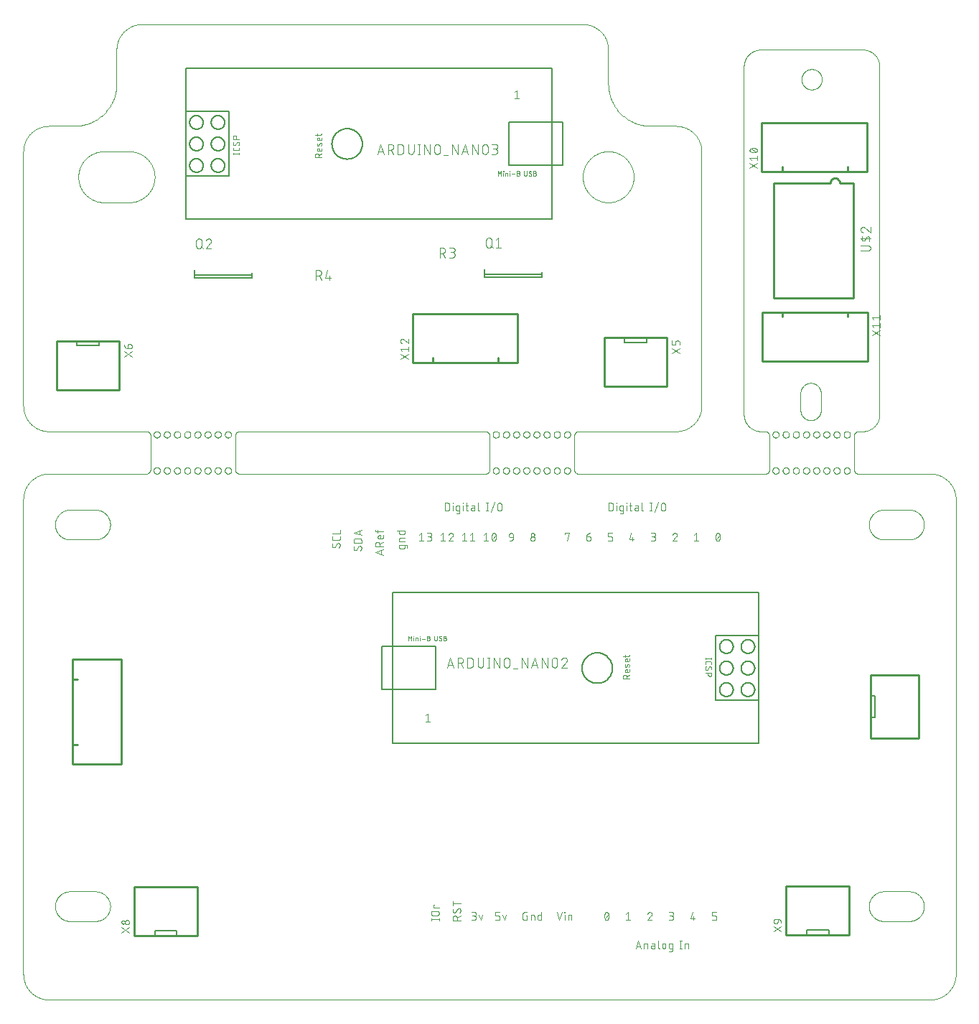
<source format=gto>
G04 EAGLE Gerber RS-274X export*
G75*
%MOMM*%
%FSLAX34Y34*%
%LPD*%
%INSilk top*%
%IPPOS*%
%AMOC8*
5,1,8,0,0,1.08239X$1,22.5*%
G01*
%ADD10C,0.001000*%
%ADD11C,0.076200*%
%ADD12C,0.254000*%
%ADD13C,0.200000*%
%ADD14C,0.127000*%
%ADD15C,0.050800*%
%ADD16C,0.101600*%


D10*
X918000Y1085000D02*
X918004Y1085294D01*
X918014Y1085589D01*
X918033Y1085883D01*
X918058Y1086176D01*
X918090Y1086469D01*
X918130Y1086761D01*
X918177Y1087052D01*
X918231Y1087341D01*
X918292Y1087629D01*
X918360Y1087916D01*
X918435Y1088201D01*
X918517Y1088483D01*
X918606Y1088764D01*
X918701Y1089043D01*
X918804Y1089319D01*
X918913Y1089592D01*
X919029Y1089863D01*
X919152Y1090131D01*
X919281Y1090395D01*
X919417Y1090657D01*
X919559Y1090915D01*
X919707Y1091169D01*
X919862Y1091420D01*
X920022Y1091667D01*
X920189Y1091910D01*
X920362Y1092148D01*
X920540Y1092383D01*
X920724Y1092613D01*
X920913Y1092838D01*
X921109Y1093059D01*
X921309Y1093274D01*
X921515Y1093485D01*
X921726Y1093691D01*
X921941Y1093891D01*
X922162Y1094087D01*
X922387Y1094276D01*
X922617Y1094460D01*
X922852Y1094638D01*
X923090Y1094811D01*
X923333Y1094978D01*
X923580Y1095138D01*
X923831Y1095293D01*
X924085Y1095441D01*
X924343Y1095583D01*
X924605Y1095719D01*
X924869Y1095848D01*
X925137Y1095971D01*
X925408Y1096087D01*
X925681Y1096196D01*
X925957Y1096299D01*
X926236Y1096394D01*
X926517Y1096483D01*
X926799Y1096565D01*
X927084Y1096640D01*
X927371Y1096708D01*
X927659Y1096769D01*
X927948Y1096823D01*
X928239Y1096870D01*
X928531Y1096910D01*
X928824Y1096942D01*
X929117Y1096967D01*
X929411Y1096986D01*
X929706Y1096996D01*
X930000Y1097000D01*
X930294Y1096996D01*
X930589Y1096986D01*
X930883Y1096967D01*
X931176Y1096942D01*
X931469Y1096910D01*
X931761Y1096870D01*
X932052Y1096823D01*
X932341Y1096769D01*
X932629Y1096708D01*
X932916Y1096640D01*
X933201Y1096565D01*
X933483Y1096483D01*
X933764Y1096394D01*
X934043Y1096299D01*
X934319Y1096196D01*
X934592Y1096087D01*
X934863Y1095971D01*
X935131Y1095848D01*
X935395Y1095719D01*
X935657Y1095583D01*
X935915Y1095441D01*
X936169Y1095293D01*
X936420Y1095138D01*
X936667Y1094978D01*
X936910Y1094811D01*
X937148Y1094638D01*
X937383Y1094460D01*
X937613Y1094276D01*
X937838Y1094087D01*
X938059Y1093891D01*
X938274Y1093691D01*
X938485Y1093485D01*
X938691Y1093274D01*
X938891Y1093059D01*
X939087Y1092838D01*
X939276Y1092613D01*
X939460Y1092383D01*
X939638Y1092148D01*
X939811Y1091910D01*
X939978Y1091667D01*
X940138Y1091420D01*
X940293Y1091169D01*
X940441Y1090915D01*
X940583Y1090657D01*
X940719Y1090395D01*
X940848Y1090131D01*
X940971Y1089863D01*
X941087Y1089592D01*
X941196Y1089319D01*
X941299Y1089043D01*
X941394Y1088764D01*
X941483Y1088483D01*
X941565Y1088201D01*
X941640Y1087916D01*
X941708Y1087629D01*
X941769Y1087341D01*
X941823Y1087052D01*
X941870Y1086761D01*
X941910Y1086469D01*
X941942Y1086176D01*
X941967Y1085883D01*
X941986Y1085589D01*
X941996Y1085294D01*
X942000Y1085000D01*
X941996Y1084706D01*
X941986Y1084411D01*
X941967Y1084117D01*
X941942Y1083824D01*
X941910Y1083531D01*
X941870Y1083239D01*
X941823Y1082948D01*
X941769Y1082659D01*
X941708Y1082371D01*
X941640Y1082084D01*
X941565Y1081799D01*
X941483Y1081517D01*
X941394Y1081236D01*
X941299Y1080957D01*
X941196Y1080681D01*
X941087Y1080408D01*
X940971Y1080137D01*
X940848Y1079869D01*
X940719Y1079605D01*
X940583Y1079343D01*
X940441Y1079085D01*
X940293Y1078831D01*
X940138Y1078580D01*
X939978Y1078333D01*
X939811Y1078090D01*
X939638Y1077852D01*
X939460Y1077617D01*
X939276Y1077387D01*
X939087Y1077162D01*
X938891Y1076941D01*
X938691Y1076726D01*
X938485Y1076515D01*
X938274Y1076309D01*
X938059Y1076109D01*
X937838Y1075913D01*
X937613Y1075724D01*
X937383Y1075540D01*
X937148Y1075362D01*
X936910Y1075189D01*
X936667Y1075022D01*
X936420Y1074862D01*
X936169Y1074707D01*
X935915Y1074559D01*
X935657Y1074417D01*
X935395Y1074281D01*
X935131Y1074152D01*
X934863Y1074029D01*
X934592Y1073913D01*
X934319Y1073804D01*
X934043Y1073701D01*
X933764Y1073606D01*
X933483Y1073517D01*
X933201Y1073435D01*
X932916Y1073360D01*
X932629Y1073292D01*
X932341Y1073231D01*
X932052Y1073177D01*
X931761Y1073130D01*
X931469Y1073090D01*
X931176Y1073058D01*
X930883Y1073033D01*
X930589Y1073014D01*
X930294Y1073004D01*
X930000Y1073000D01*
X929706Y1073004D01*
X929411Y1073014D01*
X929117Y1073033D01*
X928824Y1073058D01*
X928531Y1073090D01*
X928239Y1073130D01*
X927948Y1073177D01*
X927659Y1073231D01*
X927371Y1073292D01*
X927084Y1073360D01*
X926799Y1073435D01*
X926517Y1073517D01*
X926236Y1073606D01*
X925957Y1073701D01*
X925681Y1073804D01*
X925408Y1073913D01*
X925137Y1074029D01*
X924869Y1074152D01*
X924605Y1074281D01*
X924343Y1074417D01*
X924085Y1074559D01*
X923831Y1074707D01*
X923580Y1074862D01*
X923333Y1075022D01*
X923090Y1075189D01*
X922852Y1075362D01*
X922617Y1075540D01*
X922387Y1075724D01*
X922162Y1075913D01*
X921941Y1076109D01*
X921726Y1076309D01*
X921515Y1076515D01*
X921309Y1076726D01*
X921109Y1076941D01*
X920913Y1077162D01*
X920724Y1077387D01*
X920540Y1077617D01*
X920362Y1077852D01*
X920189Y1078090D01*
X920022Y1078333D01*
X919862Y1078580D01*
X919707Y1078831D01*
X919559Y1079085D01*
X919417Y1079343D01*
X919281Y1079605D01*
X919152Y1079869D01*
X919029Y1080137D01*
X918913Y1080408D01*
X918804Y1080681D01*
X918701Y1080957D01*
X918606Y1081236D01*
X918517Y1081517D01*
X918435Y1081799D01*
X918360Y1082084D01*
X918292Y1082371D01*
X918231Y1082659D01*
X918177Y1082948D01*
X918130Y1083239D01*
X918090Y1083531D01*
X918058Y1083824D01*
X918033Y1084117D01*
X918014Y1084411D01*
X918004Y1084706D01*
X918000Y1085000D01*
X660000Y970000D02*
X660009Y970736D01*
X660036Y971472D01*
X660081Y972207D01*
X660144Y972941D01*
X660226Y973672D01*
X660325Y974402D01*
X660442Y975129D01*
X660576Y975853D01*
X660729Y976573D01*
X660899Y977289D01*
X661087Y978001D01*
X661292Y978709D01*
X661514Y979410D01*
X661754Y980107D01*
X662010Y980797D01*
X662284Y981481D01*
X662574Y982157D01*
X662880Y982827D01*
X663203Y983488D01*
X663542Y984142D01*
X663897Y984787D01*
X664268Y985423D01*
X664654Y986050D01*
X665056Y986667D01*
X665472Y987274D01*
X665904Y987871D01*
X666350Y988457D01*
X666810Y989032D01*
X667284Y989595D01*
X667771Y990147D01*
X668273Y990686D01*
X668787Y991213D01*
X669314Y991727D01*
X669853Y992229D01*
X670405Y992716D01*
X670968Y993190D01*
X671543Y993650D01*
X672129Y994096D01*
X672726Y994528D01*
X673333Y994944D01*
X673950Y995346D01*
X674577Y995732D01*
X675213Y996103D01*
X675858Y996458D01*
X676512Y996797D01*
X677173Y997120D01*
X677843Y997426D01*
X678519Y997716D01*
X679203Y997990D01*
X679893Y998246D01*
X680590Y998486D01*
X681291Y998708D01*
X681999Y998913D01*
X682711Y999101D01*
X683427Y999271D01*
X684147Y999424D01*
X684871Y999558D01*
X685598Y999675D01*
X686328Y999774D01*
X687059Y999856D01*
X687793Y999919D01*
X688528Y999964D01*
X689264Y999991D01*
X690000Y1000000D01*
X690736Y999991D01*
X691472Y999964D01*
X692207Y999919D01*
X692941Y999856D01*
X693672Y999774D01*
X694402Y999675D01*
X695129Y999558D01*
X695853Y999424D01*
X696573Y999271D01*
X697289Y999101D01*
X698001Y998913D01*
X698709Y998708D01*
X699410Y998486D01*
X700107Y998246D01*
X700797Y997990D01*
X701481Y997716D01*
X702157Y997426D01*
X702827Y997120D01*
X703488Y996797D01*
X704142Y996458D01*
X704787Y996103D01*
X705423Y995732D01*
X706050Y995346D01*
X706667Y994944D01*
X707274Y994528D01*
X707871Y994096D01*
X708457Y993650D01*
X709032Y993190D01*
X709595Y992716D01*
X710147Y992229D01*
X710686Y991727D01*
X711213Y991213D01*
X711727Y990686D01*
X712229Y990147D01*
X712716Y989595D01*
X713190Y989032D01*
X713650Y988457D01*
X714096Y987871D01*
X714528Y987274D01*
X714944Y986667D01*
X715346Y986050D01*
X715732Y985423D01*
X716103Y984787D01*
X716458Y984142D01*
X716797Y983488D01*
X717120Y982827D01*
X717426Y982157D01*
X717716Y981481D01*
X717990Y980797D01*
X718246Y980107D01*
X718486Y979410D01*
X718708Y978709D01*
X718913Y978001D01*
X719101Y977289D01*
X719271Y976573D01*
X719424Y975853D01*
X719558Y975129D01*
X719675Y974402D01*
X719774Y973672D01*
X719856Y972941D01*
X719919Y972207D01*
X719964Y971472D01*
X719991Y970736D01*
X720000Y970000D01*
X719991Y969264D01*
X719964Y968528D01*
X719919Y967793D01*
X719856Y967059D01*
X719774Y966328D01*
X719675Y965598D01*
X719558Y964871D01*
X719424Y964147D01*
X719271Y963427D01*
X719101Y962711D01*
X718913Y961999D01*
X718708Y961291D01*
X718486Y960590D01*
X718246Y959893D01*
X717990Y959203D01*
X717716Y958519D01*
X717426Y957843D01*
X717120Y957173D01*
X716797Y956512D01*
X716458Y955858D01*
X716103Y955213D01*
X715732Y954577D01*
X715346Y953950D01*
X714944Y953333D01*
X714528Y952726D01*
X714096Y952129D01*
X713650Y951543D01*
X713190Y950968D01*
X712716Y950405D01*
X712229Y949853D01*
X711727Y949314D01*
X711213Y948787D01*
X710686Y948273D01*
X710147Y947771D01*
X709595Y947284D01*
X709032Y946810D01*
X708457Y946350D01*
X707871Y945904D01*
X707274Y945472D01*
X706667Y945056D01*
X706050Y944654D01*
X705423Y944268D01*
X704787Y943897D01*
X704142Y943542D01*
X703488Y943203D01*
X702827Y942880D01*
X702157Y942574D01*
X701481Y942284D01*
X700797Y942010D01*
X700107Y941754D01*
X699410Y941514D01*
X698709Y941292D01*
X698001Y941087D01*
X697289Y940899D01*
X696573Y940729D01*
X695853Y940576D01*
X695129Y940442D01*
X694402Y940325D01*
X693672Y940226D01*
X692941Y940144D01*
X692207Y940081D01*
X691472Y940036D01*
X690736Y940009D01*
X690000Y940000D01*
X689264Y940009D01*
X688528Y940036D01*
X687793Y940081D01*
X687059Y940144D01*
X686328Y940226D01*
X685598Y940325D01*
X684871Y940442D01*
X684147Y940576D01*
X683427Y940729D01*
X682711Y940899D01*
X681999Y941087D01*
X681291Y941292D01*
X680590Y941514D01*
X679893Y941754D01*
X679203Y942010D01*
X678519Y942284D01*
X677843Y942574D01*
X677173Y942880D01*
X676512Y943203D01*
X675858Y943542D01*
X675213Y943897D01*
X674577Y944268D01*
X673950Y944654D01*
X673333Y945056D01*
X672726Y945472D01*
X672129Y945904D01*
X671543Y946350D01*
X670968Y946810D01*
X670405Y947284D01*
X669853Y947771D01*
X669314Y948273D01*
X668787Y948787D01*
X668273Y949314D01*
X667771Y949853D01*
X667284Y950405D01*
X666810Y950968D01*
X666350Y951543D01*
X665904Y952129D01*
X665472Y952726D01*
X665056Y953333D01*
X664654Y953950D01*
X664268Y954577D01*
X663897Y955213D01*
X663542Y955858D01*
X663203Y956512D01*
X662880Y957173D01*
X662574Y957843D01*
X662284Y958519D01*
X662010Y959203D01*
X661754Y959893D01*
X661514Y960590D01*
X661292Y961291D01*
X661087Y961999D01*
X660899Y962711D01*
X660729Y963427D01*
X660576Y964147D01*
X660442Y964871D01*
X660325Y965598D01*
X660226Y966328D01*
X660144Y967059D01*
X660081Y967793D01*
X660036Y968528D01*
X660009Y969264D01*
X660000Y970000D01*
X153750Y666250D02*
X153752Y666372D01*
X153758Y666494D01*
X153768Y666616D01*
X153782Y666737D01*
X153800Y666858D01*
X153821Y666978D01*
X153847Y667097D01*
X153876Y667216D01*
X153910Y667333D01*
X153947Y667449D01*
X153988Y667564D01*
X154033Y667678D01*
X154081Y667790D01*
X154133Y667901D01*
X154188Y668009D01*
X154247Y668116D01*
X154310Y668221D01*
X154376Y668324D01*
X154445Y668424D01*
X154517Y668523D01*
X154593Y668619D01*
X154671Y668712D01*
X154753Y668803D01*
X154838Y668891D01*
X154925Y668976D01*
X155015Y669058D01*
X155108Y669138D01*
X155203Y669214D01*
X155301Y669287D01*
X155401Y669357D01*
X155503Y669424D01*
X155607Y669487D01*
X155714Y669547D01*
X155822Y669604D01*
X155932Y669656D01*
X156044Y669706D01*
X156157Y669751D01*
X156272Y669793D01*
X156388Y669831D01*
X156505Y669866D01*
X156623Y669896D01*
X156742Y669923D01*
X156862Y669945D01*
X156983Y669964D01*
X157104Y669979D01*
X157226Y669990D01*
X157347Y669997D01*
X157469Y670000D01*
X157592Y669999D01*
X157714Y669994D01*
X157835Y669985D01*
X157957Y669972D01*
X158078Y669955D01*
X158198Y669934D01*
X158317Y669910D01*
X158436Y669881D01*
X158554Y669849D01*
X158670Y669813D01*
X158786Y669773D01*
X158900Y669729D01*
X159012Y669682D01*
X159123Y669631D01*
X159232Y669576D01*
X159340Y669518D01*
X159445Y669456D01*
X159548Y669391D01*
X159650Y669323D01*
X159748Y669251D01*
X159845Y669176D01*
X159939Y669099D01*
X160030Y669018D01*
X160119Y668934D01*
X160205Y668847D01*
X160288Y668758D01*
X160368Y668666D01*
X160445Y668571D01*
X160519Y668474D01*
X160590Y668374D01*
X160658Y668273D01*
X160722Y668169D01*
X160783Y668063D01*
X160840Y667955D01*
X160894Y667846D01*
X160944Y667734D01*
X160990Y667621D01*
X161033Y667507D01*
X161072Y667391D01*
X161107Y667275D01*
X161139Y667157D01*
X161166Y667038D01*
X161190Y666918D01*
X161210Y666797D01*
X161226Y666676D01*
X161238Y666555D01*
X161246Y666433D01*
X161250Y666311D01*
X161250Y666189D01*
X161246Y666067D01*
X161238Y665945D01*
X161226Y665824D01*
X161210Y665703D01*
X161190Y665582D01*
X161166Y665462D01*
X161139Y665343D01*
X161107Y665225D01*
X161072Y665109D01*
X161033Y664993D01*
X160990Y664879D01*
X160944Y664766D01*
X160894Y664654D01*
X160840Y664545D01*
X160783Y664437D01*
X160722Y664331D01*
X160658Y664227D01*
X160590Y664126D01*
X160519Y664026D01*
X160445Y663929D01*
X160368Y663834D01*
X160288Y663742D01*
X160205Y663653D01*
X160119Y663566D01*
X160030Y663482D01*
X159939Y663401D01*
X159845Y663324D01*
X159748Y663249D01*
X159650Y663177D01*
X159548Y663109D01*
X159445Y663044D01*
X159340Y662982D01*
X159232Y662924D01*
X159123Y662869D01*
X159012Y662818D01*
X158900Y662771D01*
X158786Y662727D01*
X158670Y662687D01*
X158554Y662651D01*
X158436Y662619D01*
X158317Y662590D01*
X158198Y662566D01*
X158078Y662545D01*
X157957Y662528D01*
X157835Y662515D01*
X157714Y662506D01*
X157592Y662501D01*
X157469Y662500D01*
X157347Y662503D01*
X157226Y662510D01*
X157104Y662521D01*
X156983Y662536D01*
X156862Y662555D01*
X156742Y662577D01*
X156623Y662604D01*
X156505Y662634D01*
X156388Y662669D01*
X156272Y662707D01*
X156157Y662749D01*
X156044Y662794D01*
X155932Y662844D01*
X155822Y662896D01*
X155714Y662953D01*
X155607Y663013D01*
X155503Y663076D01*
X155401Y663143D01*
X155301Y663213D01*
X155203Y663286D01*
X155108Y663362D01*
X155015Y663442D01*
X154925Y663524D01*
X154838Y663609D01*
X154753Y663697D01*
X154671Y663788D01*
X154593Y663881D01*
X154517Y663977D01*
X154445Y664076D01*
X154376Y664176D01*
X154310Y664279D01*
X154247Y664384D01*
X154188Y664491D01*
X154133Y664599D01*
X154081Y664710D01*
X154033Y664822D01*
X153988Y664936D01*
X153947Y665051D01*
X153910Y665167D01*
X153876Y665284D01*
X153847Y665403D01*
X153821Y665522D01*
X153800Y665642D01*
X153782Y665763D01*
X153768Y665884D01*
X153758Y666006D01*
X153752Y666128D01*
X153750Y666250D01*
X153750Y623750D02*
X153752Y623872D01*
X153758Y623994D01*
X153768Y624116D01*
X153782Y624237D01*
X153800Y624358D01*
X153821Y624478D01*
X153847Y624597D01*
X153876Y624716D01*
X153910Y624833D01*
X153947Y624949D01*
X153988Y625064D01*
X154033Y625178D01*
X154081Y625290D01*
X154133Y625401D01*
X154188Y625509D01*
X154247Y625616D01*
X154310Y625721D01*
X154376Y625824D01*
X154445Y625924D01*
X154517Y626023D01*
X154593Y626119D01*
X154671Y626212D01*
X154753Y626303D01*
X154838Y626391D01*
X154925Y626476D01*
X155015Y626558D01*
X155108Y626638D01*
X155203Y626714D01*
X155301Y626787D01*
X155401Y626857D01*
X155503Y626924D01*
X155607Y626987D01*
X155714Y627047D01*
X155822Y627104D01*
X155932Y627156D01*
X156044Y627206D01*
X156157Y627251D01*
X156272Y627293D01*
X156388Y627331D01*
X156505Y627366D01*
X156623Y627396D01*
X156742Y627423D01*
X156862Y627445D01*
X156983Y627464D01*
X157104Y627479D01*
X157226Y627490D01*
X157347Y627497D01*
X157469Y627500D01*
X157592Y627499D01*
X157714Y627494D01*
X157835Y627485D01*
X157957Y627472D01*
X158078Y627455D01*
X158198Y627434D01*
X158317Y627410D01*
X158436Y627381D01*
X158554Y627349D01*
X158670Y627313D01*
X158786Y627273D01*
X158900Y627229D01*
X159012Y627182D01*
X159123Y627131D01*
X159232Y627076D01*
X159340Y627018D01*
X159445Y626956D01*
X159548Y626891D01*
X159650Y626823D01*
X159748Y626751D01*
X159845Y626676D01*
X159939Y626599D01*
X160030Y626518D01*
X160119Y626434D01*
X160205Y626347D01*
X160288Y626258D01*
X160368Y626166D01*
X160445Y626071D01*
X160519Y625974D01*
X160590Y625874D01*
X160658Y625773D01*
X160722Y625669D01*
X160783Y625563D01*
X160840Y625455D01*
X160894Y625346D01*
X160944Y625234D01*
X160990Y625121D01*
X161033Y625007D01*
X161072Y624891D01*
X161107Y624775D01*
X161139Y624657D01*
X161166Y624538D01*
X161190Y624418D01*
X161210Y624297D01*
X161226Y624176D01*
X161238Y624055D01*
X161246Y623933D01*
X161250Y623811D01*
X161250Y623689D01*
X161246Y623567D01*
X161238Y623445D01*
X161226Y623324D01*
X161210Y623203D01*
X161190Y623082D01*
X161166Y622962D01*
X161139Y622843D01*
X161107Y622725D01*
X161072Y622609D01*
X161033Y622493D01*
X160990Y622379D01*
X160944Y622266D01*
X160894Y622154D01*
X160840Y622045D01*
X160783Y621937D01*
X160722Y621831D01*
X160658Y621727D01*
X160590Y621626D01*
X160519Y621526D01*
X160445Y621429D01*
X160368Y621334D01*
X160288Y621242D01*
X160205Y621153D01*
X160119Y621066D01*
X160030Y620982D01*
X159939Y620901D01*
X159845Y620824D01*
X159748Y620749D01*
X159650Y620677D01*
X159548Y620609D01*
X159445Y620544D01*
X159340Y620482D01*
X159232Y620424D01*
X159123Y620369D01*
X159012Y620318D01*
X158900Y620271D01*
X158786Y620227D01*
X158670Y620187D01*
X158554Y620151D01*
X158436Y620119D01*
X158317Y620090D01*
X158198Y620066D01*
X158078Y620045D01*
X157957Y620028D01*
X157835Y620015D01*
X157714Y620006D01*
X157592Y620001D01*
X157469Y620000D01*
X157347Y620003D01*
X157226Y620010D01*
X157104Y620021D01*
X156983Y620036D01*
X156862Y620055D01*
X156742Y620077D01*
X156623Y620104D01*
X156505Y620134D01*
X156388Y620169D01*
X156272Y620207D01*
X156157Y620249D01*
X156044Y620294D01*
X155932Y620344D01*
X155822Y620396D01*
X155714Y620453D01*
X155607Y620513D01*
X155503Y620576D01*
X155401Y620643D01*
X155301Y620713D01*
X155203Y620786D01*
X155108Y620862D01*
X155015Y620942D01*
X154925Y621024D01*
X154838Y621109D01*
X154753Y621197D01*
X154671Y621288D01*
X154593Y621381D01*
X154517Y621477D01*
X154445Y621576D01*
X154376Y621676D01*
X154310Y621779D01*
X154247Y621884D01*
X154188Y621991D01*
X154133Y622099D01*
X154081Y622210D01*
X154033Y622322D01*
X153988Y622436D01*
X153947Y622551D01*
X153910Y622667D01*
X153876Y622784D01*
X153847Y622903D01*
X153821Y623022D01*
X153800Y623142D01*
X153782Y623263D01*
X153768Y623384D01*
X153758Y623506D01*
X153752Y623628D01*
X153750Y623750D01*
X165750Y623750D02*
X165752Y623872D01*
X165758Y623994D01*
X165768Y624116D01*
X165782Y624237D01*
X165800Y624358D01*
X165821Y624478D01*
X165847Y624597D01*
X165876Y624716D01*
X165910Y624833D01*
X165947Y624949D01*
X165988Y625064D01*
X166033Y625178D01*
X166081Y625290D01*
X166133Y625401D01*
X166188Y625509D01*
X166247Y625616D01*
X166310Y625721D01*
X166376Y625824D01*
X166445Y625924D01*
X166517Y626023D01*
X166593Y626119D01*
X166671Y626212D01*
X166753Y626303D01*
X166838Y626391D01*
X166925Y626476D01*
X167015Y626558D01*
X167108Y626638D01*
X167203Y626714D01*
X167301Y626787D01*
X167401Y626857D01*
X167503Y626924D01*
X167607Y626987D01*
X167714Y627047D01*
X167822Y627104D01*
X167932Y627156D01*
X168044Y627206D01*
X168157Y627251D01*
X168272Y627293D01*
X168388Y627331D01*
X168505Y627366D01*
X168623Y627396D01*
X168742Y627423D01*
X168862Y627445D01*
X168983Y627464D01*
X169104Y627479D01*
X169226Y627490D01*
X169347Y627497D01*
X169469Y627500D01*
X169592Y627499D01*
X169714Y627494D01*
X169835Y627485D01*
X169957Y627472D01*
X170078Y627455D01*
X170198Y627434D01*
X170317Y627410D01*
X170436Y627381D01*
X170554Y627349D01*
X170670Y627313D01*
X170786Y627273D01*
X170900Y627229D01*
X171012Y627182D01*
X171123Y627131D01*
X171232Y627076D01*
X171340Y627018D01*
X171445Y626956D01*
X171548Y626891D01*
X171650Y626823D01*
X171748Y626751D01*
X171845Y626676D01*
X171939Y626599D01*
X172030Y626518D01*
X172119Y626434D01*
X172205Y626347D01*
X172288Y626258D01*
X172368Y626166D01*
X172445Y626071D01*
X172519Y625974D01*
X172590Y625874D01*
X172658Y625773D01*
X172722Y625669D01*
X172783Y625563D01*
X172840Y625455D01*
X172894Y625346D01*
X172944Y625234D01*
X172990Y625121D01*
X173033Y625007D01*
X173072Y624891D01*
X173107Y624775D01*
X173139Y624657D01*
X173166Y624538D01*
X173190Y624418D01*
X173210Y624297D01*
X173226Y624176D01*
X173238Y624055D01*
X173246Y623933D01*
X173250Y623811D01*
X173250Y623689D01*
X173246Y623567D01*
X173238Y623445D01*
X173226Y623324D01*
X173210Y623203D01*
X173190Y623082D01*
X173166Y622962D01*
X173139Y622843D01*
X173107Y622725D01*
X173072Y622609D01*
X173033Y622493D01*
X172990Y622379D01*
X172944Y622266D01*
X172894Y622154D01*
X172840Y622045D01*
X172783Y621937D01*
X172722Y621831D01*
X172658Y621727D01*
X172590Y621626D01*
X172519Y621526D01*
X172445Y621429D01*
X172368Y621334D01*
X172288Y621242D01*
X172205Y621153D01*
X172119Y621066D01*
X172030Y620982D01*
X171939Y620901D01*
X171845Y620824D01*
X171748Y620749D01*
X171650Y620677D01*
X171548Y620609D01*
X171445Y620544D01*
X171340Y620482D01*
X171232Y620424D01*
X171123Y620369D01*
X171012Y620318D01*
X170900Y620271D01*
X170786Y620227D01*
X170670Y620187D01*
X170554Y620151D01*
X170436Y620119D01*
X170317Y620090D01*
X170198Y620066D01*
X170078Y620045D01*
X169957Y620028D01*
X169835Y620015D01*
X169714Y620006D01*
X169592Y620001D01*
X169469Y620000D01*
X169347Y620003D01*
X169226Y620010D01*
X169104Y620021D01*
X168983Y620036D01*
X168862Y620055D01*
X168742Y620077D01*
X168623Y620104D01*
X168505Y620134D01*
X168388Y620169D01*
X168272Y620207D01*
X168157Y620249D01*
X168044Y620294D01*
X167932Y620344D01*
X167822Y620396D01*
X167714Y620453D01*
X167607Y620513D01*
X167503Y620576D01*
X167401Y620643D01*
X167301Y620713D01*
X167203Y620786D01*
X167108Y620862D01*
X167015Y620942D01*
X166925Y621024D01*
X166838Y621109D01*
X166753Y621197D01*
X166671Y621288D01*
X166593Y621381D01*
X166517Y621477D01*
X166445Y621576D01*
X166376Y621676D01*
X166310Y621779D01*
X166247Y621884D01*
X166188Y621991D01*
X166133Y622099D01*
X166081Y622210D01*
X166033Y622322D01*
X165988Y622436D01*
X165947Y622551D01*
X165910Y622667D01*
X165876Y622784D01*
X165847Y622903D01*
X165821Y623022D01*
X165800Y623142D01*
X165782Y623263D01*
X165768Y623384D01*
X165758Y623506D01*
X165752Y623628D01*
X165750Y623750D01*
X177750Y623750D02*
X177752Y623872D01*
X177758Y623994D01*
X177768Y624116D01*
X177782Y624237D01*
X177800Y624358D01*
X177821Y624478D01*
X177847Y624597D01*
X177876Y624716D01*
X177910Y624833D01*
X177947Y624949D01*
X177988Y625064D01*
X178033Y625178D01*
X178081Y625290D01*
X178133Y625401D01*
X178188Y625509D01*
X178247Y625616D01*
X178310Y625721D01*
X178376Y625824D01*
X178445Y625924D01*
X178517Y626023D01*
X178593Y626119D01*
X178671Y626212D01*
X178753Y626303D01*
X178838Y626391D01*
X178925Y626476D01*
X179015Y626558D01*
X179108Y626638D01*
X179203Y626714D01*
X179301Y626787D01*
X179401Y626857D01*
X179503Y626924D01*
X179607Y626987D01*
X179714Y627047D01*
X179822Y627104D01*
X179932Y627156D01*
X180044Y627206D01*
X180157Y627251D01*
X180272Y627293D01*
X180388Y627331D01*
X180505Y627366D01*
X180623Y627396D01*
X180742Y627423D01*
X180862Y627445D01*
X180983Y627464D01*
X181104Y627479D01*
X181226Y627490D01*
X181347Y627497D01*
X181469Y627500D01*
X181592Y627499D01*
X181714Y627494D01*
X181835Y627485D01*
X181957Y627472D01*
X182078Y627455D01*
X182198Y627434D01*
X182317Y627410D01*
X182436Y627381D01*
X182554Y627349D01*
X182670Y627313D01*
X182786Y627273D01*
X182900Y627229D01*
X183012Y627182D01*
X183123Y627131D01*
X183232Y627076D01*
X183340Y627018D01*
X183445Y626956D01*
X183548Y626891D01*
X183650Y626823D01*
X183748Y626751D01*
X183845Y626676D01*
X183939Y626599D01*
X184030Y626518D01*
X184119Y626434D01*
X184205Y626347D01*
X184288Y626258D01*
X184368Y626166D01*
X184445Y626071D01*
X184519Y625974D01*
X184590Y625874D01*
X184658Y625773D01*
X184722Y625669D01*
X184783Y625563D01*
X184840Y625455D01*
X184894Y625346D01*
X184944Y625234D01*
X184990Y625121D01*
X185033Y625007D01*
X185072Y624891D01*
X185107Y624775D01*
X185139Y624657D01*
X185166Y624538D01*
X185190Y624418D01*
X185210Y624297D01*
X185226Y624176D01*
X185238Y624055D01*
X185246Y623933D01*
X185250Y623811D01*
X185250Y623689D01*
X185246Y623567D01*
X185238Y623445D01*
X185226Y623324D01*
X185210Y623203D01*
X185190Y623082D01*
X185166Y622962D01*
X185139Y622843D01*
X185107Y622725D01*
X185072Y622609D01*
X185033Y622493D01*
X184990Y622379D01*
X184944Y622266D01*
X184894Y622154D01*
X184840Y622045D01*
X184783Y621937D01*
X184722Y621831D01*
X184658Y621727D01*
X184590Y621626D01*
X184519Y621526D01*
X184445Y621429D01*
X184368Y621334D01*
X184288Y621242D01*
X184205Y621153D01*
X184119Y621066D01*
X184030Y620982D01*
X183939Y620901D01*
X183845Y620824D01*
X183748Y620749D01*
X183650Y620677D01*
X183548Y620609D01*
X183445Y620544D01*
X183340Y620482D01*
X183232Y620424D01*
X183123Y620369D01*
X183012Y620318D01*
X182900Y620271D01*
X182786Y620227D01*
X182670Y620187D01*
X182554Y620151D01*
X182436Y620119D01*
X182317Y620090D01*
X182198Y620066D01*
X182078Y620045D01*
X181957Y620028D01*
X181835Y620015D01*
X181714Y620006D01*
X181592Y620001D01*
X181469Y620000D01*
X181347Y620003D01*
X181226Y620010D01*
X181104Y620021D01*
X180983Y620036D01*
X180862Y620055D01*
X180742Y620077D01*
X180623Y620104D01*
X180505Y620134D01*
X180388Y620169D01*
X180272Y620207D01*
X180157Y620249D01*
X180044Y620294D01*
X179932Y620344D01*
X179822Y620396D01*
X179714Y620453D01*
X179607Y620513D01*
X179503Y620576D01*
X179401Y620643D01*
X179301Y620713D01*
X179203Y620786D01*
X179108Y620862D01*
X179015Y620942D01*
X178925Y621024D01*
X178838Y621109D01*
X178753Y621197D01*
X178671Y621288D01*
X178593Y621381D01*
X178517Y621477D01*
X178445Y621576D01*
X178376Y621676D01*
X178310Y621779D01*
X178247Y621884D01*
X178188Y621991D01*
X178133Y622099D01*
X178081Y622210D01*
X178033Y622322D01*
X177988Y622436D01*
X177947Y622551D01*
X177910Y622667D01*
X177876Y622784D01*
X177847Y622903D01*
X177821Y623022D01*
X177800Y623142D01*
X177782Y623263D01*
X177768Y623384D01*
X177758Y623506D01*
X177752Y623628D01*
X177750Y623750D01*
X189750Y623750D02*
X189752Y623872D01*
X189758Y623994D01*
X189768Y624116D01*
X189782Y624237D01*
X189800Y624358D01*
X189821Y624478D01*
X189847Y624597D01*
X189876Y624716D01*
X189910Y624833D01*
X189947Y624949D01*
X189988Y625064D01*
X190033Y625178D01*
X190081Y625290D01*
X190133Y625401D01*
X190188Y625509D01*
X190247Y625616D01*
X190310Y625721D01*
X190376Y625824D01*
X190445Y625924D01*
X190517Y626023D01*
X190593Y626119D01*
X190671Y626212D01*
X190753Y626303D01*
X190838Y626391D01*
X190925Y626476D01*
X191015Y626558D01*
X191108Y626638D01*
X191203Y626714D01*
X191301Y626787D01*
X191401Y626857D01*
X191503Y626924D01*
X191607Y626987D01*
X191714Y627047D01*
X191822Y627104D01*
X191932Y627156D01*
X192044Y627206D01*
X192157Y627251D01*
X192272Y627293D01*
X192388Y627331D01*
X192505Y627366D01*
X192623Y627396D01*
X192742Y627423D01*
X192862Y627445D01*
X192983Y627464D01*
X193104Y627479D01*
X193226Y627490D01*
X193347Y627497D01*
X193469Y627500D01*
X193592Y627499D01*
X193714Y627494D01*
X193835Y627485D01*
X193957Y627472D01*
X194078Y627455D01*
X194198Y627434D01*
X194317Y627410D01*
X194436Y627381D01*
X194554Y627349D01*
X194670Y627313D01*
X194786Y627273D01*
X194900Y627229D01*
X195012Y627182D01*
X195123Y627131D01*
X195232Y627076D01*
X195340Y627018D01*
X195445Y626956D01*
X195548Y626891D01*
X195650Y626823D01*
X195748Y626751D01*
X195845Y626676D01*
X195939Y626599D01*
X196030Y626518D01*
X196119Y626434D01*
X196205Y626347D01*
X196288Y626258D01*
X196368Y626166D01*
X196445Y626071D01*
X196519Y625974D01*
X196590Y625874D01*
X196658Y625773D01*
X196722Y625669D01*
X196783Y625563D01*
X196840Y625455D01*
X196894Y625346D01*
X196944Y625234D01*
X196990Y625121D01*
X197033Y625007D01*
X197072Y624891D01*
X197107Y624775D01*
X197139Y624657D01*
X197166Y624538D01*
X197190Y624418D01*
X197210Y624297D01*
X197226Y624176D01*
X197238Y624055D01*
X197246Y623933D01*
X197250Y623811D01*
X197250Y623689D01*
X197246Y623567D01*
X197238Y623445D01*
X197226Y623324D01*
X197210Y623203D01*
X197190Y623082D01*
X197166Y622962D01*
X197139Y622843D01*
X197107Y622725D01*
X197072Y622609D01*
X197033Y622493D01*
X196990Y622379D01*
X196944Y622266D01*
X196894Y622154D01*
X196840Y622045D01*
X196783Y621937D01*
X196722Y621831D01*
X196658Y621727D01*
X196590Y621626D01*
X196519Y621526D01*
X196445Y621429D01*
X196368Y621334D01*
X196288Y621242D01*
X196205Y621153D01*
X196119Y621066D01*
X196030Y620982D01*
X195939Y620901D01*
X195845Y620824D01*
X195748Y620749D01*
X195650Y620677D01*
X195548Y620609D01*
X195445Y620544D01*
X195340Y620482D01*
X195232Y620424D01*
X195123Y620369D01*
X195012Y620318D01*
X194900Y620271D01*
X194786Y620227D01*
X194670Y620187D01*
X194554Y620151D01*
X194436Y620119D01*
X194317Y620090D01*
X194198Y620066D01*
X194078Y620045D01*
X193957Y620028D01*
X193835Y620015D01*
X193714Y620006D01*
X193592Y620001D01*
X193469Y620000D01*
X193347Y620003D01*
X193226Y620010D01*
X193104Y620021D01*
X192983Y620036D01*
X192862Y620055D01*
X192742Y620077D01*
X192623Y620104D01*
X192505Y620134D01*
X192388Y620169D01*
X192272Y620207D01*
X192157Y620249D01*
X192044Y620294D01*
X191932Y620344D01*
X191822Y620396D01*
X191714Y620453D01*
X191607Y620513D01*
X191503Y620576D01*
X191401Y620643D01*
X191301Y620713D01*
X191203Y620786D01*
X191108Y620862D01*
X191015Y620942D01*
X190925Y621024D01*
X190838Y621109D01*
X190753Y621197D01*
X190671Y621288D01*
X190593Y621381D01*
X190517Y621477D01*
X190445Y621576D01*
X190376Y621676D01*
X190310Y621779D01*
X190247Y621884D01*
X190188Y621991D01*
X190133Y622099D01*
X190081Y622210D01*
X190033Y622322D01*
X189988Y622436D01*
X189947Y622551D01*
X189910Y622667D01*
X189876Y622784D01*
X189847Y622903D01*
X189821Y623022D01*
X189800Y623142D01*
X189782Y623263D01*
X189768Y623384D01*
X189758Y623506D01*
X189752Y623628D01*
X189750Y623750D01*
X201750Y623750D02*
X201752Y623872D01*
X201758Y623994D01*
X201768Y624116D01*
X201782Y624237D01*
X201800Y624358D01*
X201821Y624478D01*
X201847Y624597D01*
X201876Y624716D01*
X201910Y624833D01*
X201947Y624949D01*
X201988Y625064D01*
X202033Y625178D01*
X202081Y625290D01*
X202133Y625401D01*
X202188Y625509D01*
X202247Y625616D01*
X202310Y625721D01*
X202376Y625824D01*
X202445Y625924D01*
X202517Y626023D01*
X202593Y626119D01*
X202671Y626212D01*
X202753Y626303D01*
X202838Y626391D01*
X202925Y626476D01*
X203015Y626558D01*
X203108Y626638D01*
X203203Y626714D01*
X203301Y626787D01*
X203401Y626857D01*
X203503Y626924D01*
X203607Y626987D01*
X203714Y627047D01*
X203822Y627104D01*
X203932Y627156D01*
X204044Y627206D01*
X204157Y627251D01*
X204272Y627293D01*
X204388Y627331D01*
X204505Y627366D01*
X204623Y627396D01*
X204742Y627423D01*
X204862Y627445D01*
X204983Y627464D01*
X205104Y627479D01*
X205226Y627490D01*
X205347Y627497D01*
X205469Y627500D01*
X205592Y627499D01*
X205714Y627494D01*
X205835Y627485D01*
X205957Y627472D01*
X206078Y627455D01*
X206198Y627434D01*
X206317Y627410D01*
X206436Y627381D01*
X206554Y627349D01*
X206670Y627313D01*
X206786Y627273D01*
X206900Y627229D01*
X207012Y627182D01*
X207123Y627131D01*
X207232Y627076D01*
X207340Y627018D01*
X207445Y626956D01*
X207548Y626891D01*
X207650Y626823D01*
X207748Y626751D01*
X207845Y626676D01*
X207939Y626599D01*
X208030Y626518D01*
X208119Y626434D01*
X208205Y626347D01*
X208288Y626258D01*
X208368Y626166D01*
X208445Y626071D01*
X208519Y625974D01*
X208590Y625874D01*
X208658Y625773D01*
X208722Y625669D01*
X208783Y625563D01*
X208840Y625455D01*
X208894Y625346D01*
X208944Y625234D01*
X208990Y625121D01*
X209033Y625007D01*
X209072Y624891D01*
X209107Y624775D01*
X209139Y624657D01*
X209166Y624538D01*
X209190Y624418D01*
X209210Y624297D01*
X209226Y624176D01*
X209238Y624055D01*
X209246Y623933D01*
X209250Y623811D01*
X209250Y623689D01*
X209246Y623567D01*
X209238Y623445D01*
X209226Y623324D01*
X209210Y623203D01*
X209190Y623082D01*
X209166Y622962D01*
X209139Y622843D01*
X209107Y622725D01*
X209072Y622609D01*
X209033Y622493D01*
X208990Y622379D01*
X208944Y622266D01*
X208894Y622154D01*
X208840Y622045D01*
X208783Y621937D01*
X208722Y621831D01*
X208658Y621727D01*
X208590Y621626D01*
X208519Y621526D01*
X208445Y621429D01*
X208368Y621334D01*
X208288Y621242D01*
X208205Y621153D01*
X208119Y621066D01*
X208030Y620982D01*
X207939Y620901D01*
X207845Y620824D01*
X207748Y620749D01*
X207650Y620677D01*
X207548Y620609D01*
X207445Y620544D01*
X207340Y620482D01*
X207232Y620424D01*
X207123Y620369D01*
X207012Y620318D01*
X206900Y620271D01*
X206786Y620227D01*
X206670Y620187D01*
X206554Y620151D01*
X206436Y620119D01*
X206317Y620090D01*
X206198Y620066D01*
X206078Y620045D01*
X205957Y620028D01*
X205835Y620015D01*
X205714Y620006D01*
X205592Y620001D01*
X205469Y620000D01*
X205347Y620003D01*
X205226Y620010D01*
X205104Y620021D01*
X204983Y620036D01*
X204862Y620055D01*
X204742Y620077D01*
X204623Y620104D01*
X204505Y620134D01*
X204388Y620169D01*
X204272Y620207D01*
X204157Y620249D01*
X204044Y620294D01*
X203932Y620344D01*
X203822Y620396D01*
X203714Y620453D01*
X203607Y620513D01*
X203503Y620576D01*
X203401Y620643D01*
X203301Y620713D01*
X203203Y620786D01*
X203108Y620862D01*
X203015Y620942D01*
X202925Y621024D01*
X202838Y621109D01*
X202753Y621197D01*
X202671Y621288D01*
X202593Y621381D01*
X202517Y621477D01*
X202445Y621576D01*
X202376Y621676D01*
X202310Y621779D01*
X202247Y621884D01*
X202188Y621991D01*
X202133Y622099D01*
X202081Y622210D01*
X202033Y622322D01*
X201988Y622436D01*
X201947Y622551D01*
X201910Y622667D01*
X201876Y622784D01*
X201847Y622903D01*
X201821Y623022D01*
X201800Y623142D01*
X201782Y623263D01*
X201768Y623384D01*
X201758Y623506D01*
X201752Y623628D01*
X201750Y623750D01*
X213750Y623750D02*
X213752Y623872D01*
X213758Y623994D01*
X213768Y624116D01*
X213782Y624237D01*
X213800Y624358D01*
X213821Y624478D01*
X213847Y624597D01*
X213876Y624716D01*
X213910Y624833D01*
X213947Y624949D01*
X213988Y625064D01*
X214033Y625178D01*
X214081Y625290D01*
X214133Y625401D01*
X214188Y625509D01*
X214247Y625616D01*
X214310Y625721D01*
X214376Y625824D01*
X214445Y625924D01*
X214517Y626023D01*
X214593Y626119D01*
X214671Y626212D01*
X214753Y626303D01*
X214838Y626391D01*
X214925Y626476D01*
X215015Y626558D01*
X215108Y626638D01*
X215203Y626714D01*
X215301Y626787D01*
X215401Y626857D01*
X215503Y626924D01*
X215607Y626987D01*
X215714Y627047D01*
X215822Y627104D01*
X215932Y627156D01*
X216044Y627206D01*
X216157Y627251D01*
X216272Y627293D01*
X216388Y627331D01*
X216505Y627366D01*
X216623Y627396D01*
X216742Y627423D01*
X216862Y627445D01*
X216983Y627464D01*
X217104Y627479D01*
X217226Y627490D01*
X217347Y627497D01*
X217469Y627500D01*
X217592Y627499D01*
X217714Y627494D01*
X217835Y627485D01*
X217957Y627472D01*
X218078Y627455D01*
X218198Y627434D01*
X218317Y627410D01*
X218436Y627381D01*
X218554Y627349D01*
X218670Y627313D01*
X218786Y627273D01*
X218900Y627229D01*
X219012Y627182D01*
X219123Y627131D01*
X219232Y627076D01*
X219340Y627018D01*
X219445Y626956D01*
X219548Y626891D01*
X219650Y626823D01*
X219748Y626751D01*
X219845Y626676D01*
X219939Y626599D01*
X220030Y626518D01*
X220119Y626434D01*
X220205Y626347D01*
X220288Y626258D01*
X220368Y626166D01*
X220445Y626071D01*
X220519Y625974D01*
X220590Y625874D01*
X220658Y625773D01*
X220722Y625669D01*
X220783Y625563D01*
X220840Y625455D01*
X220894Y625346D01*
X220944Y625234D01*
X220990Y625121D01*
X221033Y625007D01*
X221072Y624891D01*
X221107Y624775D01*
X221139Y624657D01*
X221166Y624538D01*
X221190Y624418D01*
X221210Y624297D01*
X221226Y624176D01*
X221238Y624055D01*
X221246Y623933D01*
X221250Y623811D01*
X221250Y623689D01*
X221246Y623567D01*
X221238Y623445D01*
X221226Y623324D01*
X221210Y623203D01*
X221190Y623082D01*
X221166Y622962D01*
X221139Y622843D01*
X221107Y622725D01*
X221072Y622609D01*
X221033Y622493D01*
X220990Y622379D01*
X220944Y622266D01*
X220894Y622154D01*
X220840Y622045D01*
X220783Y621937D01*
X220722Y621831D01*
X220658Y621727D01*
X220590Y621626D01*
X220519Y621526D01*
X220445Y621429D01*
X220368Y621334D01*
X220288Y621242D01*
X220205Y621153D01*
X220119Y621066D01*
X220030Y620982D01*
X219939Y620901D01*
X219845Y620824D01*
X219748Y620749D01*
X219650Y620677D01*
X219548Y620609D01*
X219445Y620544D01*
X219340Y620482D01*
X219232Y620424D01*
X219123Y620369D01*
X219012Y620318D01*
X218900Y620271D01*
X218786Y620227D01*
X218670Y620187D01*
X218554Y620151D01*
X218436Y620119D01*
X218317Y620090D01*
X218198Y620066D01*
X218078Y620045D01*
X217957Y620028D01*
X217835Y620015D01*
X217714Y620006D01*
X217592Y620001D01*
X217469Y620000D01*
X217347Y620003D01*
X217226Y620010D01*
X217104Y620021D01*
X216983Y620036D01*
X216862Y620055D01*
X216742Y620077D01*
X216623Y620104D01*
X216505Y620134D01*
X216388Y620169D01*
X216272Y620207D01*
X216157Y620249D01*
X216044Y620294D01*
X215932Y620344D01*
X215822Y620396D01*
X215714Y620453D01*
X215607Y620513D01*
X215503Y620576D01*
X215401Y620643D01*
X215301Y620713D01*
X215203Y620786D01*
X215108Y620862D01*
X215015Y620942D01*
X214925Y621024D01*
X214838Y621109D01*
X214753Y621197D01*
X214671Y621288D01*
X214593Y621381D01*
X214517Y621477D01*
X214445Y621576D01*
X214376Y621676D01*
X214310Y621779D01*
X214247Y621884D01*
X214188Y621991D01*
X214133Y622099D01*
X214081Y622210D01*
X214033Y622322D01*
X213988Y622436D01*
X213947Y622551D01*
X213910Y622667D01*
X213876Y622784D01*
X213847Y622903D01*
X213821Y623022D01*
X213800Y623142D01*
X213782Y623263D01*
X213768Y623384D01*
X213758Y623506D01*
X213752Y623628D01*
X213750Y623750D01*
X225750Y623750D02*
X225752Y623872D01*
X225758Y623994D01*
X225768Y624116D01*
X225782Y624237D01*
X225800Y624358D01*
X225821Y624478D01*
X225847Y624597D01*
X225876Y624716D01*
X225910Y624833D01*
X225947Y624949D01*
X225988Y625064D01*
X226033Y625178D01*
X226081Y625290D01*
X226133Y625401D01*
X226188Y625509D01*
X226247Y625616D01*
X226310Y625721D01*
X226376Y625824D01*
X226445Y625924D01*
X226517Y626023D01*
X226593Y626119D01*
X226671Y626212D01*
X226753Y626303D01*
X226838Y626391D01*
X226925Y626476D01*
X227015Y626558D01*
X227108Y626638D01*
X227203Y626714D01*
X227301Y626787D01*
X227401Y626857D01*
X227503Y626924D01*
X227607Y626987D01*
X227714Y627047D01*
X227822Y627104D01*
X227932Y627156D01*
X228044Y627206D01*
X228157Y627251D01*
X228272Y627293D01*
X228388Y627331D01*
X228505Y627366D01*
X228623Y627396D01*
X228742Y627423D01*
X228862Y627445D01*
X228983Y627464D01*
X229104Y627479D01*
X229226Y627490D01*
X229347Y627497D01*
X229469Y627500D01*
X229592Y627499D01*
X229714Y627494D01*
X229835Y627485D01*
X229957Y627472D01*
X230078Y627455D01*
X230198Y627434D01*
X230317Y627410D01*
X230436Y627381D01*
X230554Y627349D01*
X230670Y627313D01*
X230786Y627273D01*
X230900Y627229D01*
X231012Y627182D01*
X231123Y627131D01*
X231232Y627076D01*
X231340Y627018D01*
X231445Y626956D01*
X231548Y626891D01*
X231650Y626823D01*
X231748Y626751D01*
X231845Y626676D01*
X231939Y626599D01*
X232030Y626518D01*
X232119Y626434D01*
X232205Y626347D01*
X232288Y626258D01*
X232368Y626166D01*
X232445Y626071D01*
X232519Y625974D01*
X232590Y625874D01*
X232658Y625773D01*
X232722Y625669D01*
X232783Y625563D01*
X232840Y625455D01*
X232894Y625346D01*
X232944Y625234D01*
X232990Y625121D01*
X233033Y625007D01*
X233072Y624891D01*
X233107Y624775D01*
X233139Y624657D01*
X233166Y624538D01*
X233190Y624418D01*
X233210Y624297D01*
X233226Y624176D01*
X233238Y624055D01*
X233246Y623933D01*
X233250Y623811D01*
X233250Y623689D01*
X233246Y623567D01*
X233238Y623445D01*
X233226Y623324D01*
X233210Y623203D01*
X233190Y623082D01*
X233166Y622962D01*
X233139Y622843D01*
X233107Y622725D01*
X233072Y622609D01*
X233033Y622493D01*
X232990Y622379D01*
X232944Y622266D01*
X232894Y622154D01*
X232840Y622045D01*
X232783Y621937D01*
X232722Y621831D01*
X232658Y621727D01*
X232590Y621626D01*
X232519Y621526D01*
X232445Y621429D01*
X232368Y621334D01*
X232288Y621242D01*
X232205Y621153D01*
X232119Y621066D01*
X232030Y620982D01*
X231939Y620901D01*
X231845Y620824D01*
X231748Y620749D01*
X231650Y620677D01*
X231548Y620609D01*
X231445Y620544D01*
X231340Y620482D01*
X231232Y620424D01*
X231123Y620369D01*
X231012Y620318D01*
X230900Y620271D01*
X230786Y620227D01*
X230670Y620187D01*
X230554Y620151D01*
X230436Y620119D01*
X230317Y620090D01*
X230198Y620066D01*
X230078Y620045D01*
X229957Y620028D01*
X229835Y620015D01*
X229714Y620006D01*
X229592Y620001D01*
X229469Y620000D01*
X229347Y620003D01*
X229226Y620010D01*
X229104Y620021D01*
X228983Y620036D01*
X228862Y620055D01*
X228742Y620077D01*
X228623Y620104D01*
X228505Y620134D01*
X228388Y620169D01*
X228272Y620207D01*
X228157Y620249D01*
X228044Y620294D01*
X227932Y620344D01*
X227822Y620396D01*
X227714Y620453D01*
X227607Y620513D01*
X227503Y620576D01*
X227401Y620643D01*
X227301Y620713D01*
X227203Y620786D01*
X227108Y620862D01*
X227015Y620942D01*
X226925Y621024D01*
X226838Y621109D01*
X226753Y621197D01*
X226671Y621288D01*
X226593Y621381D01*
X226517Y621477D01*
X226445Y621576D01*
X226376Y621676D01*
X226310Y621779D01*
X226247Y621884D01*
X226188Y621991D01*
X226133Y622099D01*
X226081Y622210D01*
X226033Y622322D01*
X225988Y622436D01*
X225947Y622551D01*
X225910Y622667D01*
X225876Y622784D01*
X225847Y622903D01*
X225821Y623022D01*
X225800Y623142D01*
X225782Y623263D01*
X225768Y623384D01*
X225758Y623506D01*
X225752Y623628D01*
X225750Y623750D01*
X565750Y623750D02*
X565752Y623872D01*
X565758Y623994D01*
X565768Y624116D01*
X565782Y624237D01*
X565800Y624358D01*
X565821Y624478D01*
X565847Y624597D01*
X565876Y624716D01*
X565910Y624833D01*
X565947Y624949D01*
X565988Y625064D01*
X566033Y625178D01*
X566081Y625290D01*
X566133Y625401D01*
X566188Y625509D01*
X566247Y625616D01*
X566310Y625721D01*
X566376Y625824D01*
X566445Y625924D01*
X566517Y626023D01*
X566593Y626119D01*
X566671Y626212D01*
X566753Y626303D01*
X566838Y626391D01*
X566925Y626476D01*
X567015Y626558D01*
X567108Y626638D01*
X567203Y626714D01*
X567301Y626787D01*
X567401Y626857D01*
X567503Y626924D01*
X567607Y626987D01*
X567714Y627047D01*
X567822Y627104D01*
X567932Y627156D01*
X568044Y627206D01*
X568157Y627251D01*
X568272Y627293D01*
X568388Y627331D01*
X568505Y627366D01*
X568623Y627396D01*
X568742Y627423D01*
X568862Y627445D01*
X568983Y627464D01*
X569104Y627479D01*
X569226Y627490D01*
X569347Y627497D01*
X569469Y627500D01*
X569592Y627499D01*
X569714Y627494D01*
X569835Y627485D01*
X569957Y627472D01*
X570078Y627455D01*
X570198Y627434D01*
X570317Y627410D01*
X570436Y627381D01*
X570554Y627349D01*
X570670Y627313D01*
X570786Y627273D01*
X570900Y627229D01*
X571012Y627182D01*
X571123Y627131D01*
X571232Y627076D01*
X571340Y627018D01*
X571445Y626956D01*
X571548Y626891D01*
X571650Y626823D01*
X571748Y626751D01*
X571845Y626676D01*
X571939Y626599D01*
X572030Y626518D01*
X572119Y626434D01*
X572205Y626347D01*
X572288Y626258D01*
X572368Y626166D01*
X572445Y626071D01*
X572519Y625974D01*
X572590Y625874D01*
X572658Y625773D01*
X572722Y625669D01*
X572783Y625563D01*
X572840Y625455D01*
X572894Y625346D01*
X572944Y625234D01*
X572990Y625121D01*
X573033Y625007D01*
X573072Y624891D01*
X573107Y624775D01*
X573139Y624657D01*
X573166Y624538D01*
X573190Y624418D01*
X573210Y624297D01*
X573226Y624176D01*
X573238Y624055D01*
X573246Y623933D01*
X573250Y623811D01*
X573250Y623689D01*
X573246Y623567D01*
X573238Y623445D01*
X573226Y623324D01*
X573210Y623203D01*
X573190Y623082D01*
X573166Y622962D01*
X573139Y622843D01*
X573107Y622725D01*
X573072Y622609D01*
X573033Y622493D01*
X572990Y622379D01*
X572944Y622266D01*
X572894Y622154D01*
X572840Y622045D01*
X572783Y621937D01*
X572722Y621831D01*
X572658Y621727D01*
X572590Y621626D01*
X572519Y621526D01*
X572445Y621429D01*
X572368Y621334D01*
X572288Y621242D01*
X572205Y621153D01*
X572119Y621066D01*
X572030Y620982D01*
X571939Y620901D01*
X571845Y620824D01*
X571748Y620749D01*
X571650Y620677D01*
X571548Y620609D01*
X571445Y620544D01*
X571340Y620482D01*
X571232Y620424D01*
X571123Y620369D01*
X571012Y620318D01*
X570900Y620271D01*
X570786Y620227D01*
X570670Y620187D01*
X570554Y620151D01*
X570436Y620119D01*
X570317Y620090D01*
X570198Y620066D01*
X570078Y620045D01*
X569957Y620028D01*
X569835Y620015D01*
X569714Y620006D01*
X569592Y620001D01*
X569469Y620000D01*
X569347Y620003D01*
X569226Y620010D01*
X569104Y620021D01*
X568983Y620036D01*
X568862Y620055D01*
X568742Y620077D01*
X568623Y620104D01*
X568505Y620134D01*
X568388Y620169D01*
X568272Y620207D01*
X568157Y620249D01*
X568044Y620294D01*
X567932Y620344D01*
X567822Y620396D01*
X567714Y620453D01*
X567607Y620513D01*
X567503Y620576D01*
X567401Y620643D01*
X567301Y620713D01*
X567203Y620786D01*
X567108Y620862D01*
X567015Y620942D01*
X566925Y621024D01*
X566838Y621109D01*
X566753Y621197D01*
X566671Y621288D01*
X566593Y621381D01*
X566517Y621477D01*
X566445Y621576D01*
X566376Y621676D01*
X566310Y621779D01*
X566247Y621884D01*
X566188Y621991D01*
X566133Y622099D01*
X566081Y622210D01*
X566033Y622322D01*
X565988Y622436D01*
X565947Y622551D01*
X565910Y622667D01*
X565876Y622784D01*
X565847Y622903D01*
X565821Y623022D01*
X565800Y623142D01*
X565782Y623263D01*
X565768Y623384D01*
X565758Y623506D01*
X565752Y623628D01*
X565750Y623750D01*
X577750Y623750D02*
X577752Y623872D01*
X577758Y623994D01*
X577768Y624116D01*
X577782Y624237D01*
X577800Y624358D01*
X577821Y624478D01*
X577847Y624597D01*
X577876Y624716D01*
X577910Y624833D01*
X577947Y624949D01*
X577988Y625064D01*
X578033Y625178D01*
X578081Y625290D01*
X578133Y625401D01*
X578188Y625509D01*
X578247Y625616D01*
X578310Y625721D01*
X578376Y625824D01*
X578445Y625924D01*
X578517Y626023D01*
X578593Y626119D01*
X578671Y626212D01*
X578753Y626303D01*
X578838Y626391D01*
X578925Y626476D01*
X579015Y626558D01*
X579108Y626638D01*
X579203Y626714D01*
X579301Y626787D01*
X579401Y626857D01*
X579503Y626924D01*
X579607Y626987D01*
X579714Y627047D01*
X579822Y627104D01*
X579932Y627156D01*
X580044Y627206D01*
X580157Y627251D01*
X580272Y627293D01*
X580388Y627331D01*
X580505Y627366D01*
X580623Y627396D01*
X580742Y627423D01*
X580862Y627445D01*
X580983Y627464D01*
X581104Y627479D01*
X581226Y627490D01*
X581347Y627497D01*
X581469Y627500D01*
X581592Y627499D01*
X581714Y627494D01*
X581835Y627485D01*
X581957Y627472D01*
X582078Y627455D01*
X582198Y627434D01*
X582317Y627410D01*
X582436Y627381D01*
X582554Y627349D01*
X582670Y627313D01*
X582786Y627273D01*
X582900Y627229D01*
X583012Y627182D01*
X583123Y627131D01*
X583232Y627076D01*
X583340Y627018D01*
X583445Y626956D01*
X583548Y626891D01*
X583650Y626823D01*
X583748Y626751D01*
X583845Y626676D01*
X583939Y626599D01*
X584030Y626518D01*
X584119Y626434D01*
X584205Y626347D01*
X584288Y626258D01*
X584368Y626166D01*
X584445Y626071D01*
X584519Y625974D01*
X584590Y625874D01*
X584658Y625773D01*
X584722Y625669D01*
X584783Y625563D01*
X584840Y625455D01*
X584894Y625346D01*
X584944Y625234D01*
X584990Y625121D01*
X585033Y625007D01*
X585072Y624891D01*
X585107Y624775D01*
X585139Y624657D01*
X585166Y624538D01*
X585190Y624418D01*
X585210Y624297D01*
X585226Y624176D01*
X585238Y624055D01*
X585246Y623933D01*
X585250Y623811D01*
X585250Y623689D01*
X585246Y623567D01*
X585238Y623445D01*
X585226Y623324D01*
X585210Y623203D01*
X585190Y623082D01*
X585166Y622962D01*
X585139Y622843D01*
X585107Y622725D01*
X585072Y622609D01*
X585033Y622493D01*
X584990Y622379D01*
X584944Y622266D01*
X584894Y622154D01*
X584840Y622045D01*
X584783Y621937D01*
X584722Y621831D01*
X584658Y621727D01*
X584590Y621626D01*
X584519Y621526D01*
X584445Y621429D01*
X584368Y621334D01*
X584288Y621242D01*
X584205Y621153D01*
X584119Y621066D01*
X584030Y620982D01*
X583939Y620901D01*
X583845Y620824D01*
X583748Y620749D01*
X583650Y620677D01*
X583548Y620609D01*
X583445Y620544D01*
X583340Y620482D01*
X583232Y620424D01*
X583123Y620369D01*
X583012Y620318D01*
X582900Y620271D01*
X582786Y620227D01*
X582670Y620187D01*
X582554Y620151D01*
X582436Y620119D01*
X582317Y620090D01*
X582198Y620066D01*
X582078Y620045D01*
X581957Y620028D01*
X581835Y620015D01*
X581714Y620006D01*
X581592Y620001D01*
X581469Y620000D01*
X581347Y620003D01*
X581226Y620010D01*
X581104Y620021D01*
X580983Y620036D01*
X580862Y620055D01*
X580742Y620077D01*
X580623Y620104D01*
X580505Y620134D01*
X580388Y620169D01*
X580272Y620207D01*
X580157Y620249D01*
X580044Y620294D01*
X579932Y620344D01*
X579822Y620396D01*
X579714Y620453D01*
X579607Y620513D01*
X579503Y620576D01*
X579401Y620643D01*
X579301Y620713D01*
X579203Y620786D01*
X579108Y620862D01*
X579015Y620942D01*
X578925Y621024D01*
X578838Y621109D01*
X578753Y621197D01*
X578671Y621288D01*
X578593Y621381D01*
X578517Y621477D01*
X578445Y621576D01*
X578376Y621676D01*
X578310Y621779D01*
X578247Y621884D01*
X578188Y621991D01*
X578133Y622099D01*
X578081Y622210D01*
X578033Y622322D01*
X577988Y622436D01*
X577947Y622551D01*
X577910Y622667D01*
X577876Y622784D01*
X577847Y622903D01*
X577821Y623022D01*
X577800Y623142D01*
X577782Y623263D01*
X577768Y623384D01*
X577758Y623506D01*
X577752Y623628D01*
X577750Y623750D01*
X589750Y623750D02*
X589752Y623872D01*
X589758Y623994D01*
X589768Y624116D01*
X589782Y624237D01*
X589800Y624358D01*
X589821Y624478D01*
X589847Y624597D01*
X589876Y624716D01*
X589910Y624833D01*
X589947Y624949D01*
X589988Y625064D01*
X590033Y625178D01*
X590081Y625290D01*
X590133Y625401D01*
X590188Y625509D01*
X590247Y625616D01*
X590310Y625721D01*
X590376Y625824D01*
X590445Y625924D01*
X590517Y626023D01*
X590593Y626119D01*
X590671Y626212D01*
X590753Y626303D01*
X590838Y626391D01*
X590925Y626476D01*
X591015Y626558D01*
X591108Y626638D01*
X591203Y626714D01*
X591301Y626787D01*
X591401Y626857D01*
X591503Y626924D01*
X591607Y626987D01*
X591714Y627047D01*
X591822Y627104D01*
X591932Y627156D01*
X592044Y627206D01*
X592157Y627251D01*
X592272Y627293D01*
X592388Y627331D01*
X592505Y627366D01*
X592623Y627396D01*
X592742Y627423D01*
X592862Y627445D01*
X592983Y627464D01*
X593104Y627479D01*
X593226Y627490D01*
X593347Y627497D01*
X593469Y627500D01*
X593592Y627499D01*
X593714Y627494D01*
X593835Y627485D01*
X593957Y627472D01*
X594078Y627455D01*
X594198Y627434D01*
X594317Y627410D01*
X594436Y627381D01*
X594554Y627349D01*
X594670Y627313D01*
X594786Y627273D01*
X594900Y627229D01*
X595012Y627182D01*
X595123Y627131D01*
X595232Y627076D01*
X595340Y627018D01*
X595445Y626956D01*
X595548Y626891D01*
X595650Y626823D01*
X595748Y626751D01*
X595845Y626676D01*
X595939Y626599D01*
X596030Y626518D01*
X596119Y626434D01*
X596205Y626347D01*
X596288Y626258D01*
X596368Y626166D01*
X596445Y626071D01*
X596519Y625974D01*
X596590Y625874D01*
X596658Y625773D01*
X596722Y625669D01*
X596783Y625563D01*
X596840Y625455D01*
X596894Y625346D01*
X596944Y625234D01*
X596990Y625121D01*
X597033Y625007D01*
X597072Y624891D01*
X597107Y624775D01*
X597139Y624657D01*
X597166Y624538D01*
X597190Y624418D01*
X597210Y624297D01*
X597226Y624176D01*
X597238Y624055D01*
X597246Y623933D01*
X597250Y623811D01*
X597250Y623689D01*
X597246Y623567D01*
X597238Y623445D01*
X597226Y623324D01*
X597210Y623203D01*
X597190Y623082D01*
X597166Y622962D01*
X597139Y622843D01*
X597107Y622725D01*
X597072Y622609D01*
X597033Y622493D01*
X596990Y622379D01*
X596944Y622266D01*
X596894Y622154D01*
X596840Y622045D01*
X596783Y621937D01*
X596722Y621831D01*
X596658Y621727D01*
X596590Y621626D01*
X596519Y621526D01*
X596445Y621429D01*
X596368Y621334D01*
X596288Y621242D01*
X596205Y621153D01*
X596119Y621066D01*
X596030Y620982D01*
X595939Y620901D01*
X595845Y620824D01*
X595748Y620749D01*
X595650Y620677D01*
X595548Y620609D01*
X595445Y620544D01*
X595340Y620482D01*
X595232Y620424D01*
X595123Y620369D01*
X595012Y620318D01*
X594900Y620271D01*
X594786Y620227D01*
X594670Y620187D01*
X594554Y620151D01*
X594436Y620119D01*
X594317Y620090D01*
X594198Y620066D01*
X594078Y620045D01*
X593957Y620028D01*
X593835Y620015D01*
X593714Y620006D01*
X593592Y620001D01*
X593469Y620000D01*
X593347Y620003D01*
X593226Y620010D01*
X593104Y620021D01*
X592983Y620036D01*
X592862Y620055D01*
X592742Y620077D01*
X592623Y620104D01*
X592505Y620134D01*
X592388Y620169D01*
X592272Y620207D01*
X592157Y620249D01*
X592044Y620294D01*
X591932Y620344D01*
X591822Y620396D01*
X591714Y620453D01*
X591607Y620513D01*
X591503Y620576D01*
X591401Y620643D01*
X591301Y620713D01*
X591203Y620786D01*
X591108Y620862D01*
X591015Y620942D01*
X590925Y621024D01*
X590838Y621109D01*
X590753Y621197D01*
X590671Y621288D01*
X590593Y621381D01*
X590517Y621477D01*
X590445Y621576D01*
X590376Y621676D01*
X590310Y621779D01*
X590247Y621884D01*
X590188Y621991D01*
X590133Y622099D01*
X590081Y622210D01*
X590033Y622322D01*
X589988Y622436D01*
X589947Y622551D01*
X589910Y622667D01*
X589876Y622784D01*
X589847Y622903D01*
X589821Y623022D01*
X589800Y623142D01*
X589782Y623263D01*
X589768Y623384D01*
X589758Y623506D01*
X589752Y623628D01*
X589750Y623750D01*
X601750Y623750D02*
X601752Y623872D01*
X601758Y623994D01*
X601768Y624116D01*
X601782Y624237D01*
X601800Y624358D01*
X601821Y624478D01*
X601847Y624597D01*
X601876Y624716D01*
X601910Y624833D01*
X601947Y624949D01*
X601988Y625064D01*
X602033Y625178D01*
X602081Y625290D01*
X602133Y625401D01*
X602188Y625509D01*
X602247Y625616D01*
X602310Y625721D01*
X602376Y625824D01*
X602445Y625924D01*
X602517Y626023D01*
X602593Y626119D01*
X602671Y626212D01*
X602753Y626303D01*
X602838Y626391D01*
X602925Y626476D01*
X603015Y626558D01*
X603108Y626638D01*
X603203Y626714D01*
X603301Y626787D01*
X603401Y626857D01*
X603503Y626924D01*
X603607Y626987D01*
X603714Y627047D01*
X603822Y627104D01*
X603932Y627156D01*
X604044Y627206D01*
X604157Y627251D01*
X604272Y627293D01*
X604388Y627331D01*
X604505Y627366D01*
X604623Y627396D01*
X604742Y627423D01*
X604862Y627445D01*
X604983Y627464D01*
X605104Y627479D01*
X605226Y627490D01*
X605347Y627497D01*
X605469Y627500D01*
X605592Y627499D01*
X605714Y627494D01*
X605835Y627485D01*
X605957Y627472D01*
X606078Y627455D01*
X606198Y627434D01*
X606317Y627410D01*
X606436Y627381D01*
X606554Y627349D01*
X606670Y627313D01*
X606786Y627273D01*
X606900Y627229D01*
X607012Y627182D01*
X607123Y627131D01*
X607232Y627076D01*
X607340Y627018D01*
X607445Y626956D01*
X607548Y626891D01*
X607650Y626823D01*
X607748Y626751D01*
X607845Y626676D01*
X607939Y626599D01*
X608030Y626518D01*
X608119Y626434D01*
X608205Y626347D01*
X608288Y626258D01*
X608368Y626166D01*
X608445Y626071D01*
X608519Y625974D01*
X608590Y625874D01*
X608658Y625773D01*
X608722Y625669D01*
X608783Y625563D01*
X608840Y625455D01*
X608894Y625346D01*
X608944Y625234D01*
X608990Y625121D01*
X609033Y625007D01*
X609072Y624891D01*
X609107Y624775D01*
X609139Y624657D01*
X609166Y624538D01*
X609190Y624418D01*
X609210Y624297D01*
X609226Y624176D01*
X609238Y624055D01*
X609246Y623933D01*
X609250Y623811D01*
X609250Y623689D01*
X609246Y623567D01*
X609238Y623445D01*
X609226Y623324D01*
X609210Y623203D01*
X609190Y623082D01*
X609166Y622962D01*
X609139Y622843D01*
X609107Y622725D01*
X609072Y622609D01*
X609033Y622493D01*
X608990Y622379D01*
X608944Y622266D01*
X608894Y622154D01*
X608840Y622045D01*
X608783Y621937D01*
X608722Y621831D01*
X608658Y621727D01*
X608590Y621626D01*
X608519Y621526D01*
X608445Y621429D01*
X608368Y621334D01*
X608288Y621242D01*
X608205Y621153D01*
X608119Y621066D01*
X608030Y620982D01*
X607939Y620901D01*
X607845Y620824D01*
X607748Y620749D01*
X607650Y620677D01*
X607548Y620609D01*
X607445Y620544D01*
X607340Y620482D01*
X607232Y620424D01*
X607123Y620369D01*
X607012Y620318D01*
X606900Y620271D01*
X606786Y620227D01*
X606670Y620187D01*
X606554Y620151D01*
X606436Y620119D01*
X606317Y620090D01*
X606198Y620066D01*
X606078Y620045D01*
X605957Y620028D01*
X605835Y620015D01*
X605714Y620006D01*
X605592Y620001D01*
X605469Y620000D01*
X605347Y620003D01*
X605226Y620010D01*
X605104Y620021D01*
X604983Y620036D01*
X604862Y620055D01*
X604742Y620077D01*
X604623Y620104D01*
X604505Y620134D01*
X604388Y620169D01*
X604272Y620207D01*
X604157Y620249D01*
X604044Y620294D01*
X603932Y620344D01*
X603822Y620396D01*
X603714Y620453D01*
X603607Y620513D01*
X603503Y620576D01*
X603401Y620643D01*
X603301Y620713D01*
X603203Y620786D01*
X603108Y620862D01*
X603015Y620942D01*
X602925Y621024D01*
X602838Y621109D01*
X602753Y621197D01*
X602671Y621288D01*
X602593Y621381D01*
X602517Y621477D01*
X602445Y621576D01*
X602376Y621676D01*
X602310Y621779D01*
X602247Y621884D01*
X602188Y621991D01*
X602133Y622099D01*
X602081Y622210D01*
X602033Y622322D01*
X601988Y622436D01*
X601947Y622551D01*
X601910Y622667D01*
X601876Y622784D01*
X601847Y622903D01*
X601821Y623022D01*
X601800Y623142D01*
X601782Y623263D01*
X601768Y623384D01*
X601758Y623506D01*
X601752Y623628D01*
X601750Y623750D01*
X237750Y623750D02*
X237752Y623872D01*
X237758Y623994D01*
X237768Y624116D01*
X237782Y624237D01*
X237800Y624358D01*
X237821Y624478D01*
X237847Y624597D01*
X237876Y624716D01*
X237910Y624833D01*
X237947Y624949D01*
X237988Y625064D01*
X238033Y625178D01*
X238081Y625290D01*
X238133Y625401D01*
X238188Y625509D01*
X238247Y625616D01*
X238310Y625721D01*
X238376Y625824D01*
X238445Y625924D01*
X238517Y626023D01*
X238593Y626119D01*
X238671Y626212D01*
X238753Y626303D01*
X238838Y626391D01*
X238925Y626476D01*
X239015Y626558D01*
X239108Y626638D01*
X239203Y626714D01*
X239301Y626787D01*
X239401Y626857D01*
X239503Y626924D01*
X239607Y626987D01*
X239714Y627047D01*
X239822Y627104D01*
X239932Y627156D01*
X240044Y627206D01*
X240157Y627251D01*
X240272Y627293D01*
X240388Y627331D01*
X240505Y627366D01*
X240623Y627396D01*
X240742Y627423D01*
X240862Y627445D01*
X240983Y627464D01*
X241104Y627479D01*
X241226Y627490D01*
X241347Y627497D01*
X241469Y627500D01*
X241592Y627499D01*
X241714Y627494D01*
X241835Y627485D01*
X241957Y627472D01*
X242078Y627455D01*
X242198Y627434D01*
X242317Y627410D01*
X242436Y627381D01*
X242554Y627349D01*
X242670Y627313D01*
X242786Y627273D01*
X242900Y627229D01*
X243012Y627182D01*
X243123Y627131D01*
X243232Y627076D01*
X243340Y627018D01*
X243445Y626956D01*
X243548Y626891D01*
X243650Y626823D01*
X243748Y626751D01*
X243845Y626676D01*
X243939Y626599D01*
X244030Y626518D01*
X244119Y626434D01*
X244205Y626347D01*
X244288Y626258D01*
X244368Y626166D01*
X244445Y626071D01*
X244519Y625974D01*
X244590Y625874D01*
X244658Y625773D01*
X244722Y625669D01*
X244783Y625563D01*
X244840Y625455D01*
X244894Y625346D01*
X244944Y625234D01*
X244990Y625121D01*
X245033Y625007D01*
X245072Y624891D01*
X245107Y624775D01*
X245139Y624657D01*
X245166Y624538D01*
X245190Y624418D01*
X245210Y624297D01*
X245226Y624176D01*
X245238Y624055D01*
X245246Y623933D01*
X245250Y623811D01*
X245250Y623689D01*
X245246Y623567D01*
X245238Y623445D01*
X245226Y623324D01*
X245210Y623203D01*
X245190Y623082D01*
X245166Y622962D01*
X245139Y622843D01*
X245107Y622725D01*
X245072Y622609D01*
X245033Y622493D01*
X244990Y622379D01*
X244944Y622266D01*
X244894Y622154D01*
X244840Y622045D01*
X244783Y621937D01*
X244722Y621831D01*
X244658Y621727D01*
X244590Y621626D01*
X244519Y621526D01*
X244445Y621429D01*
X244368Y621334D01*
X244288Y621242D01*
X244205Y621153D01*
X244119Y621066D01*
X244030Y620982D01*
X243939Y620901D01*
X243845Y620824D01*
X243748Y620749D01*
X243650Y620677D01*
X243548Y620609D01*
X243445Y620544D01*
X243340Y620482D01*
X243232Y620424D01*
X243123Y620369D01*
X243012Y620318D01*
X242900Y620271D01*
X242786Y620227D01*
X242670Y620187D01*
X242554Y620151D01*
X242436Y620119D01*
X242317Y620090D01*
X242198Y620066D01*
X242078Y620045D01*
X241957Y620028D01*
X241835Y620015D01*
X241714Y620006D01*
X241592Y620001D01*
X241469Y620000D01*
X241347Y620003D01*
X241226Y620010D01*
X241104Y620021D01*
X240983Y620036D01*
X240862Y620055D01*
X240742Y620077D01*
X240623Y620104D01*
X240505Y620134D01*
X240388Y620169D01*
X240272Y620207D01*
X240157Y620249D01*
X240044Y620294D01*
X239932Y620344D01*
X239822Y620396D01*
X239714Y620453D01*
X239607Y620513D01*
X239503Y620576D01*
X239401Y620643D01*
X239301Y620713D01*
X239203Y620786D01*
X239108Y620862D01*
X239015Y620942D01*
X238925Y621024D01*
X238838Y621109D01*
X238753Y621197D01*
X238671Y621288D01*
X238593Y621381D01*
X238517Y621477D01*
X238445Y621576D01*
X238376Y621676D01*
X238310Y621779D01*
X238247Y621884D01*
X238188Y621991D01*
X238133Y622099D01*
X238081Y622210D01*
X238033Y622322D01*
X237988Y622436D01*
X237947Y622551D01*
X237910Y622667D01*
X237876Y622784D01*
X237847Y622903D01*
X237821Y623022D01*
X237800Y623142D01*
X237782Y623263D01*
X237768Y623384D01*
X237758Y623506D01*
X237752Y623628D01*
X237750Y623750D01*
X637750Y623750D02*
X637752Y623872D01*
X637758Y623994D01*
X637768Y624116D01*
X637782Y624237D01*
X637800Y624358D01*
X637821Y624478D01*
X637847Y624597D01*
X637876Y624716D01*
X637910Y624833D01*
X637947Y624949D01*
X637988Y625064D01*
X638033Y625178D01*
X638081Y625290D01*
X638133Y625401D01*
X638188Y625509D01*
X638247Y625616D01*
X638310Y625721D01*
X638376Y625824D01*
X638445Y625924D01*
X638517Y626023D01*
X638593Y626119D01*
X638671Y626212D01*
X638753Y626303D01*
X638838Y626391D01*
X638925Y626476D01*
X639015Y626558D01*
X639108Y626638D01*
X639203Y626714D01*
X639301Y626787D01*
X639401Y626857D01*
X639503Y626924D01*
X639607Y626987D01*
X639714Y627047D01*
X639822Y627104D01*
X639932Y627156D01*
X640044Y627206D01*
X640157Y627251D01*
X640272Y627293D01*
X640388Y627331D01*
X640505Y627366D01*
X640623Y627396D01*
X640742Y627423D01*
X640862Y627445D01*
X640983Y627464D01*
X641104Y627479D01*
X641226Y627490D01*
X641347Y627497D01*
X641469Y627500D01*
X641592Y627499D01*
X641714Y627494D01*
X641835Y627485D01*
X641957Y627472D01*
X642078Y627455D01*
X642198Y627434D01*
X642317Y627410D01*
X642436Y627381D01*
X642554Y627349D01*
X642670Y627313D01*
X642786Y627273D01*
X642900Y627229D01*
X643012Y627182D01*
X643123Y627131D01*
X643232Y627076D01*
X643340Y627018D01*
X643445Y626956D01*
X643548Y626891D01*
X643650Y626823D01*
X643748Y626751D01*
X643845Y626676D01*
X643939Y626599D01*
X644030Y626518D01*
X644119Y626434D01*
X644205Y626347D01*
X644288Y626258D01*
X644368Y626166D01*
X644445Y626071D01*
X644519Y625974D01*
X644590Y625874D01*
X644658Y625773D01*
X644722Y625669D01*
X644783Y625563D01*
X644840Y625455D01*
X644894Y625346D01*
X644944Y625234D01*
X644990Y625121D01*
X645033Y625007D01*
X645072Y624891D01*
X645107Y624775D01*
X645139Y624657D01*
X645166Y624538D01*
X645190Y624418D01*
X645210Y624297D01*
X645226Y624176D01*
X645238Y624055D01*
X645246Y623933D01*
X645250Y623811D01*
X645250Y623689D01*
X645246Y623567D01*
X645238Y623445D01*
X645226Y623324D01*
X645210Y623203D01*
X645190Y623082D01*
X645166Y622962D01*
X645139Y622843D01*
X645107Y622725D01*
X645072Y622609D01*
X645033Y622493D01*
X644990Y622379D01*
X644944Y622266D01*
X644894Y622154D01*
X644840Y622045D01*
X644783Y621937D01*
X644722Y621831D01*
X644658Y621727D01*
X644590Y621626D01*
X644519Y621526D01*
X644445Y621429D01*
X644368Y621334D01*
X644288Y621242D01*
X644205Y621153D01*
X644119Y621066D01*
X644030Y620982D01*
X643939Y620901D01*
X643845Y620824D01*
X643748Y620749D01*
X643650Y620677D01*
X643548Y620609D01*
X643445Y620544D01*
X643340Y620482D01*
X643232Y620424D01*
X643123Y620369D01*
X643012Y620318D01*
X642900Y620271D01*
X642786Y620227D01*
X642670Y620187D01*
X642554Y620151D01*
X642436Y620119D01*
X642317Y620090D01*
X642198Y620066D01*
X642078Y620045D01*
X641957Y620028D01*
X641835Y620015D01*
X641714Y620006D01*
X641592Y620001D01*
X641469Y620000D01*
X641347Y620003D01*
X641226Y620010D01*
X641104Y620021D01*
X640983Y620036D01*
X640862Y620055D01*
X640742Y620077D01*
X640623Y620104D01*
X640505Y620134D01*
X640388Y620169D01*
X640272Y620207D01*
X640157Y620249D01*
X640044Y620294D01*
X639932Y620344D01*
X639822Y620396D01*
X639714Y620453D01*
X639607Y620513D01*
X639503Y620576D01*
X639401Y620643D01*
X639301Y620713D01*
X639203Y620786D01*
X639108Y620862D01*
X639015Y620942D01*
X638925Y621024D01*
X638838Y621109D01*
X638753Y621197D01*
X638671Y621288D01*
X638593Y621381D01*
X638517Y621477D01*
X638445Y621576D01*
X638376Y621676D01*
X638310Y621779D01*
X638247Y621884D01*
X638188Y621991D01*
X638133Y622099D01*
X638081Y622210D01*
X638033Y622322D01*
X637988Y622436D01*
X637947Y622551D01*
X637910Y622667D01*
X637876Y622784D01*
X637847Y622903D01*
X637821Y623022D01*
X637800Y623142D01*
X637782Y623263D01*
X637768Y623384D01*
X637758Y623506D01*
X637752Y623628D01*
X637750Y623750D01*
X625750Y623750D02*
X625752Y623872D01*
X625758Y623994D01*
X625768Y624116D01*
X625782Y624237D01*
X625800Y624358D01*
X625821Y624478D01*
X625847Y624597D01*
X625876Y624716D01*
X625910Y624833D01*
X625947Y624949D01*
X625988Y625064D01*
X626033Y625178D01*
X626081Y625290D01*
X626133Y625401D01*
X626188Y625509D01*
X626247Y625616D01*
X626310Y625721D01*
X626376Y625824D01*
X626445Y625924D01*
X626517Y626023D01*
X626593Y626119D01*
X626671Y626212D01*
X626753Y626303D01*
X626838Y626391D01*
X626925Y626476D01*
X627015Y626558D01*
X627108Y626638D01*
X627203Y626714D01*
X627301Y626787D01*
X627401Y626857D01*
X627503Y626924D01*
X627607Y626987D01*
X627714Y627047D01*
X627822Y627104D01*
X627932Y627156D01*
X628044Y627206D01*
X628157Y627251D01*
X628272Y627293D01*
X628388Y627331D01*
X628505Y627366D01*
X628623Y627396D01*
X628742Y627423D01*
X628862Y627445D01*
X628983Y627464D01*
X629104Y627479D01*
X629226Y627490D01*
X629347Y627497D01*
X629469Y627500D01*
X629592Y627499D01*
X629714Y627494D01*
X629835Y627485D01*
X629957Y627472D01*
X630078Y627455D01*
X630198Y627434D01*
X630317Y627410D01*
X630436Y627381D01*
X630554Y627349D01*
X630670Y627313D01*
X630786Y627273D01*
X630900Y627229D01*
X631012Y627182D01*
X631123Y627131D01*
X631232Y627076D01*
X631340Y627018D01*
X631445Y626956D01*
X631548Y626891D01*
X631650Y626823D01*
X631748Y626751D01*
X631845Y626676D01*
X631939Y626599D01*
X632030Y626518D01*
X632119Y626434D01*
X632205Y626347D01*
X632288Y626258D01*
X632368Y626166D01*
X632445Y626071D01*
X632519Y625974D01*
X632590Y625874D01*
X632658Y625773D01*
X632722Y625669D01*
X632783Y625563D01*
X632840Y625455D01*
X632894Y625346D01*
X632944Y625234D01*
X632990Y625121D01*
X633033Y625007D01*
X633072Y624891D01*
X633107Y624775D01*
X633139Y624657D01*
X633166Y624538D01*
X633190Y624418D01*
X633210Y624297D01*
X633226Y624176D01*
X633238Y624055D01*
X633246Y623933D01*
X633250Y623811D01*
X633250Y623689D01*
X633246Y623567D01*
X633238Y623445D01*
X633226Y623324D01*
X633210Y623203D01*
X633190Y623082D01*
X633166Y622962D01*
X633139Y622843D01*
X633107Y622725D01*
X633072Y622609D01*
X633033Y622493D01*
X632990Y622379D01*
X632944Y622266D01*
X632894Y622154D01*
X632840Y622045D01*
X632783Y621937D01*
X632722Y621831D01*
X632658Y621727D01*
X632590Y621626D01*
X632519Y621526D01*
X632445Y621429D01*
X632368Y621334D01*
X632288Y621242D01*
X632205Y621153D01*
X632119Y621066D01*
X632030Y620982D01*
X631939Y620901D01*
X631845Y620824D01*
X631748Y620749D01*
X631650Y620677D01*
X631548Y620609D01*
X631445Y620544D01*
X631340Y620482D01*
X631232Y620424D01*
X631123Y620369D01*
X631012Y620318D01*
X630900Y620271D01*
X630786Y620227D01*
X630670Y620187D01*
X630554Y620151D01*
X630436Y620119D01*
X630317Y620090D01*
X630198Y620066D01*
X630078Y620045D01*
X629957Y620028D01*
X629835Y620015D01*
X629714Y620006D01*
X629592Y620001D01*
X629469Y620000D01*
X629347Y620003D01*
X629226Y620010D01*
X629104Y620021D01*
X628983Y620036D01*
X628862Y620055D01*
X628742Y620077D01*
X628623Y620104D01*
X628505Y620134D01*
X628388Y620169D01*
X628272Y620207D01*
X628157Y620249D01*
X628044Y620294D01*
X627932Y620344D01*
X627822Y620396D01*
X627714Y620453D01*
X627607Y620513D01*
X627503Y620576D01*
X627401Y620643D01*
X627301Y620713D01*
X627203Y620786D01*
X627108Y620862D01*
X627015Y620942D01*
X626925Y621024D01*
X626838Y621109D01*
X626753Y621197D01*
X626671Y621288D01*
X626593Y621381D01*
X626517Y621477D01*
X626445Y621576D01*
X626376Y621676D01*
X626310Y621779D01*
X626247Y621884D01*
X626188Y621991D01*
X626133Y622099D01*
X626081Y622210D01*
X626033Y622322D01*
X625988Y622436D01*
X625947Y622551D01*
X625910Y622667D01*
X625876Y622784D01*
X625847Y622903D01*
X625821Y623022D01*
X625800Y623142D01*
X625782Y623263D01*
X625768Y623384D01*
X625758Y623506D01*
X625752Y623628D01*
X625750Y623750D01*
X613750Y623750D02*
X613752Y623872D01*
X613758Y623994D01*
X613768Y624116D01*
X613782Y624237D01*
X613800Y624358D01*
X613821Y624478D01*
X613847Y624597D01*
X613876Y624716D01*
X613910Y624833D01*
X613947Y624949D01*
X613988Y625064D01*
X614033Y625178D01*
X614081Y625290D01*
X614133Y625401D01*
X614188Y625509D01*
X614247Y625616D01*
X614310Y625721D01*
X614376Y625824D01*
X614445Y625924D01*
X614517Y626023D01*
X614593Y626119D01*
X614671Y626212D01*
X614753Y626303D01*
X614838Y626391D01*
X614925Y626476D01*
X615015Y626558D01*
X615108Y626638D01*
X615203Y626714D01*
X615301Y626787D01*
X615401Y626857D01*
X615503Y626924D01*
X615607Y626987D01*
X615714Y627047D01*
X615822Y627104D01*
X615932Y627156D01*
X616044Y627206D01*
X616157Y627251D01*
X616272Y627293D01*
X616388Y627331D01*
X616505Y627366D01*
X616623Y627396D01*
X616742Y627423D01*
X616862Y627445D01*
X616983Y627464D01*
X617104Y627479D01*
X617226Y627490D01*
X617347Y627497D01*
X617469Y627500D01*
X617592Y627499D01*
X617714Y627494D01*
X617835Y627485D01*
X617957Y627472D01*
X618078Y627455D01*
X618198Y627434D01*
X618317Y627410D01*
X618436Y627381D01*
X618554Y627349D01*
X618670Y627313D01*
X618786Y627273D01*
X618900Y627229D01*
X619012Y627182D01*
X619123Y627131D01*
X619232Y627076D01*
X619340Y627018D01*
X619445Y626956D01*
X619548Y626891D01*
X619650Y626823D01*
X619748Y626751D01*
X619845Y626676D01*
X619939Y626599D01*
X620030Y626518D01*
X620119Y626434D01*
X620205Y626347D01*
X620288Y626258D01*
X620368Y626166D01*
X620445Y626071D01*
X620519Y625974D01*
X620590Y625874D01*
X620658Y625773D01*
X620722Y625669D01*
X620783Y625563D01*
X620840Y625455D01*
X620894Y625346D01*
X620944Y625234D01*
X620990Y625121D01*
X621033Y625007D01*
X621072Y624891D01*
X621107Y624775D01*
X621139Y624657D01*
X621166Y624538D01*
X621190Y624418D01*
X621210Y624297D01*
X621226Y624176D01*
X621238Y624055D01*
X621246Y623933D01*
X621250Y623811D01*
X621250Y623689D01*
X621246Y623567D01*
X621238Y623445D01*
X621226Y623324D01*
X621210Y623203D01*
X621190Y623082D01*
X621166Y622962D01*
X621139Y622843D01*
X621107Y622725D01*
X621072Y622609D01*
X621033Y622493D01*
X620990Y622379D01*
X620944Y622266D01*
X620894Y622154D01*
X620840Y622045D01*
X620783Y621937D01*
X620722Y621831D01*
X620658Y621727D01*
X620590Y621626D01*
X620519Y621526D01*
X620445Y621429D01*
X620368Y621334D01*
X620288Y621242D01*
X620205Y621153D01*
X620119Y621066D01*
X620030Y620982D01*
X619939Y620901D01*
X619845Y620824D01*
X619748Y620749D01*
X619650Y620677D01*
X619548Y620609D01*
X619445Y620544D01*
X619340Y620482D01*
X619232Y620424D01*
X619123Y620369D01*
X619012Y620318D01*
X618900Y620271D01*
X618786Y620227D01*
X618670Y620187D01*
X618554Y620151D01*
X618436Y620119D01*
X618317Y620090D01*
X618198Y620066D01*
X618078Y620045D01*
X617957Y620028D01*
X617835Y620015D01*
X617714Y620006D01*
X617592Y620001D01*
X617469Y620000D01*
X617347Y620003D01*
X617226Y620010D01*
X617104Y620021D01*
X616983Y620036D01*
X616862Y620055D01*
X616742Y620077D01*
X616623Y620104D01*
X616505Y620134D01*
X616388Y620169D01*
X616272Y620207D01*
X616157Y620249D01*
X616044Y620294D01*
X615932Y620344D01*
X615822Y620396D01*
X615714Y620453D01*
X615607Y620513D01*
X615503Y620576D01*
X615401Y620643D01*
X615301Y620713D01*
X615203Y620786D01*
X615108Y620862D01*
X615015Y620942D01*
X614925Y621024D01*
X614838Y621109D01*
X614753Y621197D01*
X614671Y621288D01*
X614593Y621381D01*
X614517Y621477D01*
X614445Y621576D01*
X614376Y621676D01*
X614310Y621779D01*
X614247Y621884D01*
X614188Y621991D01*
X614133Y622099D01*
X614081Y622210D01*
X614033Y622322D01*
X613988Y622436D01*
X613947Y622551D01*
X613910Y622667D01*
X613876Y622784D01*
X613847Y622903D01*
X613821Y623022D01*
X613800Y623142D01*
X613782Y623263D01*
X613768Y623384D01*
X613758Y623506D01*
X613752Y623628D01*
X613750Y623750D01*
X165750Y666250D02*
X165752Y666372D01*
X165758Y666494D01*
X165768Y666616D01*
X165782Y666737D01*
X165800Y666858D01*
X165821Y666978D01*
X165847Y667097D01*
X165876Y667216D01*
X165910Y667333D01*
X165947Y667449D01*
X165988Y667564D01*
X166033Y667678D01*
X166081Y667790D01*
X166133Y667901D01*
X166188Y668009D01*
X166247Y668116D01*
X166310Y668221D01*
X166376Y668324D01*
X166445Y668424D01*
X166517Y668523D01*
X166593Y668619D01*
X166671Y668712D01*
X166753Y668803D01*
X166838Y668891D01*
X166925Y668976D01*
X167015Y669058D01*
X167108Y669138D01*
X167203Y669214D01*
X167301Y669287D01*
X167401Y669357D01*
X167503Y669424D01*
X167607Y669487D01*
X167714Y669547D01*
X167822Y669604D01*
X167932Y669656D01*
X168044Y669706D01*
X168157Y669751D01*
X168272Y669793D01*
X168388Y669831D01*
X168505Y669866D01*
X168623Y669896D01*
X168742Y669923D01*
X168862Y669945D01*
X168983Y669964D01*
X169104Y669979D01*
X169226Y669990D01*
X169347Y669997D01*
X169469Y670000D01*
X169592Y669999D01*
X169714Y669994D01*
X169835Y669985D01*
X169957Y669972D01*
X170078Y669955D01*
X170198Y669934D01*
X170317Y669910D01*
X170436Y669881D01*
X170554Y669849D01*
X170670Y669813D01*
X170786Y669773D01*
X170900Y669729D01*
X171012Y669682D01*
X171123Y669631D01*
X171232Y669576D01*
X171340Y669518D01*
X171445Y669456D01*
X171548Y669391D01*
X171650Y669323D01*
X171748Y669251D01*
X171845Y669176D01*
X171939Y669099D01*
X172030Y669018D01*
X172119Y668934D01*
X172205Y668847D01*
X172288Y668758D01*
X172368Y668666D01*
X172445Y668571D01*
X172519Y668474D01*
X172590Y668374D01*
X172658Y668273D01*
X172722Y668169D01*
X172783Y668063D01*
X172840Y667955D01*
X172894Y667846D01*
X172944Y667734D01*
X172990Y667621D01*
X173033Y667507D01*
X173072Y667391D01*
X173107Y667275D01*
X173139Y667157D01*
X173166Y667038D01*
X173190Y666918D01*
X173210Y666797D01*
X173226Y666676D01*
X173238Y666555D01*
X173246Y666433D01*
X173250Y666311D01*
X173250Y666189D01*
X173246Y666067D01*
X173238Y665945D01*
X173226Y665824D01*
X173210Y665703D01*
X173190Y665582D01*
X173166Y665462D01*
X173139Y665343D01*
X173107Y665225D01*
X173072Y665109D01*
X173033Y664993D01*
X172990Y664879D01*
X172944Y664766D01*
X172894Y664654D01*
X172840Y664545D01*
X172783Y664437D01*
X172722Y664331D01*
X172658Y664227D01*
X172590Y664126D01*
X172519Y664026D01*
X172445Y663929D01*
X172368Y663834D01*
X172288Y663742D01*
X172205Y663653D01*
X172119Y663566D01*
X172030Y663482D01*
X171939Y663401D01*
X171845Y663324D01*
X171748Y663249D01*
X171650Y663177D01*
X171548Y663109D01*
X171445Y663044D01*
X171340Y662982D01*
X171232Y662924D01*
X171123Y662869D01*
X171012Y662818D01*
X170900Y662771D01*
X170786Y662727D01*
X170670Y662687D01*
X170554Y662651D01*
X170436Y662619D01*
X170317Y662590D01*
X170198Y662566D01*
X170078Y662545D01*
X169957Y662528D01*
X169835Y662515D01*
X169714Y662506D01*
X169592Y662501D01*
X169469Y662500D01*
X169347Y662503D01*
X169226Y662510D01*
X169104Y662521D01*
X168983Y662536D01*
X168862Y662555D01*
X168742Y662577D01*
X168623Y662604D01*
X168505Y662634D01*
X168388Y662669D01*
X168272Y662707D01*
X168157Y662749D01*
X168044Y662794D01*
X167932Y662844D01*
X167822Y662896D01*
X167714Y662953D01*
X167607Y663013D01*
X167503Y663076D01*
X167401Y663143D01*
X167301Y663213D01*
X167203Y663286D01*
X167108Y663362D01*
X167015Y663442D01*
X166925Y663524D01*
X166838Y663609D01*
X166753Y663697D01*
X166671Y663788D01*
X166593Y663881D01*
X166517Y663977D01*
X166445Y664076D01*
X166376Y664176D01*
X166310Y664279D01*
X166247Y664384D01*
X166188Y664491D01*
X166133Y664599D01*
X166081Y664710D01*
X166033Y664822D01*
X165988Y664936D01*
X165947Y665051D01*
X165910Y665167D01*
X165876Y665284D01*
X165847Y665403D01*
X165821Y665522D01*
X165800Y665642D01*
X165782Y665763D01*
X165768Y665884D01*
X165758Y666006D01*
X165752Y666128D01*
X165750Y666250D01*
X177750Y666250D02*
X177752Y666372D01*
X177758Y666494D01*
X177768Y666616D01*
X177782Y666737D01*
X177800Y666858D01*
X177821Y666978D01*
X177847Y667097D01*
X177876Y667216D01*
X177910Y667333D01*
X177947Y667449D01*
X177988Y667564D01*
X178033Y667678D01*
X178081Y667790D01*
X178133Y667901D01*
X178188Y668009D01*
X178247Y668116D01*
X178310Y668221D01*
X178376Y668324D01*
X178445Y668424D01*
X178517Y668523D01*
X178593Y668619D01*
X178671Y668712D01*
X178753Y668803D01*
X178838Y668891D01*
X178925Y668976D01*
X179015Y669058D01*
X179108Y669138D01*
X179203Y669214D01*
X179301Y669287D01*
X179401Y669357D01*
X179503Y669424D01*
X179607Y669487D01*
X179714Y669547D01*
X179822Y669604D01*
X179932Y669656D01*
X180044Y669706D01*
X180157Y669751D01*
X180272Y669793D01*
X180388Y669831D01*
X180505Y669866D01*
X180623Y669896D01*
X180742Y669923D01*
X180862Y669945D01*
X180983Y669964D01*
X181104Y669979D01*
X181226Y669990D01*
X181347Y669997D01*
X181469Y670000D01*
X181592Y669999D01*
X181714Y669994D01*
X181835Y669985D01*
X181957Y669972D01*
X182078Y669955D01*
X182198Y669934D01*
X182317Y669910D01*
X182436Y669881D01*
X182554Y669849D01*
X182670Y669813D01*
X182786Y669773D01*
X182900Y669729D01*
X183012Y669682D01*
X183123Y669631D01*
X183232Y669576D01*
X183340Y669518D01*
X183445Y669456D01*
X183548Y669391D01*
X183650Y669323D01*
X183748Y669251D01*
X183845Y669176D01*
X183939Y669099D01*
X184030Y669018D01*
X184119Y668934D01*
X184205Y668847D01*
X184288Y668758D01*
X184368Y668666D01*
X184445Y668571D01*
X184519Y668474D01*
X184590Y668374D01*
X184658Y668273D01*
X184722Y668169D01*
X184783Y668063D01*
X184840Y667955D01*
X184894Y667846D01*
X184944Y667734D01*
X184990Y667621D01*
X185033Y667507D01*
X185072Y667391D01*
X185107Y667275D01*
X185139Y667157D01*
X185166Y667038D01*
X185190Y666918D01*
X185210Y666797D01*
X185226Y666676D01*
X185238Y666555D01*
X185246Y666433D01*
X185250Y666311D01*
X185250Y666189D01*
X185246Y666067D01*
X185238Y665945D01*
X185226Y665824D01*
X185210Y665703D01*
X185190Y665582D01*
X185166Y665462D01*
X185139Y665343D01*
X185107Y665225D01*
X185072Y665109D01*
X185033Y664993D01*
X184990Y664879D01*
X184944Y664766D01*
X184894Y664654D01*
X184840Y664545D01*
X184783Y664437D01*
X184722Y664331D01*
X184658Y664227D01*
X184590Y664126D01*
X184519Y664026D01*
X184445Y663929D01*
X184368Y663834D01*
X184288Y663742D01*
X184205Y663653D01*
X184119Y663566D01*
X184030Y663482D01*
X183939Y663401D01*
X183845Y663324D01*
X183748Y663249D01*
X183650Y663177D01*
X183548Y663109D01*
X183445Y663044D01*
X183340Y662982D01*
X183232Y662924D01*
X183123Y662869D01*
X183012Y662818D01*
X182900Y662771D01*
X182786Y662727D01*
X182670Y662687D01*
X182554Y662651D01*
X182436Y662619D01*
X182317Y662590D01*
X182198Y662566D01*
X182078Y662545D01*
X181957Y662528D01*
X181835Y662515D01*
X181714Y662506D01*
X181592Y662501D01*
X181469Y662500D01*
X181347Y662503D01*
X181226Y662510D01*
X181104Y662521D01*
X180983Y662536D01*
X180862Y662555D01*
X180742Y662577D01*
X180623Y662604D01*
X180505Y662634D01*
X180388Y662669D01*
X180272Y662707D01*
X180157Y662749D01*
X180044Y662794D01*
X179932Y662844D01*
X179822Y662896D01*
X179714Y662953D01*
X179607Y663013D01*
X179503Y663076D01*
X179401Y663143D01*
X179301Y663213D01*
X179203Y663286D01*
X179108Y663362D01*
X179015Y663442D01*
X178925Y663524D01*
X178838Y663609D01*
X178753Y663697D01*
X178671Y663788D01*
X178593Y663881D01*
X178517Y663977D01*
X178445Y664076D01*
X178376Y664176D01*
X178310Y664279D01*
X178247Y664384D01*
X178188Y664491D01*
X178133Y664599D01*
X178081Y664710D01*
X178033Y664822D01*
X177988Y664936D01*
X177947Y665051D01*
X177910Y665167D01*
X177876Y665284D01*
X177847Y665403D01*
X177821Y665522D01*
X177800Y665642D01*
X177782Y665763D01*
X177768Y665884D01*
X177758Y666006D01*
X177752Y666128D01*
X177750Y666250D01*
X189750Y666250D02*
X189752Y666372D01*
X189758Y666494D01*
X189768Y666616D01*
X189782Y666737D01*
X189800Y666858D01*
X189821Y666978D01*
X189847Y667097D01*
X189876Y667216D01*
X189910Y667333D01*
X189947Y667449D01*
X189988Y667564D01*
X190033Y667678D01*
X190081Y667790D01*
X190133Y667901D01*
X190188Y668009D01*
X190247Y668116D01*
X190310Y668221D01*
X190376Y668324D01*
X190445Y668424D01*
X190517Y668523D01*
X190593Y668619D01*
X190671Y668712D01*
X190753Y668803D01*
X190838Y668891D01*
X190925Y668976D01*
X191015Y669058D01*
X191108Y669138D01*
X191203Y669214D01*
X191301Y669287D01*
X191401Y669357D01*
X191503Y669424D01*
X191607Y669487D01*
X191714Y669547D01*
X191822Y669604D01*
X191932Y669656D01*
X192044Y669706D01*
X192157Y669751D01*
X192272Y669793D01*
X192388Y669831D01*
X192505Y669866D01*
X192623Y669896D01*
X192742Y669923D01*
X192862Y669945D01*
X192983Y669964D01*
X193104Y669979D01*
X193226Y669990D01*
X193347Y669997D01*
X193469Y670000D01*
X193592Y669999D01*
X193714Y669994D01*
X193835Y669985D01*
X193957Y669972D01*
X194078Y669955D01*
X194198Y669934D01*
X194317Y669910D01*
X194436Y669881D01*
X194554Y669849D01*
X194670Y669813D01*
X194786Y669773D01*
X194900Y669729D01*
X195012Y669682D01*
X195123Y669631D01*
X195232Y669576D01*
X195340Y669518D01*
X195445Y669456D01*
X195548Y669391D01*
X195650Y669323D01*
X195748Y669251D01*
X195845Y669176D01*
X195939Y669099D01*
X196030Y669018D01*
X196119Y668934D01*
X196205Y668847D01*
X196288Y668758D01*
X196368Y668666D01*
X196445Y668571D01*
X196519Y668474D01*
X196590Y668374D01*
X196658Y668273D01*
X196722Y668169D01*
X196783Y668063D01*
X196840Y667955D01*
X196894Y667846D01*
X196944Y667734D01*
X196990Y667621D01*
X197033Y667507D01*
X197072Y667391D01*
X197107Y667275D01*
X197139Y667157D01*
X197166Y667038D01*
X197190Y666918D01*
X197210Y666797D01*
X197226Y666676D01*
X197238Y666555D01*
X197246Y666433D01*
X197250Y666311D01*
X197250Y666189D01*
X197246Y666067D01*
X197238Y665945D01*
X197226Y665824D01*
X197210Y665703D01*
X197190Y665582D01*
X197166Y665462D01*
X197139Y665343D01*
X197107Y665225D01*
X197072Y665109D01*
X197033Y664993D01*
X196990Y664879D01*
X196944Y664766D01*
X196894Y664654D01*
X196840Y664545D01*
X196783Y664437D01*
X196722Y664331D01*
X196658Y664227D01*
X196590Y664126D01*
X196519Y664026D01*
X196445Y663929D01*
X196368Y663834D01*
X196288Y663742D01*
X196205Y663653D01*
X196119Y663566D01*
X196030Y663482D01*
X195939Y663401D01*
X195845Y663324D01*
X195748Y663249D01*
X195650Y663177D01*
X195548Y663109D01*
X195445Y663044D01*
X195340Y662982D01*
X195232Y662924D01*
X195123Y662869D01*
X195012Y662818D01*
X194900Y662771D01*
X194786Y662727D01*
X194670Y662687D01*
X194554Y662651D01*
X194436Y662619D01*
X194317Y662590D01*
X194198Y662566D01*
X194078Y662545D01*
X193957Y662528D01*
X193835Y662515D01*
X193714Y662506D01*
X193592Y662501D01*
X193469Y662500D01*
X193347Y662503D01*
X193226Y662510D01*
X193104Y662521D01*
X192983Y662536D01*
X192862Y662555D01*
X192742Y662577D01*
X192623Y662604D01*
X192505Y662634D01*
X192388Y662669D01*
X192272Y662707D01*
X192157Y662749D01*
X192044Y662794D01*
X191932Y662844D01*
X191822Y662896D01*
X191714Y662953D01*
X191607Y663013D01*
X191503Y663076D01*
X191401Y663143D01*
X191301Y663213D01*
X191203Y663286D01*
X191108Y663362D01*
X191015Y663442D01*
X190925Y663524D01*
X190838Y663609D01*
X190753Y663697D01*
X190671Y663788D01*
X190593Y663881D01*
X190517Y663977D01*
X190445Y664076D01*
X190376Y664176D01*
X190310Y664279D01*
X190247Y664384D01*
X190188Y664491D01*
X190133Y664599D01*
X190081Y664710D01*
X190033Y664822D01*
X189988Y664936D01*
X189947Y665051D01*
X189910Y665167D01*
X189876Y665284D01*
X189847Y665403D01*
X189821Y665522D01*
X189800Y665642D01*
X189782Y665763D01*
X189768Y665884D01*
X189758Y666006D01*
X189752Y666128D01*
X189750Y666250D01*
X201750Y666250D02*
X201752Y666372D01*
X201758Y666494D01*
X201768Y666616D01*
X201782Y666737D01*
X201800Y666858D01*
X201821Y666978D01*
X201847Y667097D01*
X201876Y667216D01*
X201910Y667333D01*
X201947Y667449D01*
X201988Y667564D01*
X202033Y667678D01*
X202081Y667790D01*
X202133Y667901D01*
X202188Y668009D01*
X202247Y668116D01*
X202310Y668221D01*
X202376Y668324D01*
X202445Y668424D01*
X202517Y668523D01*
X202593Y668619D01*
X202671Y668712D01*
X202753Y668803D01*
X202838Y668891D01*
X202925Y668976D01*
X203015Y669058D01*
X203108Y669138D01*
X203203Y669214D01*
X203301Y669287D01*
X203401Y669357D01*
X203503Y669424D01*
X203607Y669487D01*
X203714Y669547D01*
X203822Y669604D01*
X203932Y669656D01*
X204044Y669706D01*
X204157Y669751D01*
X204272Y669793D01*
X204388Y669831D01*
X204505Y669866D01*
X204623Y669896D01*
X204742Y669923D01*
X204862Y669945D01*
X204983Y669964D01*
X205104Y669979D01*
X205226Y669990D01*
X205347Y669997D01*
X205469Y670000D01*
X205592Y669999D01*
X205714Y669994D01*
X205835Y669985D01*
X205957Y669972D01*
X206078Y669955D01*
X206198Y669934D01*
X206317Y669910D01*
X206436Y669881D01*
X206554Y669849D01*
X206670Y669813D01*
X206786Y669773D01*
X206900Y669729D01*
X207012Y669682D01*
X207123Y669631D01*
X207232Y669576D01*
X207340Y669518D01*
X207445Y669456D01*
X207548Y669391D01*
X207650Y669323D01*
X207748Y669251D01*
X207845Y669176D01*
X207939Y669099D01*
X208030Y669018D01*
X208119Y668934D01*
X208205Y668847D01*
X208288Y668758D01*
X208368Y668666D01*
X208445Y668571D01*
X208519Y668474D01*
X208590Y668374D01*
X208658Y668273D01*
X208722Y668169D01*
X208783Y668063D01*
X208840Y667955D01*
X208894Y667846D01*
X208944Y667734D01*
X208990Y667621D01*
X209033Y667507D01*
X209072Y667391D01*
X209107Y667275D01*
X209139Y667157D01*
X209166Y667038D01*
X209190Y666918D01*
X209210Y666797D01*
X209226Y666676D01*
X209238Y666555D01*
X209246Y666433D01*
X209250Y666311D01*
X209250Y666189D01*
X209246Y666067D01*
X209238Y665945D01*
X209226Y665824D01*
X209210Y665703D01*
X209190Y665582D01*
X209166Y665462D01*
X209139Y665343D01*
X209107Y665225D01*
X209072Y665109D01*
X209033Y664993D01*
X208990Y664879D01*
X208944Y664766D01*
X208894Y664654D01*
X208840Y664545D01*
X208783Y664437D01*
X208722Y664331D01*
X208658Y664227D01*
X208590Y664126D01*
X208519Y664026D01*
X208445Y663929D01*
X208368Y663834D01*
X208288Y663742D01*
X208205Y663653D01*
X208119Y663566D01*
X208030Y663482D01*
X207939Y663401D01*
X207845Y663324D01*
X207748Y663249D01*
X207650Y663177D01*
X207548Y663109D01*
X207445Y663044D01*
X207340Y662982D01*
X207232Y662924D01*
X207123Y662869D01*
X207012Y662818D01*
X206900Y662771D01*
X206786Y662727D01*
X206670Y662687D01*
X206554Y662651D01*
X206436Y662619D01*
X206317Y662590D01*
X206198Y662566D01*
X206078Y662545D01*
X205957Y662528D01*
X205835Y662515D01*
X205714Y662506D01*
X205592Y662501D01*
X205469Y662500D01*
X205347Y662503D01*
X205226Y662510D01*
X205104Y662521D01*
X204983Y662536D01*
X204862Y662555D01*
X204742Y662577D01*
X204623Y662604D01*
X204505Y662634D01*
X204388Y662669D01*
X204272Y662707D01*
X204157Y662749D01*
X204044Y662794D01*
X203932Y662844D01*
X203822Y662896D01*
X203714Y662953D01*
X203607Y663013D01*
X203503Y663076D01*
X203401Y663143D01*
X203301Y663213D01*
X203203Y663286D01*
X203108Y663362D01*
X203015Y663442D01*
X202925Y663524D01*
X202838Y663609D01*
X202753Y663697D01*
X202671Y663788D01*
X202593Y663881D01*
X202517Y663977D01*
X202445Y664076D01*
X202376Y664176D01*
X202310Y664279D01*
X202247Y664384D01*
X202188Y664491D01*
X202133Y664599D01*
X202081Y664710D01*
X202033Y664822D01*
X201988Y664936D01*
X201947Y665051D01*
X201910Y665167D01*
X201876Y665284D01*
X201847Y665403D01*
X201821Y665522D01*
X201800Y665642D01*
X201782Y665763D01*
X201768Y665884D01*
X201758Y666006D01*
X201752Y666128D01*
X201750Y666250D01*
X213750Y666250D02*
X213752Y666372D01*
X213758Y666494D01*
X213768Y666616D01*
X213782Y666737D01*
X213800Y666858D01*
X213821Y666978D01*
X213847Y667097D01*
X213876Y667216D01*
X213910Y667333D01*
X213947Y667449D01*
X213988Y667564D01*
X214033Y667678D01*
X214081Y667790D01*
X214133Y667901D01*
X214188Y668009D01*
X214247Y668116D01*
X214310Y668221D01*
X214376Y668324D01*
X214445Y668424D01*
X214517Y668523D01*
X214593Y668619D01*
X214671Y668712D01*
X214753Y668803D01*
X214838Y668891D01*
X214925Y668976D01*
X215015Y669058D01*
X215108Y669138D01*
X215203Y669214D01*
X215301Y669287D01*
X215401Y669357D01*
X215503Y669424D01*
X215607Y669487D01*
X215714Y669547D01*
X215822Y669604D01*
X215932Y669656D01*
X216044Y669706D01*
X216157Y669751D01*
X216272Y669793D01*
X216388Y669831D01*
X216505Y669866D01*
X216623Y669896D01*
X216742Y669923D01*
X216862Y669945D01*
X216983Y669964D01*
X217104Y669979D01*
X217226Y669990D01*
X217347Y669997D01*
X217469Y670000D01*
X217592Y669999D01*
X217714Y669994D01*
X217835Y669985D01*
X217957Y669972D01*
X218078Y669955D01*
X218198Y669934D01*
X218317Y669910D01*
X218436Y669881D01*
X218554Y669849D01*
X218670Y669813D01*
X218786Y669773D01*
X218900Y669729D01*
X219012Y669682D01*
X219123Y669631D01*
X219232Y669576D01*
X219340Y669518D01*
X219445Y669456D01*
X219548Y669391D01*
X219650Y669323D01*
X219748Y669251D01*
X219845Y669176D01*
X219939Y669099D01*
X220030Y669018D01*
X220119Y668934D01*
X220205Y668847D01*
X220288Y668758D01*
X220368Y668666D01*
X220445Y668571D01*
X220519Y668474D01*
X220590Y668374D01*
X220658Y668273D01*
X220722Y668169D01*
X220783Y668063D01*
X220840Y667955D01*
X220894Y667846D01*
X220944Y667734D01*
X220990Y667621D01*
X221033Y667507D01*
X221072Y667391D01*
X221107Y667275D01*
X221139Y667157D01*
X221166Y667038D01*
X221190Y666918D01*
X221210Y666797D01*
X221226Y666676D01*
X221238Y666555D01*
X221246Y666433D01*
X221250Y666311D01*
X221250Y666189D01*
X221246Y666067D01*
X221238Y665945D01*
X221226Y665824D01*
X221210Y665703D01*
X221190Y665582D01*
X221166Y665462D01*
X221139Y665343D01*
X221107Y665225D01*
X221072Y665109D01*
X221033Y664993D01*
X220990Y664879D01*
X220944Y664766D01*
X220894Y664654D01*
X220840Y664545D01*
X220783Y664437D01*
X220722Y664331D01*
X220658Y664227D01*
X220590Y664126D01*
X220519Y664026D01*
X220445Y663929D01*
X220368Y663834D01*
X220288Y663742D01*
X220205Y663653D01*
X220119Y663566D01*
X220030Y663482D01*
X219939Y663401D01*
X219845Y663324D01*
X219748Y663249D01*
X219650Y663177D01*
X219548Y663109D01*
X219445Y663044D01*
X219340Y662982D01*
X219232Y662924D01*
X219123Y662869D01*
X219012Y662818D01*
X218900Y662771D01*
X218786Y662727D01*
X218670Y662687D01*
X218554Y662651D01*
X218436Y662619D01*
X218317Y662590D01*
X218198Y662566D01*
X218078Y662545D01*
X217957Y662528D01*
X217835Y662515D01*
X217714Y662506D01*
X217592Y662501D01*
X217469Y662500D01*
X217347Y662503D01*
X217226Y662510D01*
X217104Y662521D01*
X216983Y662536D01*
X216862Y662555D01*
X216742Y662577D01*
X216623Y662604D01*
X216505Y662634D01*
X216388Y662669D01*
X216272Y662707D01*
X216157Y662749D01*
X216044Y662794D01*
X215932Y662844D01*
X215822Y662896D01*
X215714Y662953D01*
X215607Y663013D01*
X215503Y663076D01*
X215401Y663143D01*
X215301Y663213D01*
X215203Y663286D01*
X215108Y663362D01*
X215015Y663442D01*
X214925Y663524D01*
X214838Y663609D01*
X214753Y663697D01*
X214671Y663788D01*
X214593Y663881D01*
X214517Y663977D01*
X214445Y664076D01*
X214376Y664176D01*
X214310Y664279D01*
X214247Y664384D01*
X214188Y664491D01*
X214133Y664599D01*
X214081Y664710D01*
X214033Y664822D01*
X213988Y664936D01*
X213947Y665051D01*
X213910Y665167D01*
X213876Y665284D01*
X213847Y665403D01*
X213821Y665522D01*
X213800Y665642D01*
X213782Y665763D01*
X213768Y665884D01*
X213758Y666006D01*
X213752Y666128D01*
X213750Y666250D01*
X225750Y666250D02*
X225752Y666372D01*
X225758Y666494D01*
X225768Y666616D01*
X225782Y666737D01*
X225800Y666858D01*
X225821Y666978D01*
X225847Y667097D01*
X225876Y667216D01*
X225910Y667333D01*
X225947Y667449D01*
X225988Y667564D01*
X226033Y667678D01*
X226081Y667790D01*
X226133Y667901D01*
X226188Y668009D01*
X226247Y668116D01*
X226310Y668221D01*
X226376Y668324D01*
X226445Y668424D01*
X226517Y668523D01*
X226593Y668619D01*
X226671Y668712D01*
X226753Y668803D01*
X226838Y668891D01*
X226925Y668976D01*
X227015Y669058D01*
X227108Y669138D01*
X227203Y669214D01*
X227301Y669287D01*
X227401Y669357D01*
X227503Y669424D01*
X227607Y669487D01*
X227714Y669547D01*
X227822Y669604D01*
X227932Y669656D01*
X228044Y669706D01*
X228157Y669751D01*
X228272Y669793D01*
X228388Y669831D01*
X228505Y669866D01*
X228623Y669896D01*
X228742Y669923D01*
X228862Y669945D01*
X228983Y669964D01*
X229104Y669979D01*
X229226Y669990D01*
X229347Y669997D01*
X229469Y670000D01*
X229592Y669999D01*
X229714Y669994D01*
X229835Y669985D01*
X229957Y669972D01*
X230078Y669955D01*
X230198Y669934D01*
X230317Y669910D01*
X230436Y669881D01*
X230554Y669849D01*
X230670Y669813D01*
X230786Y669773D01*
X230900Y669729D01*
X231012Y669682D01*
X231123Y669631D01*
X231232Y669576D01*
X231340Y669518D01*
X231445Y669456D01*
X231548Y669391D01*
X231650Y669323D01*
X231748Y669251D01*
X231845Y669176D01*
X231939Y669099D01*
X232030Y669018D01*
X232119Y668934D01*
X232205Y668847D01*
X232288Y668758D01*
X232368Y668666D01*
X232445Y668571D01*
X232519Y668474D01*
X232590Y668374D01*
X232658Y668273D01*
X232722Y668169D01*
X232783Y668063D01*
X232840Y667955D01*
X232894Y667846D01*
X232944Y667734D01*
X232990Y667621D01*
X233033Y667507D01*
X233072Y667391D01*
X233107Y667275D01*
X233139Y667157D01*
X233166Y667038D01*
X233190Y666918D01*
X233210Y666797D01*
X233226Y666676D01*
X233238Y666555D01*
X233246Y666433D01*
X233250Y666311D01*
X233250Y666189D01*
X233246Y666067D01*
X233238Y665945D01*
X233226Y665824D01*
X233210Y665703D01*
X233190Y665582D01*
X233166Y665462D01*
X233139Y665343D01*
X233107Y665225D01*
X233072Y665109D01*
X233033Y664993D01*
X232990Y664879D01*
X232944Y664766D01*
X232894Y664654D01*
X232840Y664545D01*
X232783Y664437D01*
X232722Y664331D01*
X232658Y664227D01*
X232590Y664126D01*
X232519Y664026D01*
X232445Y663929D01*
X232368Y663834D01*
X232288Y663742D01*
X232205Y663653D01*
X232119Y663566D01*
X232030Y663482D01*
X231939Y663401D01*
X231845Y663324D01*
X231748Y663249D01*
X231650Y663177D01*
X231548Y663109D01*
X231445Y663044D01*
X231340Y662982D01*
X231232Y662924D01*
X231123Y662869D01*
X231012Y662818D01*
X230900Y662771D01*
X230786Y662727D01*
X230670Y662687D01*
X230554Y662651D01*
X230436Y662619D01*
X230317Y662590D01*
X230198Y662566D01*
X230078Y662545D01*
X229957Y662528D01*
X229835Y662515D01*
X229714Y662506D01*
X229592Y662501D01*
X229469Y662500D01*
X229347Y662503D01*
X229226Y662510D01*
X229104Y662521D01*
X228983Y662536D01*
X228862Y662555D01*
X228742Y662577D01*
X228623Y662604D01*
X228505Y662634D01*
X228388Y662669D01*
X228272Y662707D01*
X228157Y662749D01*
X228044Y662794D01*
X227932Y662844D01*
X227822Y662896D01*
X227714Y662953D01*
X227607Y663013D01*
X227503Y663076D01*
X227401Y663143D01*
X227301Y663213D01*
X227203Y663286D01*
X227108Y663362D01*
X227015Y663442D01*
X226925Y663524D01*
X226838Y663609D01*
X226753Y663697D01*
X226671Y663788D01*
X226593Y663881D01*
X226517Y663977D01*
X226445Y664076D01*
X226376Y664176D01*
X226310Y664279D01*
X226247Y664384D01*
X226188Y664491D01*
X226133Y664599D01*
X226081Y664710D01*
X226033Y664822D01*
X225988Y664936D01*
X225947Y665051D01*
X225910Y665167D01*
X225876Y665284D01*
X225847Y665403D01*
X225821Y665522D01*
X225800Y665642D01*
X225782Y665763D01*
X225768Y665884D01*
X225758Y666006D01*
X225752Y666128D01*
X225750Y666250D01*
X237750Y666250D02*
X237752Y666372D01*
X237758Y666494D01*
X237768Y666616D01*
X237782Y666737D01*
X237800Y666858D01*
X237821Y666978D01*
X237847Y667097D01*
X237876Y667216D01*
X237910Y667333D01*
X237947Y667449D01*
X237988Y667564D01*
X238033Y667678D01*
X238081Y667790D01*
X238133Y667901D01*
X238188Y668009D01*
X238247Y668116D01*
X238310Y668221D01*
X238376Y668324D01*
X238445Y668424D01*
X238517Y668523D01*
X238593Y668619D01*
X238671Y668712D01*
X238753Y668803D01*
X238838Y668891D01*
X238925Y668976D01*
X239015Y669058D01*
X239108Y669138D01*
X239203Y669214D01*
X239301Y669287D01*
X239401Y669357D01*
X239503Y669424D01*
X239607Y669487D01*
X239714Y669547D01*
X239822Y669604D01*
X239932Y669656D01*
X240044Y669706D01*
X240157Y669751D01*
X240272Y669793D01*
X240388Y669831D01*
X240505Y669866D01*
X240623Y669896D01*
X240742Y669923D01*
X240862Y669945D01*
X240983Y669964D01*
X241104Y669979D01*
X241226Y669990D01*
X241347Y669997D01*
X241469Y670000D01*
X241592Y669999D01*
X241714Y669994D01*
X241835Y669985D01*
X241957Y669972D01*
X242078Y669955D01*
X242198Y669934D01*
X242317Y669910D01*
X242436Y669881D01*
X242554Y669849D01*
X242670Y669813D01*
X242786Y669773D01*
X242900Y669729D01*
X243012Y669682D01*
X243123Y669631D01*
X243232Y669576D01*
X243340Y669518D01*
X243445Y669456D01*
X243548Y669391D01*
X243650Y669323D01*
X243748Y669251D01*
X243845Y669176D01*
X243939Y669099D01*
X244030Y669018D01*
X244119Y668934D01*
X244205Y668847D01*
X244288Y668758D01*
X244368Y668666D01*
X244445Y668571D01*
X244519Y668474D01*
X244590Y668374D01*
X244658Y668273D01*
X244722Y668169D01*
X244783Y668063D01*
X244840Y667955D01*
X244894Y667846D01*
X244944Y667734D01*
X244990Y667621D01*
X245033Y667507D01*
X245072Y667391D01*
X245107Y667275D01*
X245139Y667157D01*
X245166Y667038D01*
X245190Y666918D01*
X245210Y666797D01*
X245226Y666676D01*
X245238Y666555D01*
X245246Y666433D01*
X245250Y666311D01*
X245250Y666189D01*
X245246Y666067D01*
X245238Y665945D01*
X245226Y665824D01*
X245210Y665703D01*
X245190Y665582D01*
X245166Y665462D01*
X245139Y665343D01*
X245107Y665225D01*
X245072Y665109D01*
X245033Y664993D01*
X244990Y664879D01*
X244944Y664766D01*
X244894Y664654D01*
X244840Y664545D01*
X244783Y664437D01*
X244722Y664331D01*
X244658Y664227D01*
X244590Y664126D01*
X244519Y664026D01*
X244445Y663929D01*
X244368Y663834D01*
X244288Y663742D01*
X244205Y663653D01*
X244119Y663566D01*
X244030Y663482D01*
X243939Y663401D01*
X243845Y663324D01*
X243748Y663249D01*
X243650Y663177D01*
X243548Y663109D01*
X243445Y663044D01*
X243340Y662982D01*
X243232Y662924D01*
X243123Y662869D01*
X243012Y662818D01*
X242900Y662771D01*
X242786Y662727D01*
X242670Y662687D01*
X242554Y662651D01*
X242436Y662619D01*
X242317Y662590D01*
X242198Y662566D01*
X242078Y662545D01*
X241957Y662528D01*
X241835Y662515D01*
X241714Y662506D01*
X241592Y662501D01*
X241469Y662500D01*
X241347Y662503D01*
X241226Y662510D01*
X241104Y662521D01*
X240983Y662536D01*
X240862Y662555D01*
X240742Y662577D01*
X240623Y662604D01*
X240505Y662634D01*
X240388Y662669D01*
X240272Y662707D01*
X240157Y662749D01*
X240044Y662794D01*
X239932Y662844D01*
X239822Y662896D01*
X239714Y662953D01*
X239607Y663013D01*
X239503Y663076D01*
X239401Y663143D01*
X239301Y663213D01*
X239203Y663286D01*
X239108Y663362D01*
X239015Y663442D01*
X238925Y663524D01*
X238838Y663609D01*
X238753Y663697D01*
X238671Y663788D01*
X238593Y663881D01*
X238517Y663977D01*
X238445Y664076D01*
X238376Y664176D01*
X238310Y664279D01*
X238247Y664384D01*
X238188Y664491D01*
X238133Y664599D01*
X238081Y664710D01*
X238033Y664822D01*
X237988Y664936D01*
X237947Y665051D01*
X237910Y665167D01*
X237876Y665284D01*
X237847Y665403D01*
X237821Y665522D01*
X237800Y665642D01*
X237782Y665763D01*
X237768Y665884D01*
X237758Y666006D01*
X237752Y666128D01*
X237750Y666250D01*
X553750Y666250D02*
X553752Y666372D01*
X553758Y666494D01*
X553768Y666616D01*
X553782Y666737D01*
X553800Y666858D01*
X553821Y666978D01*
X553847Y667097D01*
X553876Y667216D01*
X553910Y667333D01*
X553947Y667449D01*
X553988Y667564D01*
X554033Y667678D01*
X554081Y667790D01*
X554133Y667901D01*
X554188Y668009D01*
X554247Y668116D01*
X554310Y668221D01*
X554376Y668324D01*
X554445Y668424D01*
X554517Y668523D01*
X554593Y668619D01*
X554671Y668712D01*
X554753Y668803D01*
X554838Y668891D01*
X554925Y668976D01*
X555015Y669058D01*
X555108Y669138D01*
X555203Y669214D01*
X555301Y669287D01*
X555401Y669357D01*
X555503Y669424D01*
X555607Y669487D01*
X555714Y669547D01*
X555822Y669604D01*
X555932Y669656D01*
X556044Y669706D01*
X556157Y669751D01*
X556272Y669793D01*
X556388Y669831D01*
X556505Y669866D01*
X556623Y669896D01*
X556742Y669923D01*
X556862Y669945D01*
X556983Y669964D01*
X557104Y669979D01*
X557226Y669990D01*
X557347Y669997D01*
X557469Y670000D01*
X557592Y669999D01*
X557714Y669994D01*
X557835Y669985D01*
X557957Y669972D01*
X558078Y669955D01*
X558198Y669934D01*
X558317Y669910D01*
X558436Y669881D01*
X558554Y669849D01*
X558670Y669813D01*
X558786Y669773D01*
X558900Y669729D01*
X559012Y669682D01*
X559123Y669631D01*
X559232Y669576D01*
X559340Y669518D01*
X559445Y669456D01*
X559548Y669391D01*
X559650Y669323D01*
X559748Y669251D01*
X559845Y669176D01*
X559939Y669099D01*
X560030Y669018D01*
X560119Y668934D01*
X560205Y668847D01*
X560288Y668758D01*
X560368Y668666D01*
X560445Y668571D01*
X560519Y668474D01*
X560590Y668374D01*
X560658Y668273D01*
X560722Y668169D01*
X560783Y668063D01*
X560840Y667955D01*
X560894Y667846D01*
X560944Y667734D01*
X560990Y667621D01*
X561033Y667507D01*
X561072Y667391D01*
X561107Y667275D01*
X561139Y667157D01*
X561166Y667038D01*
X561190Y666918D01*
X561210Y666797D01*
X561226Y666676D01*
X561238Y666555D01*
X561246Y666433D01*
X561250Y666311D01*
X561250Y666189D01*
X561246Y666067D01*
X561238Y665945D01*
X561226Y665824D01*
X561210Y665703D01*
X561190Y665582D01*
X561166Y665462D01*
X561139Y665343D01*
X561107Y665225D01*
X561072Y665109D01*
X561033Y664993D01*
X560990Y664879D01*
X560944Y664766D01*
X560894Y664654D01*
X560840Y664545D01*
X560783Y664437D01*
X560722Y664331D01*
X560658Y664227D01*
X560590Y664126D01*
X560519Y664026D01*
X560445Y663929D01*
X560368Y663834D01*
X560288Y663742D01*
X560205Y663653D01*
X560119Y663566D01*
X560030Y663482D01*
X559939Y663401D01*
X559845Y663324D01*
X559748Y663249D01*
X559650Y663177D01*
X559548Y663109D01*
X559445Y663044D01*
X559340Y662982D01*
X559232Y662924D01*
X559123Y662869D01*
X559012Y662818D01*
X558900Y662771D01*
X558786Y662727D01*
X558670Y662687D01*
X558554Y662651D01*
X558436Y662619D01*
X558317Y662590D01*
X558198Y662566D01*
X558078Y662545D01*
X557957Y662528D01*
X557835Y662515D01*
X557714Y662506D01*
X557592Y662501D01*
X557469Y662500D01*
X557347Y662503D01*
X557226Y662510D01*
X557104Y662521D01*
X556983Y662536D01*
X556862Y662555D01*
X556742Y662577D01*
X556623Y662604D01*
X556505Y662634D01*
X556388Y662669D01*
X556272Y662707D01*
X556157Y662749D01*
X556044Y662794D01*
X555932Y662844D01*
X555822Y662896D01*
X555714Y662953D01*
X555607Y663013D01*
X555503Y663076D01*
X555401Y663143D01*
X555301Y663213D01*
X555203Y663286D01*
X555108Y663362D01*
X555015Y663442D01*
X554925Y663524D01*
X554838Y663609D01*
X554753Y663697D01*
X554671Y663788D01*
X554593Y663881D01*
X554517Y663977D01*
X554445Y664076D01*
X554376Y664176D01*
X554310Y664279D01*
X554247Y664384D01*
X554188Y664491D01*
X554133Y664599D01*
X554081Y664710D01*
X554033Y664822D01*
X553988Y664936D01*
X553947Y665051D01*
X553910Y665167D01*
X553876Y665284D01*
X553847Y665403D01*
X553821Y665522D01*
X553800Y665642D01*
X553782Y665763D01*
X553768Y665884D01*
X553758Y666006D01*
X553752Y666128D01*
X553750Y666250D01*
X883750Y666250D02*
X883752Y666372D01*
X883758Y666494D01*
X883768Y666616D01*
X883782Y666737D01*
X883800Y666858D01*
X883821Y666978D01*
X883847Y667097D01*
X883876Y667216D01*
X883910Y667333D01*
X883947Y667449D01*
X883988Y667564D01*
X884033Y667678D01*
X884081Y667790D01*
X884133Y667901D01*
X884188Y668009D01*
X884247Y668116D01*
X884310Y668221D01*
X884376Y668324D01*
X884445Y668424D01*
X884517Y668523D01*
X884593Y668619D01*
X884671Y668712D01*
X884753Y668803D01*
X884838Y668891D01*
X884925Y668976D01*
X885015Y669058D01*
X885108Y669138D01*
X885203Y669214D01*
X885301Y669287D01*
X885401Y669357D01*
X885503Y669424D01*
X885607Y669487D01*
X885714Y669547D01*
X885822Y669604D01*
X885932Y669656D01*
X886044Y669706D01*
X886157Y669751D01*
X886272Y669793D01*
X886388Y669831D01*
X886505Y669866D01*
X886623Y669896D01*
X886742Y669923D01*
X886862Y669945D01*
X886983Y669964D01*
X887104Y669979D01*
X887226Y669990D01*
X887347Y669997D01*
X887469Y670000D01*
X887592Y669999D01*
X887714Y669994D01*
X887835Y669985D01*
X887957Y669972D01*
X888078Y669955D01*
X888198Y669934D01*
X888317Y669910D01*
X888436Y669881D01*
X888554Y669849D01*
X888670Y669813D01*
X888786Y669773D01*
X888900Y669729D01*
X889012Y669682D01*
X889123Y669631D01*
X889232Y669576D01*
X889340Y669518D01*
X889445Y669456D01*
X889548Y669391D01*
X889650Y669323D01*
X889748Y669251D01*
X889845Y669176D01*
X889939Y669099D01*
X890030Y669018D01*
X890119Y668934D01*
X890205Y668847D01*
X890288Y668758D01*
X890368Y668666D01*
X890445Y668571D01*
X890519Y668474D01*
X890590Y668374D01*
X890658Y668273D01*
X890722Y668169D01*
X890783Y668063D01*
X890840Y667955D01*
X890894Y667846D01*
X890944Y667734D01*
X890990Y667621D01*
X891033Y667507D01*
X891072Y667391D01*
X891107Y667275D01*
X891139Y667157D01*
X891166Y667038D01*
X891190Y666918D01*
X891210Y666797D01*
X891226Y666676D01*
X891238Y666555D01*
X891246Y666433D01*
X891250Y666311D01*
X891250Y666189D01*
X891246Y666067D01*
X891238Y665945D01*
X891226Y665824D01*
X891210Y665703D01*
X891190Y665582D01*
X891166Y665462D01*
X891139Y665343D01*
X891107Y665225D01*
X891072Y665109D01*
X891033Y664993D01*
X890990Y664879D01*
X890944Y664766D01*
X890894Y664654D01*
X890840Y664545D01*
X890783Y664437D01*
X890722Y664331D01*
X890658Y664227D01*
X890590Y664126D01*
X890519Y664026D01*
X890445Y663929D01*
X890368Y663834D01*
X890288Y663742D01*
X890205Y663653D01*
X890119Y663566D01*
X890030Y663482D01*
X889939Y663401D01*
X889845Y663324D01*
X889748Y663249D01*
X889650Y663177D01*
X889548Y663109D01*
X889445Y663044D01*
X889340Y662982D01*
X889232Y662924D01*
X889123Y662869D01*
X889012Y662818D01*
X888900Y662771D01*
X888786Y662727D01*
X888670Y662687D01*
X888554Y662651D01*
X888436Y662619D01*
X888317Y662590D01*
X888198Y662566D01*
X888078Y662545D01*
X887957Y662528D01*
X887835Y662515D01*
X887714Y662506D01*
X887592Y662501D01*
X887469Y662500D01*
X887347Y662503D01*
X887226Y662510D01*
X887104Y662521D01*
X886983Y662536D01*
X886862Y662555D01*
X886742Y662577D01*
X886623Y662604D01*
X886505Y662634D01*
X886388Y662669D01*
X886272Y662707D01*
X886157Y662749D01*
X886044Y662794D01*
X885932Y662844D01*
X885822Y662896D01*
X885714Y662953D01*
X885607Y663013D01*
X885503Y663076D01*
X885401Y663143D01*
X885301Y663213D01*
X885203Y663286D01*
X885108Y663362D01*
X885015Y663442D01*
X884925Y663524D01*
X884838Y663609D01*
X884753Y663697D01*
X884671Y663788D01*
X884593Y663881D01*
X884517Y663977D01*
X884445Y664076D01*
X884376Y664176D01*
X884310Y664279D01*
X884247Y664384D01*
X884188Y664491D01*
X884133Y664599D01*
X884081Y664710D01*
X884033Y664822D01*
X883988Y664936D01*
X883947Y665051D01*
X883910Y665167D01*
X883876Y665284D01*
X883847Y665403D01*
X883821Y665522D01*
X883800Y665642D01*
X883782Y665763D01*
X883768Y665884D01*
X883758Y666006D01*
X883752Y666128D01*
X883750Y666250D01*
X895750Y666250D02*
X895752Y666372D01*
X895758Y666494D01*
X895768Y666616D01*
X895782Y666737D01*
X895800Y666858D01*
X895821Y666978D01*
X895847Y667097D01*
X895876Y667216D01*
X895910Y667333D01*
X895947Y667449D01*
X895988Y667564D01*
X896033Y667678D01*
X896081Y667790D01*
X896133Y667901D01*
X896188Y668009D01*
X896247Y668116D01*
X896310Y668221D01*
X896376Y668324D01*
X896445Y668424D01*
X896517Y668523D01*
X896593Y668619D01*
X896671Y668712D01*
X896753Y668803D01*
X896838Y668891D01*
X896925Y668976D01*
X897015Y669058D01*
X897108Y669138D01*
X897203Y669214D01*
X897301Y669287D01*
X897401Y669357D01*
X897503Y669424D01*
X897607Y669487D01*
X897714Y669547D01*
X897822Y669604D01*
X897932Y669656D01*
X898044Y669706D01*
X898157Y669751D01*
X898272Y669793D01*
X898388Y669831D01*
X898505Y669866D01*
X898623Y669896D01*
X898742Y669923D01*
X898862Y669945D01*
X898983Y669964D01*
X899104Y669979D01*
X899226Y669990D01*
X899347Y669997D01*
X899469Y670000D01*
X899592Y669999D01*
X899714Y669994D01*
X899835Y669985D01*
X899957Y669972D01*
X900078Y669955D01*
X900198Y669934D01*
X900317Y669910D01*
X900436Y669881D01*
X900554Y669849D01*
X900670Y669813D01*
X900786Y669773D01*
X900900Y669729D01*
X901012Y669682D01*
X901123Y669631D01*
X901232Y669576D01*
X901340Y669518D01*
X901445Y669456D01*
X901548Y669391D01*
X901650Y669323D01*
X901748Y669251D01*
X901845Y669176D01*
X901939Y669099D01*
X902030Y669018D01*
X902119Y668934D01*
X902205Y668847D01*
X902288Y668758D01*
X902368Y668666D01*
X902445Y668571D01*
X902519Y668474D01*
X902590Y668374D01*
X902658Y668273D01*
X902722Y668169D01*
X902783Y668063D01*
X902840Y667955D01*
X902894Y667846D01*
X902944Y667734D01*
X902990Y667621D01*
X903033Y667507D01*
X903072Y667391D01*
X903107Y667275D01*
X903139Y667157D01*
X903166Y667038D01*
X903190Y666918D01*
X903210Y666797D01*
X903226Y666676D01*
X903238Y666555D01*
X903246Y666433D01*
X903250Y666311D01*
X903250Y666189D01*
X903246Y666067D01*
X903238Y665945D01*
X903226Y665824D01*
X903210Y665703D01*
X903190Y665582D01*
X903166Y665462D01*
X903139Y665343D01*
X903107Y665225D01*
X903072Y665109D01*
X903033Y664993D01*
X902990Y664879D01*
X902944Y664766D01*
X902894Y664654D01*
X902840Y664545D01*
X902783Y664437D01*
X902722Y664331D01*
X902658Y664227D01*
X902590Y664126D01*
X902519Y664026D01*
X902445Y663929D01*
X902368Y663834D01*
X902288Y663742D01*
X902205Y663653D01*
X902119Y663566D01*
X902030Y663482D01*
X901939Y663401D01*
X901845Y663324D01*
X901748Y663249D01*
X901650Y663177D01*
X901548Y663109D01*
X901445Y663044D01*
X901340Y662982D01*
X901232Y662924D01*
X901123Y662869D01*
X901012Y662818D01*
X900900Y662771D01*
X900786Y662727D01*
X900670Y662687D01*
X900554Y662651D01*
X900436Y662619D01*
X900317Y662590D01*
X900198Y662566D01*
X900078Y662545D01*
X899957Y662528D01*
X899835Y662515D01*
X899714Y662506D01*
X899592Y662501D01*
X899469Y662500D01*
X899347Y662503D01*
X899226Y662510D01*
X899104Y662521D01*
X898983Y662536D01*
X898862Y662555D01*
X898742Y662577D01*
X898623Y662604D01*
X898505Y662634D01*
X898388Y662669D01*
X898272Y662707D01*
X898157Y662749D01*
X898044Y662794D01*
X897932Y662844D01*
X897822Y662896D01*
X897714Y662953D01*
X897607Y663013D01*
X897503Y663076D01*
X897401Y663143D01*
X897301Y663213D01*
X897203Y663286D01*
X897108Y663362D01*
X897015Y663442D01*
X896925Y663524D01*
X896838Y663609D01*
X896753Y663697D01*
X896671Y663788D01*
X896593Y663881D01*
X896517Y663977D01*
X896445Y664076D01*
X896376Y664176D01*
X896310Y664279D01*
X896247Y664384D01*
X896188Y664491D01*
X896133Y664599D01*
X896081Y664710D01*
X896033Y664822D01*
X895988Y664936D01*
X895947Y665051D01*
X895910Y665167D01*
X895876Y665284D01*
X895847Y665403D01*
X895821Y665522D01*
X895800Y665642D01*
X895782Y665763D01*
X895768Y665884D01*
X895758Y666006D01*
X895752Y666128D01*
X895750Y666250D01*
X907750Y666250D02*
X907752Y666372D01*
X907758Y666494D01*
X907768Y666616D01*
X907782Y666737D01*
X907800Y666858D01*
X907821Y666978D01*
X907847Y667097D01*
X907876Y667216D01*
X907910Y667333D01*
X907947Y667449D01*
X907988Y667564D01*
X908033Y667678D01*
X908081Y667790D01*
X908133Y667901D01*
X908188Y668009D01*
X908247Y668116D01*
X908310Y668221D01*
X908376Y668324D01*
X908445Y668424D01*
X908517Y668523D01*
X908593Y668619D01*
X908671Y668712D01*
X908753Y668803D01*
X908838Y668891D01*
X908925Y668976D01*
X909015Y669058D01*
X909108Y669138D01*
X909203Y669214D01*
X909301Y669287D01*
X909401Y669357D01*
X909503Y669424D01*
X909607Y669487D01*
X909714Y669547D01*
X909822Y669604D01*
X909932Y669656D01*
X910044Y669706D01*
X910157Y669751D01*
X910272Y669793D01*
X910388Y669831D01*
X910505Y669866D01*
X910623Y669896D01*
X910742Y669923D01*
X910862Y669945D01*
X910983Y669964D01*
X911104Y669979D01*
X911226Y669990D01*
X911347Y669997D01*
X911469Y670000D01*
X911592Y669999D01*
X911714Y669994D01*
X911835Y669985D01*
X911957Y669972D01*
X912078Y669955D01*
X912198Y669934D01*
X912317Y669910D01*
X912436Y669881D01*
X912554Y669849D01*
X912670Y669813D01*
X912786Y669773D01*
X912900Y669729D01*
X913012Y669682D01*
X913123Y669631D01*
X913232Y669576D01*
X913340Y669518D01*
X913445Y669456D01*
X913548Y669391D01*
X913650Y669323D01*
X913748Y669251D01*
X913845Y669176D01*
X913939Y669099D01*
X914030Y669018D01*
X914119Y668934D01*
X914205Y668847D01*
X914288Y668758D01*
X914368Y668666D01*
X914445Y668571D01*
X914519Y668474D01*
X914590Y668374D01*
X914658Y668273D01*
X914722Y668169D01*
X914783Y668063D01*
X914840Y667955D01*
X914894Y667846D01*
X914944Y667734D01*
X914990Y667621D01*
X915033Y667507D01*
X915072Y667391D01*
X915107Y667275D01*
X915139Y667157D01*
X915166Y667038D01*
X915190Y666918D01*
X915210Y666797D01*
X915226Y666676D01*
X915238Y666555D01*
X915246Y666433D01*
X915250Y666311D01*
X915250Y666189D01*
X915246Y666067D01*
X915238Y665945D01*
X915226Y665824D01*
X915210Y665703D01*
X915190Y665582D01*
X915166Y665462D01*
X915139Y665343D01*
X915107Y665225D01*
X915072Y665109D01*
X915033Y664993D01*
X914990Y664879D01*
X914944Y664766D01*
X914894Y664654D01*
X914840Y664545D01*
X914783Y664437D01*
X914722Y664331D01*
X914658Y664227D01*
X914590Y664126D01*
X914519Y664026D01*
X914445Y663929D01*
X914368Y663834D01*
X914288Y663742D01*
X914205Y663653D01*
X914119Y663566D01*
X914030Y663482D01*
X913939Y663401D01*
X913845Y663324D01*
X913748Y663249D01*
X913650Y663177D01*
X913548Y663109D01*
X913445Y663044D01*
X913340Y662982D01*
X913232Y662924D01*
X913123Y662869D01*
X913012Y662818D01*
X912900Y662771D01*
X912786Y662727D01*
X912670Y662687D01*
X912554Y662651D01*
X912436Y662619D01*
X912317Y662590D01*
X912198Y662566D01*
X912078Y662545D01*
X911957Y662528D01*
X911835Y662515D01*
X911714Y662506D01*
X911592Y662501D01*
X911469Y662500D01*
X911347Y662503D01*
X911226Y662510D01*
X911104Y662521D01*
X910983Y662536D01*
X910862Y662555D01*
X910742Y662577D01*
X910623Y662604D01*
X910505Y662634D01*
X910388Y662669D01*
X910272Y662707D01*
X910157Y662749D01*
X910044Y662794D01*
X909932Y662844D01*
X909822Y662896D01*
X909714Y662953D01*
X909607Y663013D01*
X909503Y663076D01*
X909401Y663143D01*
X909301Y663213D01*
X909203Y663286D01*
X909108Y663362D01*
X909015Y663442D01*
X908925Y663524D01*
X908838Y663609D01*
X908753Y663697D01*
X908671Y663788D01*
X908593Y663881D01*
X908517Y663977D01*
X908445Y664076D01*
X908376Y664176D01*
X908310Y664279D01*
X908247Y664384D01*
X908188Y664491D01*
X908133Y664599D01*
X908081Y664710D01*
X908033Y664822D01*
X907988Y664936D01*
X907947Y665051D01*
X907910Y665167D01*
X907876Y665284D01*
X907847Y665403D01*
X907821Y665522D01*
X907800Y665642D01*
X907782Y665763D01*
X907768Y665884D01*
X907758Y666006D01*
X907752Y666128D01*
X907750Y666250D01*
X919750Y666250D02*
X919752Y666372D01*
X919758Y666494D01*
X919768Y666616D01*
X919782Y666737D01*
X919800Y666858D01*
X919821Y666978D01*
X919847Y667097D01*
X919876Y667216D01*
X919910Y667333D01*
X919947Y667449D01*
X919988Y667564D01*
X920033Y667678D01*
X920081Y667790D01*
X920133Y667901D01*
X920188Y668009D01*
X920247Y668116D01*
X920310Y668221D01*
X920376Y668324D01*
X920445Y668424D01*
X920517Y668523D01*
X920593Y668619D01*
X920671Y668712D01*
X920753Y668803D01*
X920838Y668891D01*
X920925Y668976D01*
X921015Y669058D01*
X921108Y669138D01*
X921203Y669214D01*
X921301Y669287D01*
X921401Y669357D01*
X921503Y669424D01*
X921607Y669487D01*
X921714Y669547D01*
X921822Y669604D01*
X921932Y669656D01*
X922044Y669706D01*
X922157Y669751D01*
X922272Y669793D01*
X922388Y669831D01*
X922505Y669866D01*
X922623Y669896D01*
X922742Y669923D01*
X922862Y669945D01*
X922983Y669964D01*
X923104Y669979D01*
X923226Y669990D01*
X923347Y669997D01*
X923469Y670000D01*
X923592Y669999D01*
X923714Y669994D01*
X923835Y669985D01*
X923957Y669972D01*
X924078Y669955D01*
X924198Y669934D01*
X924317Y669910D01*
X924436Y669881D01*
X924554Y669849D01*
X924670Y669813D01*
X924786Y669773D01*
X924900Y669729D01*
X925012Y669682D01*
X925123Y669631D01*
X925232Y669576D01*
X925340Y669518D01*
X925445Y669456D01*
X925548Y669391D01*
X925650Y669323D01*
X925748Y669251D01*
X925845Y669176D01*
X925939Y669099D01*
X926030Y669018D01*
X926119Y668934D01*
X926205Y668847D01*
X926288Y668758D01*
X926368Y668666D01*
X926445Y668571D01*
X926519Y668474D01*
X926590Y668374D01*
X926658Y668273D01*
X926722Y668169D01*
X926783Y668063D01*
X926840Y667955D01*
X926894Y667846D01*
X926944Y667734D01*
X926990Y667621D01*
X927033Y667507D01*
X927072Y667391D01*
X927107Y667275D01*
X927139Y667157D01*
X927166Y667038D01*
X927190Y666918D01*
X927210Y666797D01*
X927226Y666676D01*
X927238Y666555D01*
X927246Y666433D01*
X927250Y666311D01*
X927250Y666189D01*
X927246Y666067D01*
X927238Y665945D01*
X927226Y665824D01*
X927210Y665703D01*
X927190Y665582D01*
X927166Y665462D01*
X927139Y665343D01*
X927107Y665225D01*
X927072Y665109D01*
X927033Y664993D01*
X926990Y664879D01*
X926944Y664766D01*
X926894Y664654D01*
X926840Y664545D01*
X926783Y664437D01*
X926722Y664331D01*
X926658Y664227D01*
X926590Y664126D01*
X926519Y664026D01*
X926445Y663929D01*
X926368Y663834D01*
X926288Y663742D01*
X926205Y663653D01*
X926119Y663566D01*
X926030Y663482D01*
X925939Y663401D01*
X925845Y663324D01*
X925748Y663249D01*
X925650Y663177D01*
X925548Y663109D01*
X925445Y663044D01*
X925340Y662982D01*
X925232Y662924D01*
X925123Y662869D01*
X925012Y662818D01*
X924900Y662771D01*
X924786Y662727D01*
X924670Y662687D01*
X924554Y662651D01*
X924436Y662619D01*
X924317Y662590D01*
X924198Y662566D01*
X924078Y662545D01*
X923957Y662528D01*
X923835Y662515D01*
X923714Y662506D01*
X923592Y662501D01*
X923469Y662500D01*
X923347Y662503D01*
X923226Y662510D01*
X923104Y662521D01*
X922983Y662536D01*
X922862Y662555D01*
X922742Y662577D01*
X922623Y662604D01*
X922505Y662634D01*
X922388Y662669D01*
X922272Y662707D01*
X922157Y662749D01*
X922044Y662794D01*
X921932Y662844D01*
X921822Y662896D01*
X921714Y662953D01*
X921607Y663013D01*
X921503Y663076D01*
X921401Y663143D01*
X921301Y663213D01*
X921203Y663286D01*
X921108Y663362D01*
X921015Y663442D01*
X920925Y663524D01*
X920838Y663609D01*
X920753Y663697D01*
X920671Y663788D01*
X920593Y663881D01*
X920517Y663977D01*
X920445Y664076D01*
X920376Y664176D01*
X920310Y664279D01*
X920247Y664384D01*
X920188Y664491D01*
X920133Y664599D01*
X920081Y664710D01*
X920033Y664822D01*
X919988Y664936D01*
X919947Y665051D01*
X919910Y665167D01*
X919876Y665284D01*
X919847Y665403D01*
X919821Y665522D01*
X919800Y665642D01*
X919782Y665763D01*
X919768Y665884D01*
X919758Y666006D01*
X919752Y666128D01*
X919750Y666250D01*
X931750Y666250D02*
X931752Y666372D01*
X931758Y666494D01*
X931768Y666616D01*
X931782Y666737D01*
X931800Y666858D01*
X931821Y666978D01*
X931847Y667097D01*
X931876Y667216D01*
X931910Y667333D01*
X931947Y667449D01*
X931988Y667564D01*
X932033Y667678D01*
X932081Y667790D01*
X932133Y667901D01*
X932188Y668009D01*
X932247Y668116D01*
X932310Y668221D01*
X932376Y668324D01*
X932445Y668424D01*
X932517Y668523D01*
X932593Y668619D01*
X932671Y668712D01*
X932753Y668803D01*
X932838Y668891D01*
X932925Y668976D01*
X933015Y669058D01*
X933108Y669138D01*
X933203Y669214D01*
X933301Y669287D01*
X933401Y669357D01*
X933503Y669424D01*
X933607Y669487D01*
X933714Y669547D01*
X933822Y669604D01*
X933932Y669656D01*
X934044Y669706D01*
X934157Y669751D01*
X934272Y669793D01*
X934388Y669831D01*
X934505Y669866D01*
X934623Y669896D01*
X934742Y669923D01*
X934862Y669945D01*
X934983Y669964D01*
X935104Y669979D01*
X935226Y669990D01*
X935347Y669997D01*
X935469Y670000D01*
X935592Y669999D01*
X935714Y669994D01*
X935835Y669985D01*
X935957Y669972D01*
X936078Y669955D01*
X936198Y669934D01*
X936317Y669910D01*
X936436Y669881D01*
X936554Y669849D01*
X936670Y669813D01*
X936786Y669773D01*
X936900Y669729D01*
X937012Y669682D01*
X937123Y669631D01*
X937232Y669576D01*
X937340Y669518D01*
X937445Y669456D01*
X937548Y669391D01*
X937650Y669323D01*
X937748Y669251D01*
X937845Y669176D01*
X937939Y669099D01*
X938030Y669018D01*
X938119Y668934D01*
X938205Y668847D01*
X938288Y668758D01*
X938368Y668666D01*
X938445Y668571D01*
X938519Y668474D01*
X938590Y668374D01*
X938658Y668273D01*
X938722Y668169D01*
X938783Y668063D01*
X938840Y667955D01*
X938894Y667846D01*
X938944Y667734D01*
X938990Y667621D01*
X939033Y667507D01*
X939072Y667391D01*
X939107Y667275D01*
X939139Y667157D01*
X939166Y667038D01*
X939190Y666918D01*
X939210Y666797D01*
X939226Y666676D01*
X939238Y666555D01*
X939246Y666433D01*
X939250Y666311D01*
X939250Y666189D01*
X939246Y666067D01*
X939238Y665945D01*
X939226Y665824D01*
X939210Y665703D01*
X939190Y665582D01*
X939166Y665462D01*
X939139Y665343D01*
X939107Y665225D01*
X939072Y665109D01*
X939033Y664993D01*
X938990Y664879D01*
X938944Y664766D01*
X938894Y664654D01*
X938840Y664545D01*
X938783Y664437D01*
X938722Y664331D01*
X938658Y664227D01*
X938590Y664126D01*
X938519Y664026D01*
X938445Y663929D01*
X938368Y663834D01*
X938288Y663742D01*
X938205Y663653D01*
X938119Y663566D01*
X938030Y663482D01*
X937939Y663401D01*
X937845Y663324D01*
X937748Y663249D01*
X937650Y663177D01*
X937548Y663109D01*
X937445Y663044D01*
X937340Y662982D01*
X937232Y662924D01*
X937123Y662869D01*
X937012Y662818D01*
X936900Y662771D01*
X936786Y662727D01*
X936670Y662687D01*
X936554Y662651D01*
X936436Y662619D01*
X936317Y662590D01*
X936198Y662566D01*
X936078Y662545D01*
X935957Y662528D01*
X935835Y662515D01*
X935714Y662506D01*
X935592Y662501D01*
X935469Y662500D01*
X935347Y662503D01*
X935226Y662510D01*
X935104Y662521D01*
X934983Y662536D01*
X934862Y662555D01*
X934742Y662577D01*
X934623Y662604D01*
X934505Y662634D01*
X934388Y662669D01*
X934272Y662707D01*
X934157Y662749D01*
X934044Y662794D01*
X933932Y662844D01*
X933822Y662896D01*
X933714Y662953D01*
X933607Y663013D01*
X933503Y663076D01*
X933401Y663143D01*
X933301Y663213D01*
X933203Y663286D01*
X933108Y663362D01*
X933015Y663442D01*
X932925Y663524D01*
X932838Y663609D01*
X932753Y663697D01*
X932671Y663788D01*
X932593Y663881D01*
X932517Y663977D01*
X932445Y664076D01*
X932376Y664176D01*
X932310Y664279D01*
X932247Y664384D01*
X932188Y664491D01*
X932133Y664599D01*
X932081Y664710D01*
X932033Y664822D01*
X931988Y664936D01*
X931947Y665051D01*
X931910Y665167D01*
X931876Y665284D01*
X931847Y665403D01*
X931821Y665522D01*
X931800Y665642D01*
X931782Y665763D01*
X931768Y665884D01*
X931758Y666006D01*
X931752Y666128D01*
X931750Y666250D01*
X943750Y666250D02*
X943752Y666372D01*
X943758Y666494D01*
X943768Y666616D01*
X943782Y666737D01*
X943800Y666858D01*
X943821Y666978D01*
X943847Y667097D01*
X943876Y667216D01*
X943910Y667333D01*
X943947Y667449D01*
X943988Y667564D01*
X944033Y667678D01*
X944081Y667790D01*
X944133Y667901D01*
X944188Y668009D01*
X944247Y668116D01*
X944310Y668221D01*
X944376Y668324D01*
X944445Y668424D01*
X944517Y668523D01*
X944593Y668619D01*
X944671Y668712D01*
X944753Y668803D01*
X944838Y668891D01*
X944925Y668976D01*
X945015Y669058D01*
X945108Y669138D01*
X945203Y669214D01*
X945301Y669287D01*
X945401Y669357D01*
X945503Y669424D01*
X945607Y669487D01*
X945714Y669547D01*
X945822Y669604D01*
X945932Y669656D01*
X946044Y669706D01*
X946157Y669751D01*
X946272Y669793D01*
X946388Y669831D01*
X946505Y669866D01*
X946623Y669896D01*
X946742Y669923D01*
X946862Y669945D01*
X946983Y669964D01*
X947104Y669979D01*
X947226Y669990D01*
X947347Y669997D01*
X947469Y670000D01*
X947592Y669999D01*
X947714Y669994D01*
X947835Y669985D01*
X947957Y669972D01*
X948078Y669955D01*
X948198Y669934D01*
X948317Y669910D01*
X948436Y669881D01*
X948554Y669849D01*
X948670Y669813D01*
X948786Y669773D01*
X948900Y669729D01*
X949012Y669682D01*
X949123Y669631D01*
X949232Y669576D01*
X949340Y669518D01*
X949445Y669456D01*
X949548Y669391D01*
X949650Y669323D01*
X949748Y669251D01*
X949845Y669176D01*
X949939Y669099D01*
X950030Y669018D01*
X950119Y668934D01*
X950205Y668847D01*
X950288Y668758D01*
X950368Y668666D01*
X950445Y668571D01*
X950519Y668474D01*
X950590Y668374D01*
X950658Y668273D01*
X950722Y668169D01*
X950783Y668063D01*
X950840Y667955D01*
X950894Y667846D01*
X950944Y667734D01*
X950990Y667621D01*
X951033Y667507D01*
X951072Y667391D01*
X951107Y667275D01*
X951139Y667157D01*
X951166Y667038D01*
X951190Y666918D01*
X951210Y666797D01*
X951226Y666676D01*
X951238Y666555D01*
X951246Y666433D01*
X951250Y666311D01*
X951250Y666189D01*
X951246Y666067D01*
X951238Y665945D01*
X951226Y665824D01*
X951210Y665703D01*
X951190Y665582D01*
X951166Y665462D01*
X951139Y665343D01*
X951107Y665225D01*
X951072Y665109D01*
X951033Y664993D01*
X950990Y664879D01*
X950944Y664766D01*
X950894Y664654D01*
X950840Y664545D01*
X950783Y664437D01*
X950722Y664331D01*
X950658Y664227D01*
X950590Y664126D01*
X950519Y664026D01*
X950445Y663929D01*
X950368Y663834D01*
X950288Y663742D01*
X950205Y663653D01*
X950119Y663566D01*
X950030Y663482D01*
X949939Y663401D01*
X949845Y663324D01*
X949748Y663249D01*
X949650Y663177D01*
X949548Y663109D01*
X949445Y663044D01*
X949340Y662982D01*
X949232Y662924D01*
X949123Y662869D01*
X949012Y662818D01*
X948900Y662771D01*
X948786Y662727D01*
X948670Y662687D01*
X948554Y662651D01*
X948436Y662619D01*
X948317Y662590D01*
X948198Y662566D01*
X948078Y662545D01*
X947957Y662528D01*
X947835Y662515D01*
X947714Y662506D01*
X947592Y662501D01*
X947469Y662500D01*
X947347Y662503D01*
X947226Y662510D01*
X947104Y662521D01*
X946983Y662536D01*
X946862Y662555D01*
X946742Y662577D01*
X946623Y662604D01*
X946505Y662634D01*
X946388Y662669D01*
X946272Y662707D01*
X946157Y662749D01*
X946044Y662794D01*
X945932Y662844D01*
X945822Y662896D01*
X945714Y662953D01*
X945607Y663013D01*
X945503Y663076D01*
X945401Y663143D01*
X945301Y663213D01*
X945203Y663286D01*
X945108Y663362D01*
X945015Y663442D01*
X944925Y663524D01*
X944838Y663609D01*
X944753Y663697D01*
X944671Y663788D01*
X944593Y663881D01*
X944517Y663977D01*
X944445Y664076D01*
X944376Y664176D01*
X944310Y664279D01*
X944247Y664384D01*
X944188Y664491D01*
X944133Y664599D01*
X944081Y664710D01*
X944033Y664822D01*
X943988Y664936D01*
X943947Y665051D01*
X943910Y665167D01*
X943876Y665284D01*
X943847Y665403D01*
X943821Y665522D01*
X943800Y665642D01*
X943782Y665763D01*
X943768Y665884D01*
X943758Y666006D01*
X943752Y666128D01*
X943750Y666250D01*
X955750Y666250D02*
X955752Y666372D01*
X955758Y666494D01*
X955768Y666616D01*
X955782Y666737D01*
X955800Y666858D01*
X955821Y666978D01*
X955847Y667097D01*
X955876Y667216D01*
X955910Y667333D01*
X955947Y667449D01*
X955988Y667564D01*
X956033Y667678D01*
X956081Y667790D01*
X956133Y667901D01*
X956188Y668009D01*
X956247Y668116D01*
X956310Y668221D01*
X956376Y668324D01*
X956445Y668424D01*
X956517Y668523D01*
X956593Y668619D01*
X956671Y668712D01*
X956753Y668803D01*
X956838Y668891D01*
X956925Y668976D01*
X957015Y669058D01*
X957108Y669138D01*
X957203Y669214D01*
X957301Y669287D01*
X957401Y669357D01*
X957503Y669424D01*
X957607Y669487D01*
X957714Y669547D01*
X957822Y669604D01*
X957932Y669656D01*
X958044Y669706D01*
X958157Y669751D01*
X958272Y669793D01*
X958388Y669831D01*
X958505Y669866D01*
X958623Y669896D01*
X958742Y669923D01*
X958862Y669945D01*
X958983Y669964D01*
X959104Y669979D01*
X959226Y669990D01*
X959347Y669997D01*
X959469Y670000D01*
X959592Y669999D01*
X959714Y669994D01*
X959835Y669985D01*
X959957Y669972D01*
X960078Y669955D01*
X960198Y669934D01*
X960317Y669910D01*
X960436Y669881D01*
X960554Y669849D01*
X960670Y669813D01*
X960786Y669773D01*
X960900Y669729D01*
X961012Y669682D01*
X961123Y669631D01*
X961232Y669576D01*
X961340Y669518D01*
X961445Y669456D01*
X961548Y669391D01*
X961650Y669323D01*
X961748Y669251D01*
X961845Y669176D01*
X961939Y669099D01*
X962030Y669018D01*
X962119Y668934D01*
X962205Y668847D01*
X962288Y668758D01*
X962368Y668666D01*
X962445Y668571D01*
X962519Y668474D01*
X962590Y668374D01*
X962658Y668273D01*
X962722Y668169D01*
X962783Y668063D01*
X962840Y667955D01*
X962894Y667846D01*
X962944Y667734D01*
X962990Y667621D01*
X963033Y667507D01*
X963072Y667391D01*
X963107Y667275D01*
X963139Y667157D01*
X963166Y667038D01*
X963190Y666918D01*
X963210Y666797D01*
X963226Y666676D01*
X963238Y666555D01*
X963246Y666433D01*
X963250Y666311D01*
X963250Y666189D01*
X963246Y666067D01*
X963238Y665945D01*
X963226Y665824D01*
X963210Y665703D01*
X963190Y665582D01*
X963166Y665462D01*
X963139Y665343D01*
X963107Y665225D01*
X963072Y665109D01*
X963033Y664993D01*
X962990Y664879D01*
X962944Y664766D01*
X962894Y664654D01*
X962840Y664545D01*
X962783Y664437D01*
X962722Y664331D01*
X962658Y664227D01*
X962590Y664126D01*
X962519Y664026D01*
X962445Y663929D01*
X962368Y663834D01*
X962288Y663742D01*
X962205Y663653D01*
X962119Y663566D01*
X962030Y663482D01*
X961939Y663401D01*
X961845Y663324D01*
X961748Y663249D01*
X961650Y663177D01*
X961548Y663109D01*
X961445Y663044D01*
X961340Y662982D01*
X961232Y662924D01*
X961123Y662869D01*
X961012Y662818D01*
X960900Y662771D01*
X960786Y662727D01*
X960670Y662687D01*
X960554Y662651D01*
X960436Y662619D01*
X960317Y662590D01*
X960198Y662566D01*
X960078Y662545D01*
X959957Y662528D01*
X959835Y662515D01*
X959714Y662506D01*
X959592Y662501D01*
X959469Y662500D01*
X959347Y662503D01*
X959226Y662510D01*
X959104Y662521D01*
X958983Y662536D01*
X958862Y662555D01*
X958742Y662577D01*
X958623Y662604D01*
X958505Y662634D01*
X958388Y662669D01*
X958272Y662707D01*
X958157Y662749D01*
X958044Y662794D01*
X957932Y662844D01*
X957822Y662896D01*
X957714Y662953D01*
X957607Y663013D01*
X957503Y663076D01*
X957401Y663143D01*
X957301Y663213D01*
X957203Y663286D01*
X957108Y663362D01*
X957015Y663442D01*
X956925Y663524D01*
X956838Y663609D01*
X956753Y663697D01*
X956671Y663788D01*
X956593Y663881D01*
X956517Y663977D01*
X956445Y664076D01*
X956376Y664176D01*
X956310Y664279D01*
X956247Y664384D01*
X956188Y664491D01*
X956133Y664599D01*
X956081Y664710D01*
X956033Y664822D01*
X955988Y664936D01*
X955947Y665051D01*
X955910Y665167D01*
X955876Y665284D01*
X955847Y665403D01*
X955821Y665522D01*
X955800Y665642D01*
X955782Y665763D01*
X955768Y665884D01*
X955758Y666006D01*
X955752Y666128D01*
X955750Y666250D01*
X967750Y666250D02*
X967752Y666372D01*
X967758Y666494D01*
X967768Y666616D01*
X967782Y666737D01*
X967800Y666858D01*
X967821Y666978D01*
X967847Y667097D01*
X967876Y667216D01*
X967910Y667333D01*
X967947Y667449D01*
X967988Y667564D01*
X968033Y667678D01*
X968081Y667790D01*
X968133Y667901D01*
X968188Y668009D01*
X968247Y668116D01*
X968310Y668221D01*
X968376Y668324D01*
X968445Y668424D01*
X968517Y668523D01*
X968593Y668619D01*
X968671Y668712D01*
X968753Y668803D01*
X968838Y668891D01*
X968925Y668976D01*
X969015Y669058D01*
X969108Y669138D01*
X969203Y669214D01*
X969301Y669287D01*
X969401Y669357D01*
X969503Y669424D01*
X969607Y669487D01*
X969714Y669547D01*
X969822Y669604D01*
X969932Y669656D01*
X970044Y669706D01*
X970157Y669751D01*
X970272Y669793D01*
X970388Y669831D01*
X970505Y669866D01*
X970623Y669896D01*
X970742Y669923D01*
X970862Y669945D01*
X970983Y669964D01*
X971104Y669979D01*
X971226Y669990D01*
X971347Y669997D01*
X971469Y670000D01*
X971592Y669999D01*
X971714Y669994D01*
X971835Y669985D01*
X971957Y669972D01*
X972078Y669955D01*
X972198Y669934D01*
X972317Y669910D01*
X972436Y669881D01*
X972554Y669849D01*
X972670Y669813D01*
X972786Y669773D01*
X972900Y669729D01*
X973012Y669682D01*
X973123Y669631D01*
X973232Y669576D01*
X973340Y669518D01*
X973445Y669456D01*
X973548Y669391D01*
X973650Y669323D01*
X973748Y669251D01*
X973845Y669176D01*
X973939Y669099D01*
X974030Y669018D01*
X974119Y668934D01*
X974205Y668847D01*
X974288Y668758D01*
X974368Y668666D01*
X974445Y668571D01*
X974519Y668474D01*
X974590Y668374D01*
X974658Y668273D01*
X974722Y668169D01*
X974783Y668063D01*
X974840Y667955D01*
X974894Y667846D01*
X974944Y667734D01*
X974990Y667621D01*
X975033Y667507D01*
X975072Y667391D01*
X975107Y667275D01*
X975139Y667157D01*
X975166Y667038D01*
X975190Y666918D01*
X975210Y666797D01*
X975226Y666676D01*
X975238Y666555D01*
X975246Y666433D01*
X975250Y666311D01*
X975250Y666189D01*
X975246Y666067D01*
X975238Y665945D01*
X975226Y665824D01*
X975210Y665703D01*
X975190Y665582D01*
X975166Y665462D01*
X975139Y665343D01*
X975107Y665225D01*
X975072Y665109D01*
X975033Y664993D01*
X974990Y664879D01*
X974944Y664766D01*
X974894Y664654D01*
X974840Y664545D01*
X974783Y664437D01*
X974722Y664331D01*
X974658Y664227D01*
X974590Y664126D01*
X974519Y664026D01*
X974445Y663929D01*
X974368Y663834D01*
X974288Y663742D01*
X974205Y663653D01*
X974119Y663566D01*
X974030Y663482D01*
X973939Y663401D01*
X973845Y663324D01*
X973748Y663249D01*
X973650Y663177D01*
X973548Y663109D01*
X973445Y663044D01*
X973340Y662982D01*
X973232Y662924D01*
X973123Y662869D01*
X973012Y662818D01*
X972900Y662771D01*
X972786Y662727D01*
X972670Y662687D01*
X972554Y662651D01*
X972436Y662619D01*
X972317Y662590D01*
X972198Y662566D01*
X972078Y662545D01*
X971957Y662528D01*
X971835Y662515D01*
X971714Y662506D01*
X971592Y662501D01*
X971469Y662500D01*
X971347Y662503D01*
X971226Y662510D01*
X971104Y662521D01*
X970983Y662536D01*
X970862Y662555D01*
X970742Y662577D01*
X970623Y662604D01*
X970505Y662634D01*
X970388Y662669D01*
X970272Y662707D01*
X970157Y662749D01*
X970044Y662794D01*
X969932Y662844D01*
X969822Y662896D01*
X969714Y662953D01*
X969607Y663013D01*
X969503Y663076D01*
X969401Y663143D01*
X969301Y663213D01*
X969203Y663286D01*
X969108Y663362D01*
X969015Y663442D01*
X968925Y663524D01*
X968838Y663609D01*
X968753Y663697D01*
X968671Y663788D01*
X968593Y663881D01*
X968517Y663977D01*
X968445Y664076D01*
X968376Y664176D01*
X968310Y664279D01*
X968247Y664384D01*
X968188Y664491D01*
X968133Y664599D01*
X968081Y664710D01*
X968033Y664822D01*
X967988Y664936D01*
X967947Y665051D01*
X967910Y665167D01*
X967876Y665284D01*
X967847Y665403D01*
X967821Y665522D01*
X967800Y665642D01*
X967782Y665763D01*
X967768Y665884D01*
X967758Y666006D01*
X967752Y666128D01*
X967750Y666250D01*
X553750Y623750D02*
X553752Y623872D01*
X553758Y623994D01*
X553768Y624116D01*
X553782Y624237D01*
X553800Y624358D01*
X553821Y624478D01*
X553847Y624597D01*
X553876Y624716D01*
X553910Y624833D01*
X553947Y624949D01*
X553988Y625064D01*
X554033Y625178D01*
X554081Y625290D01*
X554133Y625401D01*
X554188Y625509D01*
X554247Y625616D01*
X554310Y625721D01*
X554376Y625824D01*
X554445Y625924D01*
X554517Y626023D01*
X554593Y626119D01*
X554671Y626212D01*
X554753Y626303D01*
X554838Y626391D01*
X554925Y626476D01*
X555015Y626558D01*
X555108Y626638D01*
X555203Y626714D01*
X555301Y626787D01*
X555401Y626857D01*
X555503Y626924D01*
X555607Y626987D01*
X555714Y627047D01*
X555822Y627104D01*
X555932Y627156D01*
X556044Y627206D01*
X556157Y627251D01*
X556272Y627293D01*
X556388Y627331D01*
X556505Y627366D01*
X556623Y627396D01*
X556742Y627423D01*
X556862Y627445D01*
X556983Y627464D01*
X557104Y627479D01*
X557226Y627490D01*
X557347Y627497D01*
X557469Y627500D01*
X557592Y627499D01*
X557714Y627494D01*
X557835Y627485D01*
X557957Y627472D01*
X558078Y627455D01*
X558198Y627434D01*
X558317Y627410D01*
X558436Y627381D01*
X558554Y627349D01*
X558670Y627313D01*
X558786Y627273D01*
X558900Y627229D01*
X559012Y627182D01*
X559123Y627131D01*
X559232Y627076D01*
X559340Y627018D01*
X559445Y626956D01*
X559548Y626891D01*
X559650Y626823D01*
X559748Y626751D01*
X559845Y626676D01*
X559939Y626599D01*
X560030Y626518D01*
X560119Y626434D01*
X560205Y626347D01*
X560288Y626258D01*
X560368Y626166D01*
X560445Y626071D01*
X560519Y625974D01*
X560590Y625874D01*
X560658Y625773D01*
X560722Y625669D01*
X560783Y625563D01*
X560840Y625455D01*
X560894Y625346D01*
X560944Y625234D01*
X560990Y625121D01*
X561033Y625007D01*
X561072Y624891D01*
X561107Y624775D01*
X561139Y624657D01*
X561166Y624538D01*
X561190Y624418D01*
X561210Y624297D01*
X561226Y624176D01*
X561238Y624055D01*
X561246Y623933D01*
X561250Y623811D01*
X561250Y623689D01*
X561246Y623567D01*
X561238Y623445D01*
X561226Y623324D01*
X561210Y623203D01*
X561190Y623082D01*
X561166Y622962D01*
X561139Y622843D01*
X561107Y622725D01*
X561072Y622609D01*
X561033Y622493D01*
X560990Y622379D01*
X560944Y622266D01*
X560894Y622154D01*
X560840Y622045D01*
X560783Y621937D01*
X560722Y621831D01*
X560658Y621727D01*
X560590Y621626D01*
X560519Y621526D01*
X560445Y621429D01*
X560368Y621334D01*
X560288Y621242D01*
X560205Y621153D01*
X560119Y621066D01*
X560030Y620982D01*
X559939Y620901D01*
X559845Y620824D01*
X559748Y620749D01*
X559650Y620677D01*
X559548Y620609D01*
X559445Y620544D01*
X559340Y620482D01*
X559232Y620424D01*
X559123Y620369D01*
X559012Y620318D01*
X558900Y620271D01*
X558786Y620227D01*
X558670Y620187D01*
X558554Y620151D01*
X558436Y620119D01*
X558317Y620090D01*
X558198Y620066D01*
X558078Y620045D01*
X557957Y620028D01*
X557835Y620015D01*
X557714Y620006D01*
X557592Y620001D01*
X557469Y620000D01*
X557347Y620003D01*
X557226Y620010D01*
X557104Y620021D01*
X556983Y620036D01*
X556862Y620055D01*
X556742Y620077D01*
X556623Y620104D01*
X556505Y620134D01*
X556388Y620169D01*
X556272Y620207D01*
X556157Y620249D01*
X556044Y620294D01*
X555932Y620344D01*
X555822Y620396D01*
X555714Y620453D01*
X555607Y620513D01*
X555503Y620576D01*
X555401Y620643D01*
X555301Y620713D01*
X555203Y620786D01*
X555108Y620862D01*
X555015Y620942D01*
X554925Y621024D01*
X554838Y621109D01*
X554753Y621197D01*
X554671Y621288D01*
X554593Y621381D01*
X554517Y621477D01*
X554445Y621576D01*
X554376Y621676D01*
X554310Y621779D01*
X554247Y621884D01*
X554188Y621991D01*
X554133Y622099D01*
X554081Y622210D01*
X554033Y622322D01*
X553988Y622436D01*
X553947Y622551D01*
X553910Y622667D01*
X553876Y622784D01*
X553847Y622903D01*
X553821Y623022D01*
X553800Y623142D01*
X553782Y623263D01*
X553768Y623384D01*
X553758Y623506D01*
X553752Y623628D01*
X553750Y623750D01*
X883750Y623750D02*
X883752Y623872D01*
X883758Y623994D01*
X883768Y624116D01*
X883782Y624237D01*
X883800Y624358D01*
X883821Y624478D01*
X883847Y624597D01*
X883876Y624716D01*
X883910Y624833D01*
X883947Y624949D01*
X883988Y625064D01*
X884033Y625178D01*
X884081Y625290D01*
X884133Y625401D01*
X884188Y625509D01*
X884247Y625616D01*
X884310Y625721D01*
X884376Y625824D01*
X884445Y625924D01*
X884517Y626023D01*
X884593Y626119D01*
X884671Y626212D01*
X884753Y626303D01*
X884838Y626391D01*
X884925Y626476D01*
X885015Y626558D01*
X885108Y626638D01*
X885203Y626714D01*
X885301Y626787D01*
X885401Y626857D01*
X885503Y626924D01*
X885607Y626987D01*
X885714Y627047D01*
X885822Y627104D01*
X885932Y627156D01*
X886044Y627206D01*
X886157Y627251D01*
X886272Y627293D01*
X886388Y627331D01*
X886505Y627366D01*
X886623Y627396D01*
X886742Y627423D01*
X886862Y627445D01*
X886983Y627464D01*
X887104Y627479D01*
X887226Y627490D01*
X887347Y627497D01*
X887469Y627500D01*
X887592Y627499D01*
X887714Y627494D01*
X887835Y627485D01*
X887957Y627472D01*
X888078Y627455D01*
X888198Y627434D01*
X888317Y627410D01*
X888436Y627381D01*
X888554Y627349D01*
X888670Y627313D01*
X888786Y627273D01*
X888900Y627229D01*
X889012Y627182D01*
X889123Y627131D01*
X889232Y627076D01*
X889340Y627018D01*
X889445Y626956D01*
X889548Y626891D01*
X889650Y626823D01*
X889748Y626751D01*
X889845Y626676D01*
X889939Y626599D01*
X890030Y626518D01*
X890119Y626434D01*
X890205Y626347D01*
X890288Y626258D01*
X890368Y626166D01*
X890445Y626071D01*
X890519Y625974D01*
X890590Y625874D01*
X890658Y625773D01*
X890722Y625669D01*
X890783Y625563D01*
X890840Y625455D01*
X890894Y625346D01*
X890944Y625234D01*
X890990Y625121D01*
X891033Y625007D01*
X891072Y624891D01*
X891107Y624775D01*
X891139Y624657D01*
X891166Y624538D01*
X891190Y624418D01*
X891210Y624297D01*
X891226Y624176D01*
X891238Y624055D01*
X891246Y623933D01*
X891250Y623811D01*
X891250Y623689D01*
X891246Y623567D01*
X891238Y623445D01*
X891226Y623324D01*
X891210Y623203D01*
X891190Y623082D01*
X891166Y622962D01*
X891139Y622843D01*
X891107Y622725D01*
X891072Y622609D01*
X891033Y622493D01*
X890990Y622379D01*
X890944Y622266D01*
X890894Y622154D01*
X890840Y622045D01*
X890783Y621937D01*
X890722Y621831D01*
X890658Y621727D01*
X890590Y621626D01*
X890519Y621526D01*
X890445Y621429D01*
X890368Y621334D01*
X890288Y621242D01*
X890205Y621153D01*
X890119Y621066D01*
X890030Y620982D01*
X889939Y620901D01*
X889845Y620824D01*
X889748Y620749D01*
X889650Y620677D01*
X889548Y620609D01*
X889445Y620544D01*
X889340Y620482D01*
X889232Y620424D01*
X889123Y620369D01*
X889012Y620318D01*
X888900Y620271D01*
X888786Y620227D01*
X888670Y620187D01*
X888554Y620151D01*
X888436Y620119D01*
X888317Y620090D01*
X888198Y620066D01*
X888078Y620045D01*
X887957Y620028D01*
X887835Y620015D01*
X887714Y620006D01*
X887592Y620001D01*
X887469Y620000D01*
X887347Y620003D01*
X887226Y620010D01*
X887104Y620021D01*
X886983Y620036D01*
X886862Y620055D01*
X886742Y620077D01*
X886623Y620104D01*
X886505Y620134D01*
X886388Y620169D01*
X886272Y620207D01*
X886157Y620249D01*
X886044Y620294D01*
X885932Y620344D01*
X885822Y620396D01*
X885714Y620453D01*
X885607Y620513D01*
X885503Y620576D01*
X885401Y620643D01*
X885301Y620713D01*
X885203Y620786D01*
X885108Y620862D01*
X885015Y620942D01*
X884925Y621024D01*
X884838Y621109D01*
X884753Y621197D01*
X884671Y621288D01*
X884593Y621381D01*
X884517Y621477D01*
X884445Y621576D01*
X884376Y621676D01*
X884310Y621779D01*
X884247Y621884D01*
X884188Y621991D01*
X884133Y622099D01*
X884081Y622210D01*
X884033Y622322D01*
X883988Y622436D01*
X883947Y622551D01*
X883910Y622667D01*
X883876Y622784D01*
X883847Y622903D01*
X883821Y623022D01*
X883800Y623142D01*
X883782Y623263D01*
X883768Y623384D01*
X883758Y623506D01*
X883752Y623628D01*
X883750Y623750D01*
X895750Y623750D02*
X895752Y623872D01*
X895758Y623994D01*
X895768Y624116D01*
X895782Y624237D01*
X895800Y624358D01*
X895821Y624478D01*
X895847Y624597D01*
X895876Y624716D01*
X895910Y624833D01*
X895947Y624949D01*
X895988Y625064D01*
X896033Y625178D01*
X896081Y625290D01*
X896133Y625401D01*
X896188Y625509D01*
X896247Y625616D01*
X896310Y625721D01*
X896376Y625824D01*
X896445Y625924D01*
X896517Y626023D01*
X896593Y626119D01*
X896671Y626212D01*
X896753Y626303D01*
X896838Y626391D01*
X896925Y626476D01*
X897015Y626558D01*
X897108Y626638D01*
X897203Y626714D01*
X897301Y626787D01*
X897401Y626857D01*
X897503Y626924D01*
X897607Y626987D01*
X897714Y627047D01*
X897822Y627104D01*
X897932Y627156D01*
X898044Y627206D01*
X898157Y627251D01*
X898272Y627293D01*
X898388Y627331D01*
X898505Y627366D01*
X898623Y627396D01*
X898742Y627423D01*
X898862Y627445D01*
X898983Y627464D01*
X899104Y627479D01*
X899226Y627490D01*
X899347Y627497D01*
X899469Y627500D01*
X899592Y627499D01*
X899714Y627494D01*
X899835Y627485D01*
X899957Y627472D01*
X900078Y627455D01*
X900198Y627434D01*
X900317Y627410D01*
X900436Y627381D01*
X900554Y627349D01*
X900670Y627313D01*
X900786Y627273D01*
X900900Y627229D01*
X901012Y627182D01*
X901123Y627131D01*
X901232Y627076D01*
X901340Y627018D01*
X901445Y626956D01*
X901548Y626891D01*
X901650Y626823D01*
X901748Y626751D01*
X901845Y626676D01*
X901939Y626599D01*
X902030Y626518D01*
X902119Y626434D01*
X902205Y626347D01*
X902288Y626258D01*
X902368Y626166D01*
X902445Y626071D01*
X902519Y625974D01*
X902590Y625874D01*
X902658Y625773D01*
X902722Y625669D01*
X902783Y625563D01*
X902840Y625455D01*
X902894Y625346D01*
X902944Y625234D01*
X902990Y625121D01*
X903033Y625007D01*
X903072Y624891D01*
X903107Y624775D01*
X903139Y624657D01*
X903166Y624538D01*
X903190Y624418D01*
X903210Y624297D01*
X903226Y624176D01*
X903238Y624055D01*
X903246Y623933D01*
X903250Y623811D01*
X903250Y623689D01*
X903246Y623567D01*
X903238Y623445D01*
X903226Y623324D01*
X903210Y623203D01*
X903190Y623082D01*
X903166Y622962D01*
X903139Y622843D01*
X903107Y622725D01*
X903072Y622609D01*
X903033Y622493D01*
X902990Y622379D01*
X902944Y622266D01*
X902894Y622154D01*
X902840Y622045D01*
X902783Y621937D01*
X902722Y621831D01*
X902658Y621727D01*
X902590Y621626D01*
X902519Y621526D01*
X902445Y621429D01*
X902368Y621334D01*
X902288Y621242D01*
X902205Y621153D01*
X902119Y621066D01*
X902030Y620982D01*
X901939Y620901D01*
X901845Y620824D01*
X901748Y620749D01*
X901650Y620677D01*
X901548Y620609D01*
X901445Y620544D01*
X901340Y620482D01*
X901232Y620424D01*
X901123Y620369D01*
X901012Y620318D01*
X900900Y620271D01*
X900786Y620227D01*
X900670Y620187D01*
X900554Y620151D01*
X900436Y620119D01*
X900317Y620090D01*
X900198Y620066D01*
X900078Y620045D01*
X899957Y620028D01*
X899835Y620015D01*
X899714Y620006D01*
X899592Y620001D01*
X899469Y620000D01*
X899347Y620003D01*
X899226Y620010D01*
X899104Y620021D01*
X898983Y620036D01*
X898862Y620055D01*
X898742Y620077D01*
X898623Y620104D01*
X898505Y620134D01*
X898388Y620169D01*
X898272Y620207D01*
X898157Y620249D01*
X898044Y620294D01*
X897932Y620344D01*
X897822Y620396D01*
X897714Y620453D01*
X897607Y620513D01*
X897503Y620576D01*
X897401Y620643D01*
X897301Y620713D01*
X897203Y620786D01*
X897108Y620862D01*
X897015Y620942D01*
X896925Y621024D01*
X896838Y621109D01*
X896753Y621197D01*
X896671Y621288D01*
X896593Y621381D01*
X896517Y621477D01*
X896445Y621576D01*
X896376Y621676D01*
X896310Y621779D01*
X896247Y621884D01*
X896188Y621991D01*
X896133Y622099D01*
X896081Y622210D01*
X896033Y622322D01*
X895988Y622436D01*
X895947Y622551D01*
X895910Y622667D01*
X895876Y622784D01*
X895847Y622903D01*
X895821Y623022D01*
X895800Y623142D01*
X895782Y623263D01*
X895768Y623384D01*
X895758Y623506D01*
X895752Y623628D01*
X895750Y623750D01*
X907750Y623750D02*
X907752Y623872D01*
X907758Y623994D01*
X907768Y624116D01*
X907782Y624237D01*
X907800Y624358D01*
X907821Y624478D01*
X907847Y624597D01*
X907876Y624716D01*
X907910Y624833D01*
X907947Y624949D01*
X907988Y625064D01*
X908033Y625178D01*
X908081Y625290D01*
X908133Y625401D01*
X908188Y625509D01*
X908247Y625616D01*
X908310Y625721D01*
X908376Y625824D01*
X908445Y625924D01*
X908517Y626023D01*
X908593Y626119D01*
X908671Y626212D01*
X908753Y626303D01*
X908838Y626391D01*
X908925Y626476D01*
X909015Y626558D01*
X909108Y626638D01*
X909203Y626714D01*
X909301Y626787D01*
X909401Y626857D01*
X909503Y626924D01*
X909607Y626987D01*
X909714Y627047D01*
X909822Y627104D01*
X909932Y627156D01*
X910044Y627206D01*
X910157Y627251D01*
X910272Y627293D01*
X910388Y627331D01*
X910505Y627366D01*
X910623Y627396D01*
X910742Y627423D01*
X910862Y627445D01*
X910983Y627464D01*
X911104Y627479D01*
X911226Y627490D01*
X911347Y627497D01*
X911469Y627500D01*
X911592Y627499D01*
X911714Y627494D01*
X911835Y627485D01*
X911957Y627472D01*
X912078Y627455D01*
X912198Y627434D01*
X912317Y627410D01*
X912436Y627381D01*
X912554Y627349D01*
X912670Y627313D01*
X912786Y627273D01*
X912900Y627229D01*
X913012Y627182D01*
X913123Y627131D01*
X913232Y627076D01*
X913340Y627018D01*
X913445Y626956D01*
X913548Y626891D01*
X913650Y626823D01*
X913748Y626751D01*
X913845Y626676D01*
X913939Y626599D01*
X914030Y626518D01*
X914119Y626434D01*
X914205Y626347D01*
X914288Y626258D01*
X914368Y626166D01*
X914445Y626071D01*
X914519Y625974D01*
X914590Y625874D01*
X914658Y625773D01*
X914722Y625669D01*
X914783Y625563D01*
X914840Y625455D01*
X914894Y625346D01*
X914944Y625234D01*
X914990Y625121D01*
X915033Y625007D01*
X915072Y624891D01*
X915107Y624775D01*
X915139Y624657D01*
X915166Y624538D01*
X915190Y624418D01*
X915210Y624297D01*
X915226Y624176D01*
X915238Y624055D01*
X915246Y623933D01*
X915250Y623811D01*
X915250Y623689D01*
X915246Y623567D01*
X915238Y623445D01*
X915226Y623324D01*
X915210Y623203D01*
X915190Y623082D01*
X915166Y622962D01*
X915139Y622843D01*
X915107Y622725D01*
X915072Y622609D01*
X915033Y622493D01*
X914990Y622379D01*
X914944Y622266D01*
X914894Y622154D01*
X914840Y622045D01*
X914783Y621937D01*
X914722Y621831D01*
X914658Y621727D01*
X914590Y621626D01*
X914519Y621526D01*
X914445Y621429D01*
X914368Y621334D01*
X914288Y621242D01*
X914205Y621153D01*
X914119Y621066D01*
X914030Y620982D01*
X913939Y620901D01*
X913845Y620824D01*
X913748Y620749D01*
X913650Y620677D01*
X913548Y620609D01*
X913445Y620544D01*
X913340Y620482D01*
X913232Y620424D01*
X913123Y620369D01*
X913012Y620318D01*
X912900Y620271D01*
X912786Y620227D01*
X912670Y620187D01*
X912554Y620151D01*
X912436Y620119D01*
X912317Y620090D01*
X912198Y620066D01*
X912078Y620045D01*
X911957Y620028D01*
X911835Y620015D01*
X911714Y620006D01*
X911592Y620001D01*
X911469Y620000D01*
X911347Y620003D01*
X911226Y620010D01*
X911104Y620021D01*
X910983Y620036D01*
X910862Y620055D01*
X910742Y620077D01*
X910623Y620104D01*
X910505Y620134D01*
X910388Y620169D01*
X910272Y620207D01*
X910157Y620249D01*
X910044Y620294D01*
X909932Y620344D01*
X909822Y620396D01*
X909714Y620453D01*
X909607Y620513D01*
X909503Y620576D01*
X909401Y620643D01*
X909301Y620713D01*
X909203Y620786D01*
X909108Y620862D01*
X909015Y620942D01*
X908925Y621024D01*
X908838Y621109D01*
X908753Y621197D01*
X908671Y621288D01*
X908593Y621381D01*
X908517Y621477D01*
X908445Y621576D01*
X908376Y621676D01*
X908310Y621779D01*
X908247Y621884D01*
X908188Y621991D01*
X908133Y622099D01*
X908081Y622210D01*
X908033Y622322D01*
X907988Y622436D01*
X907947Y622551D01*
X907910Y622667D01*
X907876Y622784D01*
X907847Y622903D01*
X907821Y623022D01*
X907800Y623142D01*
X907782Y623263D01*
X907768Y623384D01*
X907758Y623506D01*
X907752Y623628D01*
X907750Y623750D01*
X919750Y623750D02*
X919752Y623872D01*
X919758Y623994D01*
X919768Y624116D01*
X919782Y624237D01*
X919800Y624358D01*
X919821Y624478D01*
X919847Y624597D01*
X919876Y624716D01*
X919910Y624833D01*
X919947Y624949D01*
X919988Y625064D01*
X920033Y625178D01*
X920081Y625290D01*
X920133Y625401D01*
X920188Y625509D01*
X920247Y625616D01*
X920310Y625721D01*
X920376Y625824D01*
X920445Y625924D01*
X920517Y626023D01*
X920593Y626119D01*
X920671Y626212D01*
X920753Y626303D01*
X920838Y626391D01*
X920925Y626476D01*
X921015Y626558D01*
X921108Y626638D01*
X921203Y626714D01*
X921301Y626787D01*
X921401Y626857D01*
X921503Y626924D01*
X921607Y626987D01*
X921714Y627047D01*
X921822Y627104D01*
X921932Y627156D01*
X922044Y627206D01*
X922157Y627251D01*
X922272Y627293D01*
X922388Y627331D01*
X922505Y627366D01*
X922623Y627396D01*
X922742Y627423D01*
X922862Y627445D01*
X922983Y627464D01*
X923104Y627479D01*
X923226Y627490D01*
X923347Y627497D01*
X923469Y627500D01*
X923592Y627499D01*
X923714Y627494D01*
X923835Y627485D01*
X923957Y627472D01*
X924078Y627455D01*
X924198Y627434D01*
X924317Y627410D01*
X924436Y627381D01*
X924554Y627349D01*
X924670Y627313D01*
X924786Y627273D01*
X924900Y627229D01*
X925012Y627182D01*
X925123Y627131D01*
X925232Y627076D01*
X925340Y627018D01*
X925445Y626956D01*
X925548Y626891D01*
X925650Y626823D01*
X925748Y626751D01*
X925845Y626676D01*
X925939Y626599D01*
X926030Y626518D01*
X926119Y626434D01*
X926205Y626347D01*
X926288Y626258D01*
X926368Y626166D01*
X926445Y626071D01*
X926519Y625974D01*
X926590Y625874D01*
X926658Y625773D01*
X926722Y625669D01*
X926783Y625563D01*
X926840Y625455D01*
X926894Y625346D01*
X926944Y625234D01*
X926990Y625121D01*
X927033Y625007D01*
X927072Y624891D01*
X927107Y624775D01*
X927139Y624657D01*
X927166Y624538D01*
X927190Y624418D01*
X927210Y624297D01*
X927226Y624176D01*
X927238Y624055D01*
X927246Y623933D01*
X927250Y623811D01*
X927250Y623689D01*
X927246Y623567D01*
X927238Y623445D01*
X927226Y623324D01*
X927210Y623203D01*
X927190Y623082D01*
X927166Y622962D01*
X927139Y622843D01*
X927107Y622725D01*
X927072Y622609D01*
X927033Y622493D01*
X926990Y622379D01*
X926944Y622266D01*
X926894Y622154D01*
X926840Y622045D01*
X926783Y621937D01*
X926722Y621831D01*
X926658Y621727D01*
X926590Y621626D01*
X926519Y621526D01*
X926445Y621429D01*
X926368Y621334D01*
X926288Y621242D01*
X926205Y621153D01*
X926119Y621066D01*
X926030Y620982D01*
X925939Y620901D01*
X925845Y620824D01*
X925748Y620749D01*
X925650Y620677D01*
X925548Y620609D01*
X925445Y620544D01*
X925340Y620482D01*
X925232Y620424D01*
X925123Y620369D01*
X925012Y620318D01*
X924900Y620271D01*
X924786Y620227D01*
X924670Y620187D01*
X924554Y620151D01*
X924436Y620119D01*
X924317Y620090D01*
X924198Y620066D01*
X924078Y620045D01*
X923957Y620028D01*
X923835Y620015D01*
X923714Y620006D01*
X923592Y620001D01*
X923469Y620000D01*
X923347Y620003D01*
X923226Y620010D01*
X923104Y620021D01*
X922983Y620036D01*
X922862Y620055D01*
X922742Y620077D01*
X922623Y620104D01*
X922505Y620134D01*
X922388Y620169D01*
X922272Y620207D01*
X922157Y620249D01*
X922044Y620294D01*
X921932Y620344D01*
X921822Y620396D01*
X921714Y620453D01*
X921607Y620513D01*
X921503Y620576D01*
X921401Y620643D01*
X921301Y620713D01*
X921203Y620786D01*
X921108Y620862D01*
X921015Y620942D01*
X920925Y621024D01*
X920838Y621109D01*
X920753Y621197D01*
X920671Y621288D01*
X920593Y621381D01*
X920517Y621477D01*
X920445Y621576D01*
X920376Y621676D01*
X920310Y621779D01*
X920247Y621884D01*
X920188Y621991D01*
X920133Y622099D01*
X920081Y622210D01*
X920033Y622322D01*
X919988Y622436D01*
X919947Y622551D01*
X919910Y622667D01*
X919876Y622784D01*
X919847Y622903D01*
X919821Y623022D01*
X919800Y623142D01*
X919782Y623263D01*
X919768Y623384D01*
X919758Y623506D01*
X919752Y623628D01*
X919750Y623750D01*
X931750Y623750D02*
X931752Y623872D01*
X931758Y623994D01*
X931768Y624116D01*
X931782Y624237D01*
X931800Y624358D01*
X931821Y624478D01*
X931847Y624597D01*
X931876Y624716D01*
X931910Y624833D01*
X931947Y624949D01*
X931988Y625064D01*
X932033Y625178D01*
X932081Y625290D01*
X932133Y625401D01*
X932188Y625509D01*
X932247Y625616D01*
X932310Y625721D01*
X932376Y625824D01*
X932445Y625924D01*
X932517Y626023D01*
X932593Y626119D01*
X932671Y626212D01*
X932753Y626303D01*
X932838Y626391D01*
X932925Y626476D01*
X933015Y626558D01*
X933108Y626638D01*
X933203Y626714D01*
X933301Y626787D01*
X933401Y626857D01*
X933503Y626924D01*
X933607Y626987D01*
X933714Y627047D01*
X933822Y627104D01*
X933932Y627156D01*
X934044Y627206D01*
X934157Y627251D01*
X934272Y627293D01*
X934388Y627331D01*
X934505Y627366D01*
X934623Y627396D01*
X934742Y627423D01*
X934862Y627445D01*
X934983Y627464D01*
X935104Y627479D01*
X935226Y627490D01*
X935347Y627497D01*
X935469Y627500D01*
X935592Y627499D01*
X935714Y627494D01*
X935835Y627485D01*
X935957Y627472D01*
X936078Y627455D01*
X936198Y627434D01*
X936317Y627410D01*
X936436Y627381D01*
X936554Y627349D01*
X936670Y627313D01*
X936786Y627273D01*
X936900Y627229D01*
X937012Y627182D01*
X937123Y627131D01*
X937232Y627076D01*
X937340Y627018D01*
X937445Y626956D01*
X937548Y626891D01*
X937650Y626823D01*
X937748Y626751D01*
X937845Y626676D01*
X937939Y626599D01*
X938030Y626518D01*
X938119Y626434D01*
X938205Y626347D01*
X938288Y626258D01*
X938368Y626166D01*
X938445Y626071D01*
X938519Y625974D01*
X938590Y625874D01*
X938658Y625773D01*
X938722Y625669D01*
X938783Y625563D01*
X938840Y625455D01*
X938894Y625346D01*
X938944Y625234D01*
X938990Y625121D01*
X939033Y625007D01*
X939072Y624891D01*
X939107Y624775D01*
X939139Y624657D01*
X939166Y624538D01*
X939190Y624418D01*
X939210Y624297D01*
X939226Y624176D01*
X939238Y624055D01*
X939246Y623933D01*
X939250Y623811D01*
X939250Y623689D01*
X939246Y623567D01*
X939238Y623445D01*
X939226Y623324D01*
X939210Y623203D01*
X939190Y623082D01*
X939166Y622962D01*
X939139Y622843D01*
X939107Y622725D01*
X939072Y622609D01*
X939033Y622493D01*
X938990Y622379D01*
X938944Y622266D01*
X938894Y622154D01*
X938840Y622045D01*
X938783Y621937D01*
X938722Y621831D01*
X938658Y621727D01*
X938590Y621626D01*
X938519Y621526D01*
X938445Y621429D01*
X938368Y621334D01*
X938288Y621242D01*
X938205Y621153D01*
X938119Y621066D01*
X938030Y620982D01*
X937939Y620901D01*
X937845Y620824D01*
X937748Y620749D01*
X937650Y620677D01*
X937548Y620609D01*
X937445Y620544D01*
X937340Y620482D01*
X937232Y620424D01*
X937123Y620369D01*
X937012Y620318D01*
X936900Y620271D01*
X936786Y620227D01*
X936670Y620187D01*
X936554Y620151D01*
X936436Y620119D01*
X936317Y620090D01*
X936198Y620066D01*
X936078Y620045D01*
X935957Y620028D01*
X935835Y620015D01*
X935714Y620006D01*
X935592Y620001D01*
X935469Y620000D01*
X935347Y620003D01*
X935226Y620010D01*
X935104Y620021D01*
X934983Y620036D01*
X934862Y620055D01*
X934742Y620077D01*
X934623Y620104D01*
X934505Y620134D01*
X934388Y620169D01*
X934272Y620207D01*
X934157Y620249D01*
X934044Y620294D01*
X933932Y620344D01*
X933822Y620396D01*
X933714Y620453D01*
X933607Y620513D01*
X933503Y620576D01*
X933401Y620643D01*
X933301Y620713D01*
X933203Y620786D01*
X933108Y620862D01*
X933015Y620942D01*
X932925Y621024D01*
X932838Y621109D01*
X932753Y621197D01*
X932671Y621288D01*
X932593Y621381D01*
X932517Y621477D01*
X932445Y621576D01*
X932376Y621676D01*
X932310Y621779D01*
X932247Y621884D01*
X932188Y621991D01*
X932133Y622099D01*
X932081Y622210D01*
X932033Y622322D01*
X931988Y622436D01*
X931947Y622551D01*
X931910Y622667D01*
X931876Y622784D01*
X931847Y622903D01*
X931821Y623022D01*
X931800Y623142D01*
X931782Y623263D01*
X931768Y623384D01*
X931758Y623506D01*
X931752Y623628D01*
X931750Y623750D01*
X943750Y623750D02*
X943752Y623872D01*
X943758Y623994D01*
X943768Y624116D01*
X943782Y624237D01*
X943800Y624358D01*
X943821Y624478D01*
X943847Y624597D01*
X943876Y624716D01*
X943910Y624833D01*
X943947Y624949D01*
X943988Y625064D01*
X944033Y625178D01*
X944081Y625290D01*
X944133Y625401D01*
X944188Y625509D01*
X944247Y625616D01*
X944310Y625721D01*
X944376Y625824D01*
X944445Y625924D01*
X944517Y626023D01*
X944593Y626119D01*
X944671Y626212D01*
X944753Y626303D01*
X944838Y626391D01*
X944925Y626476D01*
X945015Y626558D01*
X945108Y626638D01*
X945203Y626714D01*
X945301Y626787D01*
X945401Y626857D01*
X945503Y626924D01*
X945607Y626987D01*
X945714Y627047D01*
X945822Y627104D01*
X945932Y627156D01*
X946044Y627206D01*
X946157Y627251D01*
X946272Y627293D01*
X946388Y627331D01*
X946505Y627366D01*
X946623Y627396D01*
X946742Y627423D01*
X946862Y627445D01*
X946983Y627464D01*
X947104Y627479D01*
X947226Y627490D01*
X947347Y627497D01*
X947469Y627500D01*
X947592Y627499D01*
X947714Y627494D01*
X947835Y627485D01*
X947957Y627472D01*
X948078Y627455D01*
X948198Y627434D01*
X948317Y627410D01*
X948436Y627381D01*
X948554Y627349D01*
X948670Y627313D01*
X948786Y627273D01*
X948900Y627229D01*
X949012Y627182D01*
X949123Y627131D01*
X949232Y627076D01*
X949340Y627018D01*
X949445Y626956D01*
X949548Y626891D01*
X949650Y626823D01*
X949748Y626751D01*
X949845Y626676D01*
X949939Y626599D01*
X950030Y626518D01*
X950119Y626434D01*
X950205Y626347D01*
X950288Y626258D01*
X950368Y626166D01*
X950445Y626071D01*
X950519Y625974D01*
X950590Y625874D01*
X950658Y625773D01*
X950722Y625669D01*
X950783Y625563D01*
X950840Y625455D01*
X950894Y625346D01*
X950944Y625234D01*
X950990Y625121D01*
X951033Y625007D01*
X951072Y624891D01*
X951107Y624775D01*
X951139Y624657D01*
X951166Y624538D01*
X951190Y624418D01*
X951210Y624297D01*
X951226Y624176D01*
X951238Y624055D01*
X951246Y623933D01*
X951250Y623811D01*
X951250Y623689D01*
X951246Y623567D01*
X951238Y623445D01*
X951226Y623324D01*
X951210Y623203D01*
X951190Y623082D01*
X951166Y622962D01*
X951139Y622843D01*
X951107Y622725D01*
X951072Y622609D01*
X951033Y622493D01*
X950990Y622379D01*
X950944Y622266D01*
X950894Y622154D01*
X950840Y622045D01*
X950783Y621937D01*
X950722Y621831D01*
X950658Y621727D01*
X950590Y621626D01*
X950519Y621526D01*
X950445Y621429D01*
X950368Y621334D01*
X950288Y621242D01*
X950205Y621153D01*
X950119Y621066D01*
X950030Y620982D01*
X949939Y620901D01*
X949845Y620824D01*
X949748Y620749D01*
X949650Y620677D01*
X949548Y620609D01*
X949445Y620544D01*
X949340Y620482D01*
X949232Y620424D01*
X949123Y620369D01*
X949012Y620318D01*
X948900Y620271D01*
X948786Y620227D01*
X948670Y620187D01*
X948554Y620151D01*
X948436Y620119D01*
X948317Y620090D01*
X948198Y620066D01*
X948078Y620045D01*
X947957Y620028D01*
X947835Y620015D01*
X947714Y620006D01*
X947592Y620001D01*
X947469Y620000D01*
X947347Y620003D01*
X947226Y620010D01*
X947104Y620021D01*
X946983Y620036D01*
X946862Y620055D01*
X946742Y620077D01*
X946623Y620104D01*
X946505Y620134D01*
X946388Y620169D01*
X946272Y620207D01*
X946157Y620249D01*
X946044Y620294D01*
X945932Y620344D01*
X945822Y620396D01*
X945714Y620453D01*
X945607Y620513D01*
X945503Y620576D01*
X945401Y620643D01*
X945301Y620713D01*
X945203Y620786D01*
X945108Y620862D01*
X945015Y620942D01*
X944925Y621024D01*
X944838Y621109D01*
X944753Y621197D01*
X944671Y621288D01*
X944593Y621381D01*
X944517Y621477D01*
X944445Y621576D01*
X944376Y621676D01*
X944310Y621779D01*
X944247Y621884D01*
X944188Y621991D01*
X944133Y622099D01*
X944081Y622210D01*
X944033Y622322D01*
X943988Y622436D01*
X943947Y622551D01*
X943910Y622667D01*
X943876Y622784D01*
X943847Y622903D01*
X943821Y623022D01*
X943800Y623142D01*
X943782Y623263D01*
X943768Y623384D01*
X943758Y623506D01*
X943752Y623628D01*
X943750Y623750D01*
X955750Y623750D02*
X955752Y623872D01*
X955758Y623994D01*
X955768Y624116D01*
X955782Y624237D01*
X955800Y624358D01*
X955821Y624478D01*
X955847Y624597D01*
X955876Y624716D01*
X955910Y624833D01*
X955947Y624949D01*
X955988Y625064D01*
X956033Y625178D01*
X956081Y625290D01*
X956133Y625401D01*
X956188Y625509D01*
X956247Y625616D01*
X956310Y625721D01*
X956376Y625824D01*
X956445Y625924D01*
X956517Y626023D01*
X956593Y626119D01*
X956671Y626212D01*
X956753Y626303D01*
X956838Y626391D01*
X956925Y626476D01*
X957015Y626558D01*
X957108Y626638D01*
X957203Y626714D01*
X957301Y626787D01*
X957401Y626857D01*
X957503Y626924D01*
X957607Y626987D01*
X957714Y627047D01*
X957822Y627104D01*
X957932Y627156D01*
X958044Y627206D01*
X958157Y627251D01*
X958272Y627293D01*
X958388Y627331D01*
X958505Y627366D01*
X958623Y627396D01*
X958742Y627423D01*
X958862Y627445D01*
X958983Y627464D01*
X959104Y627479D01*
X959226Y627490D01*
X959347Y627497D01*
X959469Y627500D01*
X959592Y627499D01*
X959714Y627494D01*
X959835Y627485D01*
X959957Y627472D01*
X960078Y627455D01*
X960198Y627434D01*
X960317Y627410D01*
X960436Y627381D01*
X960554Y627349D01*
X960670Y627313D01*
X960786Y627273D01*
X960900Y627229D01*
X961012Y627182D01*
X961123Y627131D01*
X961232Y627076D01*
X961340Y627018D01*
X961445Y626956D01*
X961548Y626891D01*
X961650Y626823D01*
X961748Y626751D01*
X961845Y626676D01*
X961939Y626599D01*
X962030Y626518D01*
X962119Y626434D01*
X962205Y626347D01*
X962288Y626258D01*
X962368Y626166D01*
X962445Y626071D01*
X962519Y625974D01*
X962590Y625874D01*
X962658Y625773D01*
X962722Y625669D01*
X962783Y625563D01*
X962840Y625455D01*
X962894Y625346D01*
X962944Y625234D01*
X962990Y625121D01*
X963033Y625007D01*
X963072Y624891D01*
X963107Y624775D01*
X963139Y624657D01*
X963166Y624538D01*
X963190Y624418D01*
X963210Y624297D01*
X963226Y624176D01*
X963238Y624055D01*
X963246Y623933D01*
X963250Y623811D01*
X963250Y623689D01*
X963246Y623567D01*
X963238Y623445D01*
X963226Y623324D01*
X963210Y623203D01*
X963190Y623082D01*
X963166Y622962D01*
X963139Y622843D01*
X963107Y622725D01*
X963072Y622609D01*
X963033Y622493D01*
X962990Y622379D01*
X962944Y622266D01*
X962894Y622154D01*
X962840Y622045D01*
X962783Y621937D01*
X962722Y621831D01*
X962658Y621727D01*
X962590Y621626D01*
X962519Y621526D01*
X962445Y621429D01*
X962368Y621334D01*
X962288Y621242D01*
X962205Y621153D01*
X962119Y621066D01*
X962030Y620982D01*
X961939Y620901D01*
X961845Y620824D01*
X961748Y620749D01*
X961650Y620677D01*
X961548Y620609D01*
X961445Y620544D01*
X961340Y620482D01*
X961232Y620424D01*
X961123Y620369D01*
X961012Y620318D01*
X960900Y620271D01*
X960786Y620227D01*
X960670Y620187D01*
X960554Y620151D01*
X960436Y620119D01*
X960317Y620090D01*
X960198Y620066D01*
X960078Y620045D01*
X959957Y620028D01*
X959835Y620015D01*
X959714Y620006D01*
X959592Y620001D01*
X959469Y620000D01*
X959347Y620003D01*
X959226Y620010D01*
X959104Y620021D01*
X958983Y620036D01*
X958862Y620055D01*
X958742Y620077D01*
X958623Y620104D01*
X958505Y620134D01*
X958388Y620169D01*
X958272Y620207D01*
X958157Y620249D01*
X958044Y620294D01*
X957932Y620344D01*
X957822Y620396D01*
X957714Y620453D01*
X957607Y620513D01*
X957503Y620576D01*
X957401Y620643D01*
X957301Y620713D01*
X957203Y620786D01*
X957108Y620862D01*
X957015Y620942D01*
X956925Y621024D01*
X956838Y621109D01*
X956753Y621197D01*
X956671Y621288D01*
X956593Y621381D01*
X956517Y621477D01*
X956445Y621576D01*
X956376Y621676D01*
X956310Y621779D01*
X956247Y621884D01*
X956188Y621991D01*
X956133Y622099D01*
X956081Y622210D01*
X956033Y622322D01*
X955988Y622436D01*
X955947Y622551D01*
X955910Y622667D01*
X955876Y622784D01*
X955847Y622903D01*
X955821Y623022D01*
X955800Y623142D01*
X955782Y623263D01*
X955768Y623384D01*
X955758Y623506D01*
X955752Y623628D01*
X955750Y623750D01*
X967750Y623750D02*
X967752Y623872D01*
X967758Y623994D01*
X967768Y624116D01*
X967782Y624237D01*
X967800Y624358D01*
X967821Y624478D01*
X967847Y624597D01*
X967876Y624716D01*
X967910Y624833D01*
X967947Y624949D01*
X967988Y625064D01*
X968033Y625178D01*
X968081Y625290D01*
X968133Y625401D01*
X968188Y625509D01*
X968247Y625616D01*
X968310Y625721D01*
X968376Y625824D01*
X968445Y625924D01*
X968517Y626023D01*
X968593Y626119D01*
X968671Y626212D01*
X968753Y626303D01*
X968838Y626391D01*
X968925Y626476D01*
X969015Y626558D01*
X969108Y626638D01*
X969203Y626714D01*
X969301Y626787D01*
X969401Y626857D01*
X969503Y626924D01*
X969607Y626987D01*
X969714Y627047D01*
X969822Y627104D01*
X969932Y627156D01*
X970044Y627206D01*
X970157Y627251D01*
X970272Y627293D01*
X970388Y627331D01*
X970505Y627366D01*
X970623Y627396D01*
X970742Y627423D01*
X970862Y627445D01*
X970983Y627464D01*
X971104Y627479D01*
X971226Y627490D01*
X971347Y627497D01*
X971469Y627500D01*
X971592Y627499D01*
X971714Y627494D01*
X971835Y627485D01*
X971957Y627472D01*
X972078Y627455D01*
X972198Y627434D01*
X972317Y627410D01*
X972436Y627381D01*
X972554Y627349D01*
X972670Y627313D01*
X972786Y627273D01*
X972900Y627229D01*
X973012Y627182D01*
X973123Y627131D01*
X973232Y627076D01*
X973340Y627018D01*
X973445Y626956D01*
X973548Y626891D01*
X973650Y626823D01*
X973748Y626751D01*
X973845Y626676D01*
X973939Y626599D01*
X974030Y626518D01*
X974119Y626434D01*
X974205Y626347D01*
X974288Y626258D01*
X974368Y626166D01*
X974445Y626071D01*
X974519Y625974D01*
X974590Y625874D01*
X974658Y625773D01*
X974722Y625669D01*
X974783Y625563D01*
X974840Y625455D01*
X974894Y625346D01*
X974944Y625234D01*
X974990Y625121D01*
X975033Y625007D01*
X975072Y624891D01*
X975107Y624775D01*
X975139Y624657D01*
X975166Y624538D01*
X975190Y624418D01*
X975210Y624297D01*
X975226Y624176D01*
X975238Y624055D01*
X975246Y623933D01*
X975250Y623811D01*
X975250Y623689D01*
X975246Y623567D01*
X975238Y623445D01*
X975226Y623324D01*
X975210Y623203D01*
X975190Y623082D01*
X975166Y622962D01*
X975139Y622843D01*
X975107Y622725D01*
X975072Y622609D01*
X975033Y622493D01*
X974990Y622379D01*
X974944Y622266D01*
X974894Y622154D01*
X974840Y622045D01*
X974783Y621937D01*
X974722Y621831D01*
X974658Y621727D01*
X974590Y621626D01*
X974519Y621526D01*
X974445Y621429D01*
X974368Y621334D01*
X974288Y621242D01*
X974205Y621153D01*
X974119Y621066D01*
X974030Y620982D01*
X973939Y620901D01*
X973845Y620824D01*
X973748Y620749D01*
X973650Y620677D01*
X973548Y620609D01*
X973445Y620544D01*
X973340Y620482D01*
X973232Y620424D01*
X973123Y620369D01*
X973012Y620318D01*
X972900Y620271D01*
X972786Y620227D01*
X972670Y620187D01*
X972554Y620151D01*
X972436Y620119D01*
X972317Y620090D01*
X972198Y620066D01*
X972078Y620045D01*
X971957Y620028D01*
X971835Y620015D01*
X971714Y620006D01*
X971592Y620001D01*
X971469Y620000D01*
X971347Y620003D01*
X971226Y620010D01*
X971104Y620021D01*
X970983Y620036D01*
X970862Y620055D01*
X970742Y620077D01*
X970623Y620104D01*
X970505Y620134D01*
X970388Y620169D01*
X970272Y620207D01*
X970157Y620249D01*
X970044Y620294D01*
X969932Y620344D01*
X969822Y620396D01*
X969714Y620453D01*
X969607Y620513D01*
X969503Y620576D01*
X969401Y620643D01*
X969301Y620713D01*
X969203Y620786D01*
X969108Y620862D01*
X969015Y620942D01*
X968925Y621024D01*
X968838Y621109D01*
X968753Y621197D01*
X968671Y621288D01*
X968593Y621381D01*
X968517Y621477D01*
X968445Y621576D01*
X968376Y621676D01*
X968310Y621779D01*
X968247Y621884D01*
X968188Y621991D01*
X968133Y622099D01*
X968081Y622210D01*
X968033Y622322D01*
X967988Y622436D01*
X967947Y622551D01*
X967910Y622667D01*
X967876Y622784D01*
X967847Y622903D01*
X967821Y623022D01*
X967800Y623142D01*
X967782Y623263D01*
X967768Y623384D01*
X967758Y623506D01*
X967752Y623628D01*
X967750Y623750D01*
X637750Y666250D02*
X637752Y666372D01*
X637758Y666494D01*
X637768Y666616D01*
X637782Y666737D01*
X637800Y666858D01*
X637821Y666978D01*
X637847Y667097D01*
X637876Y667216D01*
X637910Y667333D01*
X637947Y667449D01*
X637988Y667564D01*
X638033Y667678D01*
X638081Y667790D01*
X638133Y667901D01*
X638188Y668009D01*
X638247Y668116D01*
X638310Y668221D01*
X638376Y668324D01*
X638445Y668424D01*
X638517Y668523D01*
X638593Y668619D01*
X638671Y668712D01*
X638753Y668803D01*
X638838Y668891D01*
X638925Y668976D01*
X639015Y669058D01*
X639108Y669138D01*
X639203Y669214D01*
X639301Y669287D01*
X639401Y669357D01*
X639503Y669424D01*
X639607Y669487D01*
X639714Y669547D01*
X639822Y669604D01*
X639932Y669656D01*
X640044Y669706D01*
X640157Y669751D01*
X640272Y669793D01*
X640388Y669831D01*
X640505Y669866D01*
X640623Y669896D01*
X640742Y669923D01*
X640862Y669945D01*
X640983Y669964D01*
X641104Y669979D01*
X641226Y669990D01*
X641347Y669997D01*
X641469Y670000D01*
X641592Y669999D01*
X641714Y669994D01*
X641835Y669985D01*
X641957Y669972D01*
X642078Y669955D01*
X642198Y669934D01*
X642317Y669910D01*
X642436Y669881D01*
X642554Y669849D01*
X642670Y669813D01*
X642786Y669773D01*
X642900Y669729D01*
X643012Y669682D01*
X643123Y669631D01*
X643232Y669576D01*
X643340Y669518D01*
X643445Y669456D01*
X643548Y669391D01*
X643650Y669323D01*
X643748Y669251D01*
X643845Y669176D01*
X643939Y669099D01*
X644030Y669018D01*
X644119Y668934D01*
X644205Y668847D01*
X644288Y668758D01*
X644368Y668666D01*
X644445Y668571D01*
X644519Y668474D01*
X644590Y668374D01*
X644658Y668273D01*
X644722Y668169D01*
X644783Y668063D01*
X644840Y667955D01*
X644894Y667846D01*
X644944Y667734D01*
X644990Y667621D01*
X645033Y667507D01*
X645072Y667391D01*
X645107Y667275D01*
X645139Y667157D01*
X645166Y667038D01*
X645190Y666918D01*
X645210Y666797D01*
X645226Y666676D01*
X645238Y666555D01*
X645246Y666433D01*
X645250Y666311D01*
X645250Y666189D01*
X645246Y666067D01*
X645238Y665945D01*
X645226Y665824D01*
X645210Y665703D01*
X645190Y665582D01*
X645166Y665462D01*
X645139Y665343D01*
X645107Y665225D01*
X645072Y665109D01*
X645033Y664993D01*
X644990Y664879D01*
X644944Y664766D01*
X644894Y664654D01*
X644840Y664545D01*
X644783Y664437D01*
X644722Y664331D01*
X644658Y664227D01*
X644590Y664126D01*
X644519Y664026D01*
X644445Y663929D01*
X644368Y663834D01*
X644288Y663742D01*
X644205Y663653D01*
X644119Y663566D01*
X644030Y663482D01*
X643939Y663401D01*
X643845Y663324D01*
X643748Y663249D01*
X643650Y663177D01*
X643548Y663109D01*
X643445Y663044D01*
X643340Y662982D01*
X643232Y662924D01*
X643123Y662869D01*
X643012Y662818D01*
X642900Y662771D01*
X642786Y662727D01*
X642670Y662687D01*
X642554Y662651D01*
X642436Y662619D01*
X642317Y662590D01*
X642198Y662566D01*
X642078Y662545D01*
X641957Y662528D01*
X641835Y662515D01*
X641714Y662506D01*
X641592Y662501D01*
X641469Y662500D01*
X641347Y662503D01*
X641226Y662510D01*
X641104Y662521D01*
X640983Y662536D01*
X640862Y662555D01*
X640742Y662577D01*
X640623Y662604D01*
X640505Y662634D01*
X640388Y662669D01*
X640272Y662707D01*
X640157Y662749D01*
X640044Y662794D01*
X639932Y662844D01*
X639822Y662896D01*
X639714Y662953D01*
X639607Y663013D01*
X639503Y663076D01*
X639401Y663143D01*
X639301Y663213D01*
X639203Y663286D01*
X639108Y663362D01*
X639015Y663442D01*
X638925Y663524D01*
X638838Y663609D01*
X638753Y663697D01*
X638671Y663788D01*
X638593Y663881D01*
X638517Y663977D01*
X638445Y664076D01*
X638376Y664176D01*
X638310Y664279D01*
X638247Y664384D01*
X638188Y664491D01*
X638133Y664599D01*
X638081Y664710D01*
X638033Y664822D01*
X637988Y664936D01*
X637947Y665051D01*
X637910Y665167D01*
X637876Y665284D01*
X637847Y665403D01*
X637821Y665522D01*
X637800Y665642D01*
X637782Y665763D01*
X637768Y665884D01*
X637758Y666006D01*
X637752Y666128D01*
X637750Y666250D01*
X625750Y666250D02*
X625752Y666372D01*
X625758Y666494D01*
X625768Y666616D01*
X625782Y666737D01*
X625800Y666858D01*
X625821Y666978D01*
X625847Y667097D01*
X625876Y667216D01*
X625910Y667333D01*
X625947Y667449D01*
X625988Y667564D01*
X626033Y667678D01*
X626081Y667790D01*
X626133Y667901D01*
X626188Y668009D01*
X626247Y668116D01*
X626310Y668221D01*
X626376Y668324D01*
X626445Y668424D01*
X626517Y668523D01*
X626593Y668619D01*
X626671Y668712D01*
X626753Y668803D01*
X626838Y668891D01*
X626925Y668976D01*
X627015Y669058D01*
X627108Y669138D01*
X627203Y669214D01*
X627301Y669287D01*
X627401Y669357D01*
X627503Y669424D01*
X627607Y669487D01*
X627714Y669547D01*
X627822Y669604D01*
X627932Y669656D01*
X628044Y669706D01*
X628157Y669751D01*
X628272Y669793D01*
X628388Y669831D01*
X628505Y669866D01*
X628623Y669896D01*
X628742Y669923D01*
X628862Y669945D01*
X628983Y669964D01*
X629104Y669979D01*
X629226Y669990D01*
X629347Y669997D01*
X629469Y670000D01*
X629592Y669999D01*
X629714Y669994D01*
X629835Y669985D01*
X629957Y669972D01*
X630078Y669955D01*
X630198Y669934D01*
X630317Y669910D01*
X630436Y669881D01*
X630554Y669849D01*
X630670Y669813D01*
X630786Y669773D01*
X630900Y669729D01*
X631012Y669682D01*
X631123Y669631D01*
X631232Y669576D01*
X631340Y669518D01*
X631445Y669456D01*
X631548Y669391D01*
X631650Y669323D01*
X631748Y669251D01*
X631845Y669176D01*
X631939Y669099D01*
X632030Y669018D01*
X632119Y668934D01*
X632205Y668847D01*
X632288Y668758D01*
X632368Y668666D01*
X632445Y668571D01*
X632519Y668474D01*
X632590Y668374D01*
X632658Y668273D01*
X632722Y668169D01*
X632783Y668063D01*
X632840Y667955D01*
X632894Y667846D01*
X632944Y667734D01*
X632990Y667621D01*
X633033Y667507D01*
X633072Y667391D01*
X633107Y667275D01*
X633139Y667157D01*
X633166Y667038D01*
X633190Y666918D01*
X633210Y666797D01*
X633226Y666676D01*
X633238Y666555D01*
X633246Y666433D01*
X633250Y666311D01*
X633250Y666189D01*
X633246Y666067D01*
X633238Y665945D01*
X633226Y665824D01*
X633210Y665703D01*
X633190Y665582D01*
X633166Y665462D01*
X633139Y665343D01*
X633107Y665225D01*
X633072Y665109D01*
X633033Y664993D01*
X632990Y664879D01*
X632944Y664766D01*
X632894Y664654D01*
X632840Y664545D01*
X632783Y664437D01*
X632722Y664331D01*
X632658Y664227D01*
X632590Y664126D01*
X632519Y664026D01*
X632445Y663929D01*
X632368Y663834D01*
X632288Y663742D01*
X632205Y663653D01*
X632119Y663566D01*
X632030Y663482D01*
X631939Y663401D01*
X631845Y663324D01*
X631748Y663249D01*
X631650Y663177D01*
X631548Y663109D01*
X631445Y663044D01*
X631340Y662982D01*
X631232Y662924D01*
X631123Y662869D01*
X631012Y662818D01*
X630900Y662771D01*
X630786Y662727D01*
X630670Y662687D01*
X630554Y662651D01*
X630436Y662619D01*
X630317Y662590D01*
X630198Y662566D01*
X630078Y662545D01*
X629957Y662528D01*
X629835Y662515D01*
X629714Y662506D01*
X629592Y662501D01*
X629469Y662500D01*
X629347Y662503D01*
X629226Y662510D01*
X629104Y662521D01*
X628983Y662536D01*
X628862Y662555D01*
X628742Y662577D01*
X628623Y662604D01*
X628505Y662634D01*
X628388Y662669D01*
X628272Y662707D01*
X628157Y662749D01*
X628044Y662794D01*
X627932Y662844D01*
X627822Y662896D01*
X627714Y662953D01*
X627607Y663013D01*
X627503Y663076D01*
X627401Y663143D01*
X627301Y663213D01*
X627203Y663286D01*
X627108Y663362D01*
X627015Y663442D01*
X626925Y663524D01*
X626838Y663609D01*
X626753Y663697D01*
X626671Y663788D01*
X626593Y663881D01*
X626517Y663977D01*
X626445Y664076D01*
X626376Y664176D01*
X626310Y664279D01*
X626247Y664384D01*
X626188Y664491D01*
X626133Y664599D01*
X626081Y664710D01*
X626033Y664822D01*
X625988Y664936D01*
X625947Y665051D01*
X625910Y665167D01*
X625876Y665284D01*
X625847Y665403D01*
X625821Y665522D01*
X625800Y665642D01*
X625782Y665763D01*
X625768Y665884D01*
X625758Y666006D01*
X625752Y666128D01*
X625750Y666250D01*
X613750Y666250D02*
X613752Y666372D01*
X613758Y666494D01*
X613768Y666616D01*
X613782Y666737D01*
X613800Y666858D01*
X613821Y666978D01*
X613847Y667097D01*
X613876Y667216D01*
X613910Y667333D01*
X613947Y667449D01*
X613988Y667564D01*
X614033Y667678D01*
X614081Y667790D01*
X614133Y667901D01*
X614188Y668009D01*
X614247Y668116D01*
X614310Y668221D01*
X614376Y668324D01*
X614445Y668424D01*
X614517Y668523D01*
X614593Y668619D01*
X614671Y668712D01*
X614753Y668803D01*
X614838Y668891D01*
X614925Y668976D01*
X615015Y669058D01*
X615108Y669138D01*
X615203Y669214D01*
X615301Y669287D01*
X615401Y669357D01*
X615503Y669424D01*
X615607Y669487D01*
X615714Y669547D01*
X615822Y669604D01*
X615932Y669656D01*
X616044Y669706D01*
X616157Y669751D01*
X616272Y669793D01*
X616388Y669831D01*
X616505Y669866D01*
X616623Y669896D01*
X616742Y669923D01*
X616862Y669945D01*
X616983Y669964D01*
X617104Y669979D01*
X617226Y669990D01*
X617347Y669997D01*
X617469Y670000D01*
X617592Y669999D01*
X617714Y669994D01*
X617835Y669985D01*
X617957Y669972D01*
X618078Y669955D01*
X618198Y669934D01*
X618317Y669910D01*
X618436Y669881D01*
X618554Y669849D01*
X618670Y669813D01*
X618786Y669773D01*
X618900Y669729D01*
X619012Y669682D01*
X619123Y669631D01*
X619232Y669576D01*
X619340Y669518D01*
X619445Y669456D01*
X619548Y669391D01*
X619650Y669323D01*
X619748Y669251D01*
X619845Y669176D01*
X619939Y669099D01*
X620030Y669018D01*
X620119Y668934D01*
X620205Y668847D01*
X620288Y668758D01*
X620368Y668666D01*
X620445Y668571D01*
X620519Y668474D01*
X620590Y668374D01*
X620658Y668273D01*
X620722Y668169D01*
X620783Y668063D01*
X620840Y667955D01*
X620894Y667846D01*
X620944Y667734D01*
X620990Y667621D01*
X621033Y667507D01*
X621072Y667391D01*
X621107Y667275D01*
X621139Y667157D01*
X621166Y667038D01*
X621190Y666918D01*
X621210Y666797D01*
X621226Y666676D01*
X621238Y666555D01*
X621246Y666433D01*
X621250Y666311D01*
X621250Y666189D01*
X621246Y666067D01*
X621238Y665945D01*
X621226Y665824D01*
X621210Y665703D01*
X621190Y665582D01*
X621166Y665462D01*
X621139Y665343D01*
X621107Y665225D01*
X621072Y665109D01*
X621033Y664993D01*
X620990Y664879D01*
X620944Y664766D01*
X620894Y664654D01*
X620840Y664545D01*
X620783Y664437D01*
X620722Y664331D01*
X620658Y664227D01*
X620590Y664126D01*
X620519Y664026D01*
X620445Y663929D01*
X620368Y663834D01*
X620288Y663742D01*
X620205Y663653D01*
X620119Y663566D01*
X620030Y663482D01*
X619939Y663401D01*
X619845Y663324D01*
X619748Y663249D01*
X619650Y663177D01*
X619548Y663109D01*
X619445Y663044D01*
X619340Y662982D01*
X619232Y662924D01*
X619123Y662869D01*
X619012Y662818D01*
X618900Y662771D01*
X618786Y662727D01*
X618670Y662687D01*
X618554Y662651D01*
X618436Y662619D01*
X618317Y662590D01*
X618198Y662566D01*
X618078Y662545D01*
X617957Y662528D01*
X617835Y662515D01*
X617714Y662506D01*
X617592Y662501D01*
X617469Y662500D01*
X617347Y662503D01*
X617226Y662510D01*
X617104Y662521D01*
X616983Y662536D01*
X616862Y662555D01*
X616742Y662577D01*
X616623Y662604D01*
X616505Y662634D01*
X616388Y662669D01*
X616272Y662707D01*
X616157Y662749D01*
X616044Y662794D01*
X615932Y662844D01*
X615822Y662896D01*
X615714Y662953D01*
X615607Y663013D01*
X615503Y663076D01*
X615401Y663143D01*
X615301Y663213D01*
X615203Y663286D01*
X615108Y663362D01*
X615015Y663442D01*
X614925Y663524D01*
X614838Y663609D01*
X614753Y663697D01*
X614671Y663788D01*
X614593Y663881D01*
X614517Y663977D01*
X614445Y664076D01*
X614376Y664176D01*
X614310Y664279D01*
X614247Y664384D01*
X614188Y664491D01*
X614133Y664599D01*
X614081Y664710D01*
X614033Y664822D01*
X613988Y664936D01*
X613947Y665051D01*
X613910Y665167D01*
X613876Y665284D01*
X613847Y665403D01*
X613821Y665522D01*
X613800Y665642D01*
X613782Y665763D01*
X613768Y665884D01*
X613758Y666006D01*
X613752Y666128D01*
X613750Y666250D01*
X601750Y666250D02*
X601752Y666372D01*
X601758Y666494D01*
X601768Y666616D01*
X601782Y666737D01*
X601800Y666858D01*
X601821Y666978D01*
X601847Y667097D01*
X601876Y667216D01*
X601910Y667333D01*
X601947Y667449D01*
X601988Y667564D01*
X602033Y667678D01*
X602081Y667790D01*
X602133Y667901D01*
X602188Y668009D01*
X602247Y668116D01*
X602310Y668221D01*
X602376Y668324D01*
X602445Y668424D01*
X602517Y668523D01*
X602593Y668619D01*
X602671Y668712D01*
X602753Y668803D01*
X602838Y668891D01*
X602925Y668976D01*
X603015Y669058D01*
X603108Y669138D01*
X603203Y669214D01*
X603301Y669287D01*
X603401Y669357D01*
X603503Y669424D01*
X603607Y669487D01*
X603714Y669547D01*
X603822Y669604D01*
X603932Y669656D01*
X604044Y669706D01*
X604157Y669751D01*
X604272Y669793D01*
X604388Y669831D01*
X604505Y669866D01*
X604623Y669896D01*
X604742Y669923D01*
X604862Y669945D01*
X604983Y669964D01*
X605104Y669979D01*
X605226Y669990D01*
X605347Y669997D01*
X605469Y670000D01*
X605592Y669999D01*
X605714Y669994D01*
X605835Y669985D01*
X605957Y669972D01*
X606078Y669955D01*
X606198Y669934D01*
X606317Y669910D01*
X606436Y669881D01*
X606554Y669849D01*
X606670Y669813D01*
X606786Y669773D01*
X606900Y669729D01*
X607012Y669682D01*
X607123Y669631D01*
X607232Y669576D01*
X607340Y669518D01*
X607445Y669456D01*
X607548Y669391D01*
X607650Y669323D01*
X607748Y669251D01*
X607845Y669176D01*
X607939Y669099D01*
X608030Y669018D01*
X608119Y668934D01*
X608205Y668847D01*
X608288Y668758D01*
X608368Y668666D01*
X608445Y668571D01*
X608519Y668474D01*
X608590Y668374D01*
X608658Y668273D01*
X608722Y668169D01*
X608783Y668063D01*
X608840Y667955D01*
X608894Y667846D01*
X608944Y667734D01*
X608990Y667621D01*
X609033Y667507D01*
X609072Y667391D01*
X609107Y667275D01*
X609139Y667157D01*
X609166Y667038D01*
X609190Y666918D01*
X609210Y666797D01*
X609226Y666676D01*
X609238Y666555D01*
X609246Y666433D01*
X609250Y666311D01*
X609250Y666189D01*
X609246Y666067D01*
X609238Y665945D01*
X609226Y665824D01*
X609210Y665703D01*
X609190Y665582D01*
X609166Y665462D01*
X609139Y665343D01*
X609107Y665225D01*
X609072Y665109D01*
X609033Y664993D01*
X608990Y664879D01*
X608944Y664766D01*
X608894Y664654D01*
X608840Y664545D01*
X608783Y664437D01*
X608722Y664331D01*
X608658Y664227D01*
X608590Y664126D01*
X608519Y664026D01*
X608445Y663929D01*
X608368Y663834D01*
X608288Y663742D01*
X608205Y663653D01*
X608119Y663566D01*
X608030Y663482D01*
X607939Y663401D01*
X607845Y663324D01*
X607748Y663249D01*
X607650Y663177D01*
X607548Y663109D01*
X607445Y663044D01*
X607340Y662982D01*
X607232Y662924D01*
X607123Y662869D01*
X607012Y662818D01*
X606900Y662771D01*
X606786Y662727D01*
X606670Y662687D01*
X606554Y662651D01*
X606436Y662619D01*
X606317Y662590D01*
X606198Y662566D01*
X606078Y662545D01*
X605957Y662528D01*
X605835Y662515D01*
X605714Y662506D01*
X605592Y662501D01*
X605469Y662500D01*
X605347Y662503D01*
X605226Y662510D01*
X605104Y662521D01*
X604983Y662536D01*
X604862Y662555D01*
X604742Y662577D01*
X604623Y662604D01*
X604505Y662634D01*
X604388Y662669D01*
X604272Y662707D01*
X604157Y662749D01*
X604044Y662794D01*
X603932Y662844D01*
X603822Y662896D01*
X603714Y662953D01*
X603607Y663013D01*
X603503Y663076D01*
X603401Y663143D01*
X603301Y663213D01*
X603203Y663286D01*
X603108Y663362D01*
X603015Y663442D01*
X602925Y663524D01*
X602838Y663609D01*
X602753Y663697D01*
X602671Y663788D01*
X602593Y663881D01*
X602517Y663977D01*
X602445Y664076D01*
X602376Y664176D01*
X602310Y664279D01*
X602247Y664384D01*
X602188Y664491D01*
X602133Y664599D01*
X602081Y664710D01*
X602033Y664822D01*
X601988Y664936D01*
X601947Y665051D01*
X601910Y665167D01*
X601876Y665284D01*
X601847Y665403D01*
X601821Y665522D01*
X601800Y665642D01*
X601782Y665763D01*
X601768Y665884D01*
X601758Y666006D01*
X601752Y666128D01*
X601750Y666250D01*
X589750Y666250D02*
X589752Y666372D01*
X589758Y666494D01*
X589768Y666616D01*
X589782Y666737D01*
X589800Y666858D01*
X589821Y666978D01*
X589847Y667097D01*
X589876Y667216D01*
X589910Y667333D01*
X589947Y667449D01*
X589988Y667564D01*
X590033Y667678D01*
X590081Y667790D01*
X590133Y667901D01*
X590188Y668009D01*
X590247Y668116D01*
X590310Y668221D01*
X590376Y668324D01*
X590445Y668424D01*
X590517Y668523D01*
X590593Y668619D01*
X590671Y668712D01*
X590753Y668803D01*
X590838Y668891D01*
X590925Y668976D01*
X591015Y669058D01*
X591108Y669138D01*
X591203Y669214D01*
X591301Y669287D01*
X591401Y669357D01*
X591503Y669424D01*
X591607Y669487D01*
X591714Y669547D01*
X591822Y669604D01*
X591932Y669656D01*
X592044Y669706D01*
X592157Y669751D01*
X592272Y669793D01*
X592388Y669831D01*
X592505Y669866D01*
X592623Y669896D01*
X592742Y669923D01*
X592862Y669945D01*
X592983Y669964D01*
X593104Y669979D01*
X593226Y669990D01*
X593347Y669997D01*
X593469Y670000D01*
X593592Y669999D01*
X593714Y669994D01*
X593835Y669985D01*
X593957Y669972D01*
X594078Y669955D01*
X594198Y669934D01*
X594317Y669910D01*
X594436Y669881D01*
X594554Y669849D01*
X594670Y669813D01*
X594786Y669773D01*
X594900Y669729D01*
X595012Y669682D01*
X595123Y669631D01*
X595232Y669576D01*
X595340Y669518D01*
X595445Y669456D01*
X595548Y669391D01*
X595650Y669323D01*
X595748Y669251D01*
X595845Y669176D01*
X595939Y669099D01*
X596030Y669018D01*
X596119Y668934D01*
X596205Y668847D01*
X596288Y668758D01*
X596368Y668666D01*
X596445Y668571D01*
X596519Y668474D01*
X596590Y668374D01*
X596658Y668273D01*
X596722Y668169D01*
X596783Y668063D01*
X596840Y667955D01*
X596894Y667846D01*
X596944Y667734D01*
X596990Y667621D01*
X597033Y667507D01*
X597072Y667391D01*
X597107Y667275D01*
X597139Y667157D01*
X597166Y667038D01*
X597190Y666918D01*
X597210Y666797D01*
X597226Y666676D01*
X597238Y666555D01*
X597246Y666433D01*
X597250Y666311D01*
X597250Y666189D01*
X597246Y666067D01*
X597238Y665945D01*
X597226Y665824D01*
X597210Y665703D01*
X597190Y665582D01*
X597166Y665462D01*
X597139Y665343D01*
X597107Y665225D01*
X597072Y665109D01*
X597033Y664993D01*
X596990Y664879D01*
X596944Y664766D01*
X596894Y664654D01*
X596840Y664545D01*
X596783Y664437D01*
X596722Y664331D01*
X596658Y664227D01*
X596590Y664126D01*
X596519Y664026D01*
X596445Y663929D01*
X596368Y663834D01*
X596288Y663742D01*
X596205Y663653D01*
X596119Y663566D01*
X596030Y663482D01*
X595939Y663401D01*
X595845Y663324D01*
X595748Y663249D01*
X595650Y663177D01*
X595548Y663109D01*
X595445Y663044D01*
X595340Y662982D01*
X595232Y662924D01*
X595123Y662869D01*
X595012Y662818D01*
X594900Y662771D01*
X594786Y662727D01*
X594670Y662687D01*
X594554Y662651D01*
X594436Y662619D01*
X594317Y662590D01*
X594198Y662566D01*
X594078Y662545D01*
X593957Y662528D01*
X593835Y662515D01*
X593714Y662506D01*
X593592Y662501D01*
X593469Y662500D01*
X593347Y662503D01*
X593226Y662510D01*
X593104Y662521D01*
X592983Y662536D01*
X592862Y662555D01*
X592742Y662577D01*
X592623Y662604D01*
X592505Y662634D01*
X592388Y662669D01*
X592272Y662707D01*
X592157Y662749D01*
X592044Y662794D01*
X591932Y662844D01*
X591822Y662896D01*
X591714Y662953D01*
X591607Y663013D01*
X591503Y663076D01*
X591401Y663143D01*
X591301Y663213D01*
X591203Y663286D01*
X591108Y663362D01*
X591015Y663442D01*
X590925Y663524D01*
X590838Y663609D01*
X590753Y663697D01*
X590671Y663788D01*
X590593Y663881D01*
X590517Y663977D01*
X590445Y664076D01*
X590376Y664176D01*
X590310Y664279D01*
X590247Y664384D01*
X590188Y664491D01*
X590133Y664599D01*
X590081Y664710D01*
X590033Y664822D01*
X589988Y664936D01*
X589947Y665051D01*
X589910Y665167D01*
X589876Y665284D01*
X589847Y665403D01*
X589821Y665522D01*
X589800Y665642D01*
X589782Y665763D01*
X589768Y665884D01*
X589758Y666006D01*
X589752Y666128D01*
X589750Y666250D01*
X577750Y666250D02*
X577752Y666372D01*
X577758Y666494D01*
X577768Y666616D01*
X577782Y666737D01*
X577800Y666858D01*
X577821Y666978D01*
X577847Y667097D01*
X577876Y667216D01*
X577910Y667333D01*
X577947Y667449D01*
X577988Y667564D01*
X578033Y667678D01*
X578081Y667790D01*
X578133Y667901D01*
X578188Y668009D01*
X578247Y668116D01*
X578310Y668221D01*
X578376Y668324D01*
X578445Y668424D01*
X578517Y668523D01*
X578593Y668619D01*
X578671Y668712D01*
X578753Y668803D01*
X578838Y668891D01*
X578925Y668976D01*
X579015Y669058D01*
X579108Y669138D01*
X579203Y669214D01*
X579301Y669287D01*
X579401Y669357D01*
X579503Y669424D01*
X579607Y669487D01*
X579714Y669547D01*
X579822Y669604D01*
X579932Y669656D01*
X580044Y669706D01*
X580157Y669751D01*
X580272Y669793D01*
X580388Y669831D01*
X580505Y669866D01*
X580623Y669896D01*
X580742Y669923D01*
X580862Y669945D01*
X580983Y669964D01*
X581104Y669979D01*
X581226Y669990D01*
X581347Y669997D01*
X581469Y670000D01*
X581592Y669999D01*
X581714Y669994D01*
X581835Y669985D01*
X581957Y669972D01*
X582078Y669955D01*
X582198Y669934D01*
X582317Y669910D01*
X582436Y669881D01*
X582554Y669849D01*
X582670Y669813D01*
X582786Y669773D01*
X582900Y669729D01*
X583012Y669682D01*
X583123Y669631D01*
X583232Y669576D01*
X583340Y669518D01*
X583445Y669456D01*
X583548Y669391D01*
X583650Y669323D01*
X583748Y669251D01*
X583845Y669176D01*
X583939Y669099D01*
X584030Y669018D01*
X584119Y668934D01*
X584205Y668847D01*
X584288Y668758D01*
X584368Y668666D01*
X584445Y668571D01*
X584519Y668474D01*
X584590Y668374D01*
X584658Y668273D01*
X584722Y668169D01*
X584783Y668063D01*
X584840Y667955D01*
X584894Y667846D01*
X584944Y667734D01*
X584990Y667621D01*
X585033Y667507D01*
X585072Y667391D01*
X585107Y667275D01*
X585139Y667157D01*
X585166Y667038D01*
X585190Y666918D01*
X585210Y666797D01*
X585226Y666676D01*
X585238Y666555D01*
X585246Y666433D01*
X585250Y666311D01*
X585250Y666189D01*
X585246Y666067D01*
X585238Y665945D01*
X585226Y665824D01*
X585210Y665703D01*
X585190Y665582D01*
X585166Y665462D01*
X585139Y665343D01*
X585107Y665225D01*
X585072Y665109D01*
X585033Y664993D01*
X584990Y664879D01*
X584944Y664766D01*
X584894Y664654D01*
X584840Y664545D01*
X584783Y664437D01*
X584722Y664331D01*
X584658Y664227D01*
X584590Y664126D01*
X584519Y664026D01*
X584445Y663929D01*
X584368Y663834D01*
X584288Y663742D01*
X584205Y663653D01*
X584119Y663566D01*
X584030Y663482D01*
X583939Y663401D01*
X583845Y663324D01*
X583748Y663249D01*
X583650Y663177D01*
X583548Y663109D01*
X583445Y663044D01*
X583340Y662982D01*
X583232Y662924D01*
X583123Y662869D01*
X583012Y662818D01*
X582900Y662771D01*
X582786Y662727D01*
X582670Y662687D01*
X582554Y662651D01*
X582436Y662619D01*
X582317Y662590D01*
X582198Y662566D01*
X582078Y662545D01*
X581957Y662528D01*
X581835Y662515D01*
X581714Y662506D01*
X581592Y662501D01*
X581469Y662500D01*
X581347Y662503D01*
X581226Y662510D01*
X581104Y662521D01*
X580983Y662536D01*
X580862Y662555D01*
X580742Y662577D01*
X580623Y662604D01*
X580505Y662634D01*
X580388Y662669D01*
X580272Y662707D01*
X580157Y662749D01*
X580044Y662794D01*
X579932Y662844D01*
X579822Y662896D01*
X579714Y662953D01*
X579607Y663013D01*
X579503Y663076D01*
X579401Y663143D01*
X579301Y663213D01*
X579203Y663286D01*
X579108Y663362D01*
X579015Y663442D01*
X578925Y663524D01*
X578838Y663609D01*
X578753Y663697D01*
X578671Y663788D01*
X578593Y663881D01*
X578517Y663977D01*
X578445Y664076D01*
X578376Y664176D01*
X578310Y664279D01*
X578247Y664384D01*
X578188Y664491D01*
X578133Y664599D01*
X578081Y664710D01*
X578033Y664822D01*
X577988Y664936D01*
X577947Y665051D01*
X577910Y665167D01*
X577876Y665284D01*
X577847Y665403D01*
X577821Y665522D01*
X577800Y665642D01*
X577782Y665763D01*
X577768Y665884D01*
X577758Y666006D01*
X577752Y666128D01*
X577750Y666250D01*
X565750Y666250D02*
X565752Y666372D01*
X565758Y666494D01*
X565768Y666616D01*
X565782Y666737D01*
X565800Y666858D01*
X565821Y666978D01*
X565847Y667097D01*
X565876Y667216D01*
X565910Y667333D01*
X565947Y667449D01*
X565988Y667564D01*
X566033Y667678D01*
X566081Y667790D01*
X566133Y667901D01*
X566188Y668009D01*
X566247Y668116D01*
X566310Y668221D01*
X566376Y668324D01*
X566445Y668424D01*
X566517Y668523D01*
X566593Y668619D01*
X566671Y668712D01*
X566753Y668803D01*
X566838Y668891D01*
X566925Y668976D01*
X567015Y669058D01*
X567108Y669138D01*
X567203Y669214D01*
X567301Y669287D01*
X567401Y669357D01*
X567503Y669424D01*
X567607Y669487D01*
X567714Y669547D01*
X567822Y669604D01*
X567932Y669656D01*
X568044Y669706D01*
X568157Y669751D01*
X568272Y669793D01*
X568388Y669831D01*
X568505Y669866D01*
X568623Y669896D01*
X568742Y669923D01*
X568862Y669945D01*
X568983Y669964D01*
X569104Y669979D01*
X569226Y669990D01*
X569347Y669997D01*
X569469Y670000D01*
X569592Y669999D01*
X569714Y669994D01*
X569835Y669985D01*
X569957Y669972D01*
X570078Y669955D01*
X570198Y669934D01*
X570317Y669910D01*
X570436Y669881D01*
X570554Y669849D01*
X570670Y669813D01*
X570786Y669773D01*
X570900Y669729D01*
X571012Y669682D01*
X571123Y669631D01*
X571232Y669576D01*
X571340Y669518D01*
X571445Y669456D01*
X571548Y669391D01*
X571650Y669323D01*
X571748Y669251D01*
X571845Y669176D01*
X571939Y669099D01*
X572030Y669018D01*
X572119Y668934D01*
X572205Y668847D01*
X572288Y668758D01*
X572368Y668666D01*
X572445Y668571D01*
X572519Y668474D01*
X572590Y668374D01*
X572658Y668273D01*
X572722Y668169D01*
X572783Y668063D01*
X572840Y667955D01*
X572894Y667846D01*
X572944Y667734D01*
X572990Y667621D01*
X573033Y667507D01*
X573072Y667391D01*
X573107Y667275D01*
X573139Y667157D01*
X573166Y667038D01*
X573190Y666918D01*
X573210Y666797D01*
X573226Y666676D01*
X573238Y666555D01*
X573246Y666433D01*
X573250Y666311D01*
X573250Y666189D01*
X573246Y666067D01*
X573238Y665945D01*
X573226Y665824D01*
X573210Y665703D01*
X573190Y665582D01*
X573166Y665462D01*
X573139Y665343D01*
X573107Y665225D01*
X573072Y665109D01*
X573033Y664993D01*
X572990Y664879D01*
X572944Y664766D01*
X572894Y664654D01*
X572840Y664545D01*
X572783Y664437D01*
X572722Y664331D01*
X572658Y664227D01*
X572590Y664126D01*
X572519Y664026D01*
X572445Y663929D01*
X572368Y663834D01*
X572288Y663742D01*
X572205Y663653D01*
X572119Y663566D01*
X572030Y663482D01*
X571939Y663401D01*
X571845Y663324D01*
X571748Y663249D01*
X571650Y663177D01*
X571548Y663109D01*
X571445Y663044D01*
X571340Y662982D01*
X571232Y662924D01*
X571123Y662869D01*
X571012Y662818D01*
X570900Y662771D01*
X570786Y662727D01*
X570670Y662687D01*
X570554Y662651D01*
X570436Y662619D01*
X570317Y662590D01*
X570198Y662566D01*
X570078Y662545D01*
X569957Y662528D01*
X569835Y662515D01*
X569714Y662506D01*
X569592Y662501D01*
X569469Y662500D01*
X569347Y662503D01*
X569226Y662510D01*
X569104Y662521D01*
X568983Y662536D01*
X568862Y662555D01*
X568742Y662577D01*
X568623Y662604D01*
X568505Y662634D01*
X568388Y662669D01*
X568272Y662707D01*
X568157Y662749D01*
X568044Y662794D01*
X567932Y662844D01*
X567822Y662896D01*
X567714Y662953D01*
X567607Y663013D01*
X567503Y663076D01*
X567401Y663143D01*
X567301Y663213D01*
X567203Y663286D01*
X567108Y663362D01*
X567015Y663442D01*
X566925Y663524D01*
X566838Y663609D01*
X566753Y663697D01*
X566671Y663788D01*
X566593Y663881D01*
X566517Y663977D01*
X566445Y664076D01*
X566376Y664176D01*
X566310Y664279D01*
X566247Y664384D01*
X566188Y664491D01*
X566133Y664599D01*
X566081Y664710D01*
X566033Y664822D01*
X565988Y664936D01*
X565947Y665051D01*
X565910Y665167D01*
X565876Y665284D01*
X565847Y665403D01*
X565821Y665522D01*
X565800Y665642D01*
X565782Y665763D01*
X565768Y665884D01*
X565758Y666006D01*
X565752Y666128D01*
X565750Y666250D01*
X940832Y695000D02*
X940832Y715000D01*
X916832Y715000D02*
X916832Y695000D01*
X125000Y1000000D02*
X95000Y1000000D01*
X95000Y940000D02*
X125000Y940000D01*
X1015000Y577500D02*
X1045000Y577500D01*
X1045000Y542500D02*
X1015000Y542500D01*
X85000Y92500D02*
X55000Y92500D01*
X55000Y127500D02*
X85000Y127500D01*
X250000Y625000D02*
X250000Y665000D01*
X550000Y665000D02*
X550000Y625000D01*
X545000Y670000D02*
X255000Y670000D01*
X85000Y542500D02*
X55000Y542500D01*
X55000Y577500D02*
X85000Y577500D01*
X1015000Y92500D02*
X1045000Y92500D01*
X1045000Y127500D02*
X1015000Y127500D01*
X650000Y625000D02*
X650000Y665000D01*
X880000Y665000D02*
X880000Y625000D01*
X875000Y670000D02*
X870000Y670000D01*
X850000Y690000D02*
X850000Y1100000D01*
X870000Y1120000D02*
X990000Y1120000D01*
X1010000Y1100000D02*
X1010000Y690000D01*
X990000Y670000D02*
X985000Y670000D01*
X980000Y665000D02*
X980000Y625000D01*
X1100000Y590000D02*
X1100000Y30000D01*
X1070000Y0D02*
X30000Y0D01*
X0Y30000D02*
X0Y590000D01*
X30000Y620000D02*
X145000Y620000D01*
X150000Y625000D02*
X150000Y665000D01*
X145000Y670000D02*
X30000Y670000D01*
X0Y700000D02*
X0Y1000000D01*
X30000Y1030000D02*
X60000Y1030000D01*
X110000Y1080000D02*
X110000Y1120000D01*
X140000Y1150000D02*
X660000Y1150000D01*
X690000Y1120000D02*
X690000Y1080000D01*
X740000Y1030000D02*
X770000Y1030000D01*
X800000Y1000000D02*
X800000Y700000D01*
X545000Y620000D02*
X255000Y620000D01*
X655000Y670000D02*
X770000Y670000D01*
X875000Y620000D02*
X655000Y620000D01*
X985000Y620000D02*
X1070000Y620000D01*
X940832Y715000D02*
X940828Y715292D01*
X940818Y715584D01*
X940800Y715876D01*
X940775Y716167D01*
X940743Y716458D01*
X940704Y716747D01*
X940658Y717036D01*
X940605Y717323D01*
X940545Y717609D01*
X940478Y717894D01*
X940404Y718176D01*
X940323Y718457D01*
X940236Y718736D01*
X940141Y719013D01*
X940040Y719287D01*
X939932Y719558D01*
X939818Y719827D01*
X939697Y720093D01*
X939570Y720357D01*
X939437Y720616D01*
X939297Y720873D01*
X939150Y721126D01*
X938998Y721376D01*
X938840Y721621D01*
X938676Y721863D01*
X938506Y722101D01*
X938330Y722334D01*
X938149Y722563D01*
X937962Y722788D01*
X937769Y723008D01*
X937572Y723223D01*
X937369Y723433D01*
X937161Y723639D01*
X936948Y723839D01*
X936730Y724034D01*
X936508Y724224D01*
X936281Y724408D01*
X936050Y724587D01*
X935814Y724759D01*
X935575Y724927D01*
X935331Y725088D01*
X935083Y725243D01*
X934832Y725392D01*
X934577Y725535D01*
X934319Y725672D01*
X934057Y725803D01*
X933793Y725927D01*
X933525Y726044D01*
X933255Y726155D01*
X932982Y726260D01*
X932707Y726357D01*
X932429Y726448D01*
X932149Y726532D01*
X931867Y726610D01*
X931584Y726680D01*
X931298Y726744D01*
X931012Y726800D01*
X930724Y726850D01*
X930435Y726893D01*
X930144Y726928D01*
X929854Y726956D01*
X929562Y726978D01*
X929270Y726992D01*
X928978Y726999D01*
X928686Y726999D01*
X928394Y726992D01*
X928102Y726978D01*
X927810Y726956D01*
X927520Y726928D01*
X927229Y726893D01*
X926940Y726850D01*
X926652Y726800D01*
X926366Y726744D01*
X926080Y726680D01*
X925797Y726610D01*
X925515Y726532D01*
X925235Y726448D01*
X924957Y726357D01*
X924682Y726260D01*
X924409Y726155D01*
X924139Y726044D01*
X923871Y725927D01*
X923607Y725803D01*
X923345Y725672D01*
X923087Y725535D01*
X922832Y725392D01*
X922581Y725243D01*
X922333Y725088D01*
X922089Y724927D01*
X921850Y724759D01*
X921614Y724587D01*
X921383Y724408D01*
X921156Y724224D01*
X920934Y724034D01*
X920716Y723839D01*
X920503Y723639D01*
X920295Y723433D01*
X920092Y723223D01*
X919895Y723008D01*
X919702Y722788D01*
X919515Y722563D01*
X919334Y722334D01*
X919158Y722101D01*
X918988Y721863D01*
X918824Y721621D01*
X918666Y721376D01*
X918514Y721126D01*
X918367Y720873D01*
X918227Y720616D01*
X918094Y720357D01*
X917967Y720093D01*
X917846Y719827D01*
X917732Y719558D01*
X917624Y719287D01*
X917523Y719013D01*
X917428Y718736D01*
X917341Y718457D01*
X917260Y718176D01*
X917186Y717894D01*
X917119Y717609D01*
X917059Y717323D01*
X917006Y717036D01*
X916960Y716747D01*
X916921Y716458D01*
X916889Y716167D01*
X916864Y715876D01*
X916846Y715584D01*
X916836Y715292D01*
X916832Y715000D01*
X916832Y695000D02*
X916836Y694708D01*
X916846Y694416D01*
X916864Y694124D01*
X916889Y693833D01*
X916921Y693542D01*
X916960Y693253D01*
X917006Y692964D01*
X917059Y692677D01*
X917119Y692391D01*
X917186Y692106D01*
X917260Y691824D01*
X917341Y691543D01*
X917428Y691264D01*
X917523Y690987D01*
X917624Y690713D01*
X917732Y690442D01*
X917846Y690173D01*
X917967Y689907D01*
X918094Y689643D01*
X918227Y689384D01*
X918367Y689127D01*
X918514Y688874D01*
X918666Y688624D01*
X918824Y688379D01*
X918988Y688137D01*
X919158Y687899D01*
X919334Y687666D01*
X919515Y687437D01*
X919702Y687212D01*
X919895Y686992D01*
X920092Y686777D01*
X920295Y686567D01*
X920503Y686361D01*
X920716Y686161D01*
X920934Y685966D01*
X921156Y685776D01*
X921383Y685592D01*
X921614Y685413D01*
X921850Y685241D01*
X922089Y685073D01*
X922333Y684912D01*
X922581Y684757D01*
X922832Y684608D01*
X923087Y684465D01*
X923345Y684328D01*
X923607Y684197D01*
X923871Y684073D01*
X924139Y683956D01*
X924409Y683845D01*
X924682Y683740D01*
X924957Y683643D01*
X925235Y683552D01*
X925515Y683468D01*
X925797Y683390D01*
X926080Y683320D01*
X926366Y683256D01*
X926652Y683200D01*
X926940Y683150D01*
X927229Y683107D01*
X927520Y683072D01*
X927810Y683044D01*
X928102Y683022D01*
X928394Y683008D01*
X928686Y683001D01*
X928978Y683001D01*
X929270Y683008D01*
X929562Y683022D01*
X929854Y683044D01*
X930144Y683072D01*
X930435Y683107D01*
X930724Y683150D01*
X931012Y683200D01*
X931298Y683256D01*
X931584Y683320D01*
X931867Y683390D01*
X932149Y683468D01*
X932429Y683552D01*
X932707Y683643D01*
X932982Y683740D01*
X933255Y683845D01*
X933525Y683956D01*
X933793Y684073D01*
X934057Y684197D01*
X934319Y684328D01*
X934577Y684465D01*
X934832Y684608D01*
X935083Y684757D01*
X935331Y684912D01*
X935575Y685073D01*
X935814Y685241D01*
X936050Y685413D01*
X936281Y685592D01*
X936508Y685776D01*
X936730Y685966D01*
X936948Y686161D01*
X937161Y686361D01*
X937369Y686567D01*
X937572Y686777D01*
X937769Y686992D01*
X937962Y687212D01*
X938149Y687437D01*
X938330Y687666D01*
X938506Y687899D01*
X938676Y688137D01*
X938840Y688379D01*
X938998Y688624D01*
X939150Y688874D01*
X939297Y689127D01*
X939437Y689384D01*
X939570Y689643D01*
X939697Y689907D01*
X939818Y690173D01*
X939932Y690442D01*
X940040Y690713D01*
X940141Y690987D01*
X940236Y691264D01*
X940323Y691543D01*
X940404Y691824D01*
X940478Y692106D01*
X940545Y692391D01*
X940605Y692677D01*
X940658Y692964D01*
X940704Y693253D01*
X940743Y693542D01*
X940775Y693833D01*
X940800Y694124D01*
X940818Y694416D01*
X940828Y694708D01*
X940832Y695000D01*
X95000Y940000D02*
X94269Y940009D01*
X93539Y940036D01*
X92810Y940080D01*
X92082Y940142D01*
X91356Y940222D01*
X90632Y940320D01*
X89911Y940435D01*
X89192Y940568D01*
X88477Y940718D01*
X87766Y940885D01*
X87059Y941070D01*
X86357Y941272D01*
X85660Y941491D01*
X84969Y941727D01*
X84283Y941980D01*
X83604Y942249D01*
X82932Y942535D01*
X82266Y942837D01*
X81609Y943155D01*
X80959Y943489D01*
X80317Y943839D01*
X79685Y944204D01*
X79061Y944584D01*
X78447Y944980D01*
X77843Y945391D01*
X77248Y945816D01*
X76665Y946255D01*
X76092Y946709D01*
X75530Y947176D01*
X74980Y947657D01*
X74442Y948151D01*
X73916Y948658D01*
X73403Y949178D01*
X72902Y949710D01*
X72415Y950254D01*
X71941Y950810D01*
X71480Y951377D01*
X71034Y951955D01*
X70601Y952544D01*
X70183Y953144D01*
X69780Y953753D01*
X69392Y954372D01*
X69019Y955000D01*
X68662Y955637D01*
X68320Y956283D01*
X67994Y956936D01*
X67684Y957598D01*
X67390Y958267D01*
X67112Y958943D01*
X66851Y959625D01*
X66607Y960314D01*
X66379Y961008D01*
X66169Y961707D01*
X65975Y962412D01*
X65799Y963121D01*
X65640Y963834D01*
X65499Y964551D01*
X65375Y965271D01*
X65269Y965994D01*
X65180Y966719D01*
X65109Y967446D01*
X65056Y968175D01*
X65020Y968904D01*
X65002Y969635D01*
X65002Y970365D01*
X65020Y971096D01*
X65056Y971825D01*
X65109Y972554D01*
X65180Y973281D01*
X65269Y974006D01*
X65375Y974729D01*
X65499Y975449D01*
X65640Y976166D01*
X65799Y976879D01*
X65975Y977588D01*
X66169Y978293D01*
X66379Y978992D01*
X66607Y979686D01*
X66851Y980375D01*
X67112Y981057D01*
X67390Y981733D01*
X67684Y982402D01*
X67994Y983064D01*
X68320Y983717D01*
X68662Y984363D01*
X69019Y985000D01*
X69392Y985628D01*
X69780Y986247D01*
X70183Y986856D01*
X70601Y987456D01*
X71034Y988045D01*
X71480Y988623D01*
X71941Y989190D01*
X72415Y989746D01*
X72902Y990290D01*
X73403Y990822D01*
X73916Y991342D01*
X74442Y991849D01*
X74980Y992343D01*
X75530Y992824D01*
X76092Y993291D01*
X76665Y993745D01*
X77248Y994184D01*
X77843Y994609D01*
X78447Y995020D01*
X79061Y995416D01*
X79685Y995796D01*
X80317Y996161D01*
X80959Y996511D01*
X81609Y996845D01*
X82266Y997163D01*
X82932Y997465D01*
X83604Y997751D01*
X84283Y998020D01*
X84969Y998273D01*
X85660Y998509D01*
X86357Y998728D01*
X87059Y998930D01*
X87766Y999115D01*
X88477Y999282D01*
X89192Y999432D01*
X89911Y999565D01*
X90632Y999680D01*
X91356Y999778D01*
X92082Y999858D01*
X92810Y999920D01*
X93539Y999964D01*
X94269Y999991D01*
X95000Y1000000D01*
X125000Y1000000D02*
X125731Y999991D01*
X126461Y999964D01*
X127190Y999920D01*
X127918Y999858D01*
X128644Y999778D01*
X129368Y999680D01*
X130089Y999565D01*
X130808Y999432D01*
X131523Y999282D01*
X132234Y999115D01*
X132941Y998930D01*
X133643Y998728D01*
X134340Y998509D01*
X135031Y998273D01*
X135717Y998020D01*
X136396Y997751D01*
X137068Y997465D01*
X137734Y997163D01*
X138391Y996845D01*
X139041Y996511D01*
X139683Y996161D01*
X140315Y995796D01*
X140939Y995416D01*
X141553Y995020D01*
X142157Y994609D01*
X142752Y994184D01*
X143335Y993745D01*
X143908Y993291D01*
X144470Y992824D01*
X145020Y992343D01*
X145558Y991849D01*
X146084Y991342D01*
X146597Y990822D01*
X147098Y990290D01*
X147585Y989746D01*
X148059Y989190D01*
X148520Y988623D01*
X148966Y988045D01*
X149399Y987456D01*
X149817Y986856D01*
X150220Y986247D01*
X150608Y985628D01*
X150981Y985000D01*
X151338Y984363D01*
X151680Y983717D01*
X152006Y983064D01*
X152316Y982402D01*
X152610Y981733D01*
X152888Y981057D01*
X153149Y980375D01*
X153393Y979686D01*
X153621Y978992D01*
X153831Y978293D01*
X154025Y977588D01*
X154201Y976879D01*
X154360Y976166D01*
X154501Y975449D01*
X154625Y974729D01*
X154731Y974006D01*
X154820Y973281D01*
X154891Y972554D01*
X154944Y971825D01*
X154980Y971096D01*
X154998Y970365D01*
X154998Y969635D01*
X154980Y968904D01*
X154944Y968175D01*
X154891Y967446D01*
X154820Y966719D01*
X154731Y965994D01*
X154625Y965271D01*
X154501Y964551D01*
X154360Y963834D01*
X154201Y963121D01*
X154025Y962412D01*
X153831Y961707D01*
X153621Y961008D01*
X153393Y960314D01*
X153149Y959625D01*
X152888Y958943D01*
X152610Y958267D01*
X152316Y957598D01*
X152006Y956936D01*
X151680Y956283D01*
X151338Y955637D01*
X150981Y955000D01*
X150608Y954372D01*
X150220Y953753D01*
X149817Y953144D01*
X149399Y952544D01*
X148966Y951955D01*
X148520Y951377D01*
X148059Y950810D01*
X147585Y950254D01*
X147098Y949710D01*
X146597Y949178D01*
X146084Y948658D01*
X145558Y948151D01*
X145020Y947657D01*
X144470Y947176D01*
X143908Y946709D01*
X143335Y946255D01*
X142752Y945816D01*
X142157Y945391D01*
X141553Y944980D01*
X140939Y944584D01*
X140315Y944204D01*
X139683Y943839D01*
X139041Y943489D01*
X138391Y943155D01*
X137734Y942837D01*
X137068Y942535D01*
X136396Y942249D01*
X135717Y941980D01*
X135031Y941727D01*
X134340Y941491D01*
X133643Y941272D01*
X132941Y941070D01*
X132234Y940885D01*
X131523Y940718D01*
X130808Y940568D01*
X130089Y940435D01*
X129368Y940320D01*
X128644Y940222D01*
X127918Y940142D01*
X127190Y940080D01*
X126461Y940036D01*
X125731Y940009D01*
X125000Y940000D01*
X1015000Y577500D02*
X1014574Y577495D01*
X1014148Y577479D01*
X1013723Y577453D01*
X1013298Y577417D01*
X1012874Y577370D01*
X1012452Y577314D01*
X1012031Y577246D01*
X1011612Y577169D01*
X1011195Y577081D01*
X1010780Y576984D01*
X1010368Y576876D01*
X1009958Y576758D01*
X1009552Y576630D01*
X1009148Y576493D01*
X1008748Y576345D01*
X1008352Y576188D01*
X1007960Y576022D01*
X1007572Y575845D01*
X1007188Y575660D01*
X1006809Y575465D01*
X1006435Y575261D01*
X1006066Y575048D01*
X1005702Y574826D01*
X1005344Y574595D01*
X1004992Y574356D01*
X1004645Y574108D01*
X1004304Y573851D01*
X1003970Y573587D01*
X1003643Y573314D01*
X1003322Y573034D01*
X1003008Y572745D01*
X1002701Y572449D01*
X1002402Y572146D01*
X1002110Y571836D01*
X1001825Y571519D01*
X1001549Y571194D01*
X1001280Y570863D01*
X1001020Y570526D01*
X1000767Y570183D01*
X1000524Y569833D01*
X1000289Y569478D01*
X1000062Y569116D01*
X999845Y568750D01*
X999636Y568378D01*
X999437Y568002D01*
X999246Y567620D01*
X999065Y567235D01*
X998894Y566844D01*
X998732Y566450D01*
X998580Y566052D01*
X998437Y565650D01*
X998305Y565245D01*
X998182Y564837D01*
X998069Y564426D01*
X997966Y564013D01*
X997874Y563597D01*
X997791Y563179D01*
X997719Y562759D01*
X997657Y562337D01*
X997605Y561914D01*
X997564Y561490D01*
X997532Y561065D01*
X997512Y560639D01*
X997501Y560213D01*
X997501Y559787D01*
X997512Y559361D01*
X997532Y558935D01*
X997564Y558510D01*
X997605Y558086D01*
X997657Y557663D01*
X997719Y557241D01*
X997791Y556821D01*
X997874Y556403D01*
X997966Y555987D01*
X998069Y555574D01*
X998182Y555163D01*
X998305Y554755D01*
... [368579 chars truncated]
</source>
